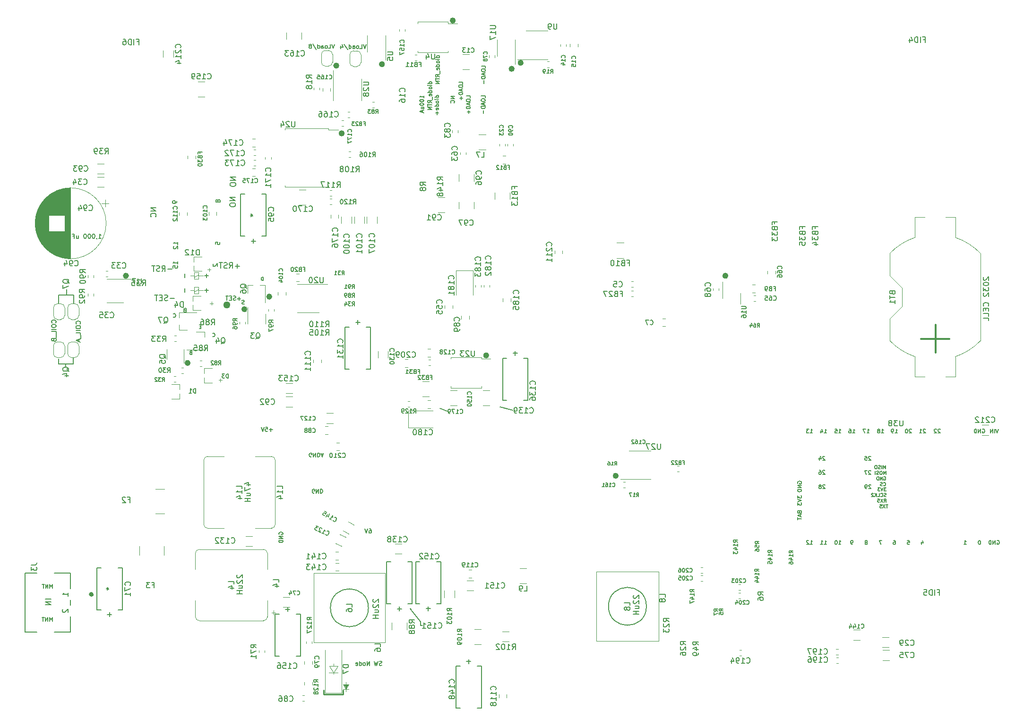
<source format=gbr>
G04 #@! TF.GenerationSoftware,KiCad,Pcbnew,5.1.5-52549c5~84~ubuntu18.04.1*
G04 #@! TF.CreationDate,2020-01-14T00:11:38-08:00*
G04 #@! TF.ProjectId,Pi_Blackbox,50695f42-6c61-4636-9b62-6f782e6b6963,R3*
G04 #@! TF.SameCoordinates,Original*
G04 #@! TF.FileFunction,Legend,Bot*
G04 #@! TF.FilePolarity,Positive*
%FSLAX46Y46*%
G04 Gerber Fmt 4.6, Leading zero omitted, Abs format (unit mm)*
G04 Created by KiCad (PCBNEW 5.1.5-52549c5~84~ubuntu18.04.1) date 2020-01-14 00:11:38*
%MOMM*%
%LPD*%
G04 APERTURE LIST*
%ADD10C,0.100000*%
%ADD11C,0.150000*%
%ADD12C,0.200000*%
%ADD13C,0.175000*%
%ADD14C,0.120000*%
%ADD15C,0.152400*%
%ADD16C,0.250000*%
%ADD17C,0.300000*%
G04 APERTURE END LIST*
D10*
X105040000Y-140590000D02*
X105040000Y-141310000D01*
X104680000Y-140940000D02*
X105400000Y-140940000D01*
D11*
X67940000Y-83000000D02*
X67940000Y-83980000D01*
X69230000Y-84000000D02*
X69230000Y-85540000D01*
X66570000Y-84000000D02*
X69230000Y-84000000D01*
X66570000Y-85510000D02*
X66570000Y-84000000D01*
X68427619Y-81894761D02*
X68380000Y-81799523D01*
X68284761Y-81704285D01*
X68141904Y-81561428D01*
X68094285Y-81466190D01*
X68094285Y-81370952D01*
X68332380Y-81418571D02*
X68284761Y-81323333D01*
X68189523Y-81228095D01*
X67999047Y-81180476D01*
X67665714Y-81180476D01*
X67475238Y-81228095D01*
X67380000Y-81323333D01*
X67332380Y-81418571D01*
X67332380Y-81609047D01*
X67380000Y-81704285D01*
X67475238Y-81799523D01*
X67665714Y-81847142D01*
X67999047Y-81847142D01*
X68189523Y-81799523D01*
X68284761Y-81704285D01*
X68332380Y-81609047D01*
X68332380Y-81418571D01*
X67332380Y-82180476D02*
X67332380Y-82847142D01*
X68332380Y-82418571D01*
X67830000Y-96830000D02*
X67830000Y-96370000D01*
X69190000Y-96390000D02*
X69190000Y-95250000D01*
X66500000Y-96390000D02*
X69190000Y-96390000D01*
X66500000Y-95390000D02*
X66500000Y-96390000D01*
X65995714Y-88979523D02*
X66033809Y-88941428D01*
X66071904Y-88827142D01*
X66071904Y-88750952D01*
X66033809Y-88636666D01*
X65957619Y-88560476D01*
X65881428Y-88522380D01*
X65729047Y-88484285D01*
X65614761Y-88484285D01*
X65462380Y-88522380D01*
X65386190Y-88560476D01*
X65310000Y-88636666D01*
X65271904Y-88750952D01*
X65271904Y-88827142D01*
X65310000Y-88941428D01*
X65348095Y-88979523D01*
X65271904Y-89474761D02*
X65271904Y-89627142D01*
X65310000Y-89703333D01*
X65386190Y-89779523D01*
X65538571Y-89817619D01*
X65805238Y-89817619D01*
X65957619Y-89779523D01*
X66033809Y-89703333D01*
X66071904Y-89627142D01*
X66071904Y-89474761D01*
X66033809Y-89398571D01*
X65957619Y-89322380D01*
X65805238Y-89284285D01*
X65538571Y-89284285D01*
X65386190Y-89322380D01*
X65310000Y-89398571D01*
X65271904Y-89474761D01*
X66071904Y-90160476D02*
X65271904Y-90160476D01*
X66071904Y-90922380D02*
X66071904Y-90541428D01*
X65271904Y-90541428D01*
X66148095Y-90998571D02*
X66148095Y-91608095D01*
X65652857Y-92065238D02*
X65690952Y-92179523D01*
X65729047Y-92217619D01*
X65805238Y-92255714D01*
X65919523Y-92255714D01*
X65995714Y-92217619D01*
X66033809Y-92179523D01*
X66071904Y-92103333D01*
X66071904Y-91798571D01*
X65271904Y-91798571D01*
X65271904Y-92065238D01*
X65310000Y-92141428D01*
X65348095Y-92179523D01*
X65424285Y-92217619D01*
X65500476Y-92217619D01*
X65576666Y-92179523D01*
X65614761Y-92141428D01*
X65652857Y-92065238D01*
X65652857Y-91798571D01*
X70365714Y-89186666D02*
X70403809Y-89148571D01*
X70441904Y-89034285D01*
X70441904Y-88958095D01*
X70403809Y-88843809D01*
X70327619Y-88767619D01*
X70251428Y-88729523D01*
X70099047Y-88691428D01*
X69984761Y-88691428D01*
X69832380Y-88729523D01*
X69756190Y-88767619D01*
X69680000Y-88843809D01*
X69641904Y-88958095D01*
X69641904Y-89034285D01*
X69680000Y-89148571D01*
X69718095Y-89186666D01*
X69641904Y-89681904D02*
X69641904Y-89834285D01*
X69680000Y-89910476D01*
X69756190Y-89986666D01*
X69908571Y-90024761D01*
X70175238Y-90024761D01*
X70327619Y-89986666D01*
X70403809Y-89910476D01*
X70441904Y-89834285D01*
X70441904Y-89681904D01*
X70403809Y-89605714D01*
X70327619Y-89529523D01*
X70175238Y-89491428D01*
X69908571Y-89491428D01*
X69756190Y-89529523D01*
X69680000Y-89605714D01*
X69641904Y-89681904D01*
X70441904Y-90367619D02*
X69641904Y-90367619D01*
X70441904Y-91129523D02*
X70441904Y-90748571D01*
X69641904Y-90748571D01*
X70518095Y-91205714D02*
X70518095Y-91815238D01*
X70213333Y-91967619D02*
X70213333Y-92348571D01*
X70441904Y-91891428D02*
X69641904Y-92158095D01*
X70441904Y-92424761D01*
X68367619Y-97684761D02*
X68320000Y-97589523D01*
X68224761Y-97494285D01*
X68081904Y-97351428D01*
X68034285Y-97256190D01*
X68034285Y-97160952D01*
X68272380Y-97208571D02*
X68224761Y-97113333D01*
X68129523Y-97018095D01*
X67939047Y-96970476D01*
X67605714Y-96970476D01*
X67415238Y-97018095D01*
X67320000Y-97113333D01*
X67272380Y-97208571D01*
X67272380Y-97399047D01*
X67320000Y-97494285D01*
X67415238Y-97589523D01*
X67605714Y-97637142D01*
X67939047Y-97637142D01*
X68129523Y-97589523D01*
X68224761Y-97494285D01*
X68272380Y-97399047D01*
X68272380Y-97208571D01*
X67605714Y-98494285D02*
X68272380Y-98494285D01*
X67224761Y-98256190D02*
X67939047Y-98018095D01*
X67939047Y-98637142D01*
X99765714Y-85573095D02*
X99672857Y-85604047D01*
X99518095Y-85604047D01*
X99456190Y-85573095D01*
X99425238Y-85542142D01*
X99394285Y-85480238D01*
X99394285Y-85418333D01*
X99425238Y-85356428D01*
X99456190Y-85325476D01*
X99518095Y-85294523D01*
X99641904Y-85263571D01*
X99703809Y-85232619D01*
X99734761Y-85201666D01*
X99765714Y-85139761D01*
X99765714Y-85077857D01*
X99734761Y-85015952D01*
X99703809Y-84985000D01*
X99641904Y-84954047D01*
X99487142Y-84954047D01*
X99394285Y-84985000D01*
X103230238Y-81414047D02*
X103230238Y-80764047D01*
X103075476Y-80764047D01*
X102982619Y-80795000D01*
X102920714Y-80856904D01*
X102889761Y-80918809D01*
X102858809Y-81042619D01*
X102858809Y-81135476D01*
X102889761Y-81259285D01*
X102920714Y-81321190D01*
X102982619Y-81383095D01*
X103075476Y-81414047D01*
X103230238Y-81414047D01*
X92049285Y-89683571D02*
X91832619Y-89683571D01*
X91739761Y-90024047D02*
X92049285Y-90024047D01*
X92049285Y-89374047D01*
X91739761Y-89374047D01*
X89133571Y-86703571D02*
X89040714Y-86734523D01*
X89009761Y-86765476D01*
X88978809Y-86827380D01*
X88978809Y-86920238D01*
X89009761Y-86982142D01*
X89040714Y-87013095D01*
X89102619Y-87044047D01*
X89350238Y-87044047D01*
X89350238Y-86394047D01*
X89133571Y-86394047D01*
X89071666Y-86425000D01*
X89040714Y-86455952D01*
X89009761Y-86517857D01*
X89009761Y-86579761D01*
X89040714Y-86641666D01*
X89071666Y-86672619D01*
X89133571Y-86703571D01*
X89350238Y-86703571D01*
X90223571Y-94303571D02*
X90130714Y-94334523D01*
X90099761Y-94365476D01*
X90068809Y-94427380D01*
X90068809Y-94520238D01*
X90099761Y-94582142D01*
X90130714Y-94613095D01*
X90192619Y-94644047D01*
X90440238Y-94644047D01*
X90440238Y-93994047D01*
X90223571Y-93994047D01*
X90161666Y-94025000D01*
X90130714Y-94055952D01*
X90099761Y-94117857D01*
X90099761Y-94179761D01*
X90130714Y-94241666D01*
X90161666Y-94272619D01*
X90223571Y-94303571D01*
X90440238Y-94303571D01*
X87098809Y-87922142D02*
X87129761Y-87953095D01*
X87222619Y-87984047D01*
X87284523Y-87984047D01*
X87377380Y-87953095D01*
X87439285Y-87891190D01*
X87470238Y-87829285D01*
X87501190Y-87705476D01*
X87501190Y-87612619D01*
X87470238Y-87488809D01*
X87439285Y-87426904D01*
X87377380Y-87365000D01*
X87284523Y-87334047D01*
X87222619Y-87334047D01*
X87129761Y-87365000D01*
X87098809Y-87395952D01*
X94118809Y-91422142D02*
X94149761Y-91453095D01*
X94242619Y-91484047D01*
X94304523Y-91484047D01*
X94397380Y-91453095D01*
X94459285Y-91391190D01*
X94490238Y-91329285D01*
X94521190Y-91205476D01*
X94521190Y-91112619D01*
X94490238Y-90988809D01*
X94459285Y-90926904D01*
X94397380Y-90865000D01*
X94304523Y-90834047D01*
X94242619Y-90834047D01*
X94149761Y-90865000D01*
X94118809Y-90895952D01*
D10*
X93220000Y-79430000D02*
X93830000Y-79430000D01*
X93520000Y-79130000D02*
X93520000Y-79740000D01*
X93650000Y-85500000D02*
X94260000Y-85500000D01*
X93950000Y-85200000D02*
X93950000Y-85810000D01*
X95220000Y-99280000D02*
X95830000Y-99280000D01*
X95520000Y-98980000D02*
X95520000Y-99590000D01*
D11*
G36*
X104565000Y-84040000D02*
G01*
X104675000Y-84310000D01*
X104575000Y-84590000D01*
X104035000Y-84660000D01*
X103865000Y-84280000D01*
X103915000Y-84080000D01*
X104105000Y-83920000D01*
X104325000Y-83900000D01*
X104565000Y-84040000D01*
G37*
X104565000Y-84040000D02*
X104675000Y-84310000D01*
X104575000Y-84590000D01*
X104035000Y-84660000D01*
X103865000Y-84280000D01*
X103915000Y-84080000D01*
X104105000Y-83920000D01*
X104325000Y-83900000D01*
X104565000Y-84040000D01*
D12*
X104721180Y-84290000D02*
G75*
G03X104721180Y-84290000I-456180J0D01*
G01*
D11*
G36*
X100115000Y-86290000D02*
G01*
X100225000Y-86560000D01*
X100125000Y-86840000D01*
X99585000Y-86910000D01*
X99415000Y-86530000D01*
X99465000Y-86330000D01*
X99655000Y-86170000D01*
X99875000Y-86150000D01*
X100115000Y-86290000D01*
G37*
X100115000Y-86290000D02*
X100225000Y-86560000D01*
X100125000Y-86840000D01*
X99585000Y-86910000D01*
X99415000Y-86530000D01*
X99465000Y-86330000D01*
X99655000Y-86170000D01*
X99875000Y-86150000D01*
X100115000Y-86290000D01*
D12*
X100271180Y-86540000D02*
G75*
G03X100271180Y-86540000I-456180J0D01*
G01*
D11*
X134870000Y-104290000D02*
X136130000Y-104860000D01*
X147930000Y-104650000D02*
X145650000Y-104050000D01*
G36*
X166645000Y-116170000D02*
G01*
X166755000Y-116440000D01*
X166655000Y-116720000D01*
X166115000Y-116790000D01*
X165945000Y-116410000D01*
X165995000Y-116210000D01*
X166185000Y-116050000D01*
X166405000Y-116030000D01*
X166645000Y-116170000D01*
G37*
X166645000Y-116170000D02*
X166755000Y-116440000D01*
X166655000Y-116720000D01*
X166115000Y-116790000D01*
X165945000Y-116410000D01*
X165995000Y-116210000D01*
X166185000Y-116050000D01*
X166405000Y-116030000D01*
X166645000Y-116170000D01*
D12*
X166801180Y-116420000D02*
G75*
G03X166801180Y-116420000I-456180J0D01*
G01*
D11*
G36*
X143435000Y-94570000D02*
G01*
X143545000Y-94840000D01*
X143445000Y-95120000D01*
X142905000Y-95190000D01*
X142735000Y-94810000D01*
X142785000Y-94610000D01*
X142975000Y-94450000D01*
X143195000Y-94430000D01*
X143435000Y-94570000D01*
G37*
X143435000Y-94570000D02*
X143545000Y-94840000D01*
X143445000Y-95120000D01*
X142905000Y-95190000D01*
X142735000Y-94810000D01*
X142785000Y-94610000D01*
X142975000Y-94450000D01*
X143195000Y-94430000D01*
X143435000Y-94570000D01*
D12*
X143591180Y-94820000D02*
G75*
G03X143591180Y-94820000I-456180J0D01*
G01*
D11*
G36*
X89945000Y-95930000D02*
G01*
X90055000Y-96200000D01*
X89955000Y-96480000D01*
X89415000Y-96550000D01*
X89245000Y-96170000D01*
X89295000Y-95970000D01*
X89485000Y-95810000D01*
X89705000Y-95790000D01*
X89945000Y-95930000D01*
G37*
X89945000Y-95930000D02*
X90055000Y-96200000D01*
X89955000Y-96480000D01*
X89415000Y-96550000D01*
X89245000Y-96170000D01*
X89295000Y-95970000D01*
X89485000Y-95810000D01*
X89705000Y-95790000D01*
X89945000Y-95930000D01*
D12*
X90101180Y-96180000D02*
G75*
G03X90101180Y-96180000I-456180J0D01*
G01*
D11*
G36*
X78895000Y-80290000D02*
G01*
X79005000Y-80560000D01*
X78905000Y-80840000D01*
X78365000Y-80910000D01*
X78195000Y-80530000D01*
X78245000Y-80330000D01*
X78435000Y-80170000D01*
X78655000Y-80150000D01*
X78895000Y-80290000D01*
G37*
X78895000Y-80290000D02*
X79005000Y-80560000D01*
X78905000Y-80840000D01*
X78365000Y-80910000D01*
X78195000Y-80530000D01*
X78245000Y-80330000D01*
X78435000Y-80170000D01*
X78655000Y-80150000D01*
X78895000Y-80290000D01*
D12*
X79051180Y-80540000D02*
G75*
G03X79051180Y-80540000I-456180J0D01*
G01*
D11*
G36*
X117545000Y-54750000D02*
G01*
X117655000Y-55020000D01*
X117555000Y-55300000D01*
X117015000Y-55370000D01*
X116845000Y-54990000D01*
X116895000Y-54790000D01*
X117085000Y-54630000D01*
X117305000Y-54610000D01*
X117545000Y-54750000D01*
G37*
X117545000Y-54750000D02*
X117655000Y-55020000D01*
X117555000Y-55300000D01*
X117015000Y-55370000D01*
X116845000Y-54990000D01*
X116895000Y-54790000D01*
X117085000Y-54630000D01*
X117305000Y-54610000D01*
X117545000Y-54750000D01*
D12*
X117701180Y-55000000D02*
G75*
G03X117701180Y-55000000I-456180J0D01*
G01*
D11*
G36*
X116585000Y-42600000D02*
G01*
X116695000Y-42870000D01*
X116595000Y-43150000D01*
X116055000Y-43220000D01*
X115885000Y-42840000D01*
X115935000Y-42640000D01*
X116125000Y-42480000D01*
X116345000Y-42460000D01*
X116585000Y-42600000D01*
G37*
X116585000Y-42600000D02*
X116695000Y-42870000D01*
X116595000Y-43150000D01*
X116055000Y-43220000D01*
X115885000Y-42840000D01*
X115935000Y-42640000D01*
X116125000Y-42480000D01*
X116345000Y-42460000D01*
X116585000Y-42600000D01*
D12*
X116741180Y-42850000D02*
G75*
G03X116741180Y-42850000I-456180J0D01*
G01*
D11*
G36*
X124765000Y-42350000D02*
G01*
X124875000Y-42620000D01*
X124775000Y-42900000D01*
X124235000Y-42970000D01*
X124065000Y-42590000D01*
X124115000Y-42390000D01*
X124305000Y-42230000D01*
X124525000Y-42210000D01*
X124765000Y-42350000D01*
G37*
X124765000Y-42350000D02*
X124875000Y-42620000D01*
X124775000Y-42900000D01*
X124235000Y-42970000D01*
X124065000Y-42590000D01*
X124115000Y-42390000D01*
X124305000Y-42230000D01*
X124525000Y-42210000D01*
X124765000Y-42350000D01*
D12*
X124921180Y-42600000D02*
G75*
G03X124921180Y-42600000I-456180J0D01*
G01*
D11*
G36*
X137455000Y-34510000D02*
G01*
X137565000Y-34780000D01*
X137465000Y-35060000D01*
X136925000Y-35130000D01*
X136755000Y-34750000D01*
X136805000Y-34550000D01*
X136995000Y-34390000D01*
X137215000Y-34370000D01*
X137455000Y-34510000D01*
G37*
X137455000Y-34510000D02*
X137565000Y-34780000D01*
X137465000Y-35060000D01*
X136925000Y-35130000D01*
X136755000Y-34750000D01*
X136805000Y-34550000D01*
X136995000Y-34390000D01*
X137215000Y-34370000D01*
X137455000Y-34510000D01*
D12*
X137611180Y-34760000D02*
G75*
G03X137611180Y-34760000I-456180J0D01*
G01*
D11*
G36*
X149615000Y-42100000D02*
G01*
X149725000Y-42370000D01*
X149625000Y-42650000D01*
X149085000Y-42720000D01*
X148915000Y-42340000D01*
X148965000Y-42140000D01*
X149155000Y-41980000D01*
X149375000Y-41960000D01*
X149615000Y-42100000D01*
G37*
X149615000Y-42100000D02*
X149725000Y-42370000D01*
X149625000Y-42650000D01*
X149085000Y-42720000D01*
X148915000Y-42340000D01*
X148965000Y-42140000D01*
X149155000Y-41980000D01*
X149375000Y-41960000D01*
X149615000Y-42100000D01*
D12*
X149771180Y-42350000D02*
G75*
G03X149771180Y-42350000I-456180J0D01*
G01*
D11*
G36*
X148005000Y-43170000D02*
G01*
X148115000Y-43440000D01*
X148015000Y-43720000D01*
X147475000Y-43790000D01*
X147305000Y-43410000D01*
X147355000Y-43210000D01*
X147545000Y-43050000D01*
X147765000Y-43030000D01*
X148005000Y-43170000D01*
G37*
X148005000Y-43170000D02*
X148115000Y-43440000D01*
X148015000Y-43720000D01*
X147475000Y-43790000D01*
X147305000Y-43410000D01*
X147355000Y-43210000D01*
X147545000Y-43050000D01*
X147765000Y-43030000D01*
X148005000Y-43170000D01*
D12*
X148161180Y-43420000D02*
G75*
G03X148161180Y-43420000I-456180J0D01*
G01*
D11*
X104864285Y-108163571D02*
X104292857Y-108163571D01*
X104578571Y-108449285D02*
X104578571Y-107877857D01*
X103578571Y-107699285D02*
X103935714Y-107699285D01*
X103971428Y-108056428D01*
X103935714Y-108020714D01*
X103864285Y-107985000D01*
X103685714Y-107985000D01*
X103614285Y-108020714D01*
X103578571Y-108056428D01*
X103542857Y-108127857D01*
X103542857Y-108306428D01*
X103578571Y-108377857D01*
X103614285Y-108413571D01*
X103685714Y-108449285D01*
X103864285Y-108449285D01*
X103935714Y-108413571D01*
X103971428Y-108377857D01*
X103328571Y-107699285D02*
X103078571Y-108449285D01*
X102828571Y-107699285D01*
X111846666Y-112990000D02*
X111780000Y-113023333D01*
X111680000Y-113023333D01*
X111580000Y-112990000D01*
X111513333Y-112923333D01*
X111480000Y-112856666D01*
X111446666Y-112723333D01*
X111446666Y-112623333D01*
X111480000Y-112490000D01*
X111513333Y-112423333D01*
X111580000Y-112356666D01*
X111680000Y-112323333D01*
X111746666Y-112323333D01*
X111846666Y-112356666D01*
X111880000Y-112390000D01*
X111880000Y-112623333D01*
X111746666Y-112623333D01*
X112180000Y-112323333D02*
X112180000Y-113023333D01*
X112580000Y-112323333D01*
X112580000Y-113023333D01*
X112913333Y-112323333D02*
X112913333Y-113023333D01*
X113080000Y-113023333D01*
X113180000Y-112990000D01*
X113246666Y-112923333D01*
X113280000Y-112856666D01*
X113313333Y-112723333D01*
X113313333Y-112623333D01*
X113280000Y-112490000D01*
X113246666Y-112423333D01*
X113180000Y-112356666D01*
X113080000Y-112323333D01*
X112913333Y-112323333D01*
X113580000Y-112523333D02*
X113913333Y-112523333D01*
X113513333Y-112323333D02*
X113746666Y-113023333D01*
X113980000Y-112323333D01*
X112356666Y-119490000D02*
X112290000Y-119523333D01*
X112190000Y-119523333D01*
X112090000Y-119490000D01*
X112023333Y-119423333D01*
X111990000Y-119356666D01*
X111956666Y-119223333D01*
X111956666Y-119123333D01*
X111990000Y-118990000D01*
X112023333Y-118923333D01*
X112090000Y-118856666D01*
X112190000Y-118823333D01*
X112256666Y-118823333D01*
X112356666Y-118856666D01*
X112390000Y-118890000D01*
X112390000Y-119123333D01*
X112256666Y-119123333D01*
X112690000Y-118823333D02*
X112690000Y-119523333D01*
X113090000Y-118823333D01*
X113090000Y-119523333D01*
X113423333Y-118823333D02*
X113423333Y-119523333D01*
X113590000Y-119523333D01*
X113690000Y-119490000D01*
X113756666Y-119423333D01*
X113790000Y-119356666D01*
X113823333Y-119223333D01*
X113823333Y-119123333D01*
X113790000Y-118990000D01*
X113756666Y-118923333D01*
X113690000Y-118856666D01*
X113590000Y-118823333D01*
X113423333Y-118823333D01*
X106040000Y-126926666D02*
X106006666Y-126860000D01*
X106006666Y-126760000D01*
X106040000Y-126660000D01*
X106106666Y-126593333D01*
X106173333Y-126560000D01*
X106306666Y-126526666D01*
X106406666Y-126526666D01*
X106540000Y-126560000D01*
X106606666Y-126593333D01*
X106673333Y-126660000D01*
X106706666Y-126760000D01*
X106706666Y-126826666D01*
X106673333Y-126926666D01*
X106640000Y-126960000D01*
X106406666Y-126960000D01*
X106406666Y-126826666D01*
X106706666Y-127260000D02*
X106006666Y-127260000D01*
X106706666Y-127660000D01*
X106006666Y-127660000D01*
X106706666Y-127993333D02*
X106006666Y-127993333D01*
X106006666Y-128160000D01*
X106040000Y-128260000D01*
X106106666Y-128326666D01*
X106173333Y-128360000D01*
X106306666Y-128393333D01*
X106406666Y-128393333D01*
X106540000Y-128360000D01*
X106606666Y-128326666D01*
X106673333Y-128260000D01*
X106706666Y-128160000D01*
X106706666Y-127993333D01*
X122208571Y-125949285D02*
X122351428Y-125949285D01*
X122422857Y-125985000D01*
X122458571Y-126020714D01*
X122530000Y-126127857D01*
X122565714Y-126270714D01*
X122565714Y-126556428D01*
X122530000Y-126627857D01*
X122494285Y-126663571D01*
X122422857Y-126699285D01*
X122280000Y-126699285D01*
X122208571Y-126663571D01*
X122172857Y-126627857D01*
X122137142Y-126556428D01*
X122137142Y-126377857D01*
X122172857Y-126306428D01*
X122208571Y-126270714D01*
X122280000Y-126235000D01*
X122422857Y-126235000D01*
X122494285Y-126270714D01*
X122530000Y-126306428D01*
X122565714Y-126377857D01*
X121922857Y-125949285D02*
X121672857Y-126699285D01*
X121422857Y-125949285D01*
X124411428Y-150383571D02*
X124304285Y-150419285D01*
X124125714Y-150419285D01*
X124054285Y-150383571D01*
X124018571Y-150347857D01*
X123982857Y-150276428D01*
X123982857Y-150205000D01*
X124018571Y-150133571D01*
X124054285Y-150097857D01*
X124125714Y-150062142D01*
X124268571Y-150026428D01*
X124340000Y-149990714D01*
X124375714Y-149955000D01*
X124411428Y-149883571D01*
X124411428Y-149812142D01*
X124375714Y-149740714D01*
X124340000Y-149705000D01*
X124268571Y-149669285D01*
X124090000Y-149669285D01*
X123982857Y-149705000D01*
X123732857Y-149669285D02*
X123554285Y-150419285D01*
X123411428Y-149883571D01*
X123268571Y-150419285D01*
X123090000Y-149669285D01*
X122232857Y-150419285D02*
X122232857Y-149669285D01*
X121804285Y-150419285D01*
X121804285Y-149669285D01*
X121340000Y-150419285D02*
X121411428Y-150383571D01*
X121447142Y-150347857D01*
X121482857Y-150276428D01*
X121482857Y-150062142D01*
X121447142Y-149990714D01*
X121411428Y-149955000D01*
X121340000Y-149919285D01*
X121232857Y-149919285D01*
X121161428Y-149955000D01*
X121125714Y-149990714D01*
X121090000Y-150062142D01*
X121090000Y-150276428D01*
X121125714Y-150347857D01*
X121161428Y-150383571D01*
X121232857Y-150419285D01*
X121340000Y-150419285D01*
X120447142Y-150419285D02*
X120447142Y-149669285D01*
X120447142Y-150383571D02*
X120518571Y-150419285D01*
X120661428Y-150419285D01*
X120732857Y-150383571D01*
X120768571Y-150347857D01*
X120804285Y-150276428D01*
X120804285Y-150062142D01*
X120768571Y-149990714D01*
X120732857Y-149955000D01*
X120661428Y-149919285D01*
X120518571Y-149919285D01*
X120447142Y-149955000D01*
X119804285Y-150383571D02*
X119875714Y-150419285D01*
X120018571Y-150419285D01*
X120090000Y-150383571D01*
X120125714Y-150312142D01*
X120125714Y-150026428D01*
X120090000Y-149955000D01*
X120018571Y-149919285D01*
X119875714Y-149919285D01*
X119804285Y-149955000D01*
X119768571Y-150026428D01*
X119768571Y-150097857D01*
X120125714Y-150169285D01*
D13*
X131946666Y-48646666D02*
X131946666Y-48246666D01*
X131946666Y-48446666D02*
X131246666Y-48446666D01*
X131346666Y-48380000D01*
X131413333Y-48313333D01*
X131446666Y-48246666D01*
X131246666Y-49080000D02*
X131246666Y-49146666D01*
X131280000Y-49213333D01*
X131313333Y-49246666D01*
X131380000Y-49280000D01*
X131513333Y-49313333D01*
X131680000Y-49313333D01*
X131813333Y-49280000D01*
X131880000Y-49246666D01*
X131913333Y-49213333D01*
X131946666Y-49146666D01*
X131946666Y-49080000D01*
X131913333Y-49013333D01*
X131880000Y-48980000D01*
X131813333Y-48946666D01*
X131680000Y-48913333D01*
X131513333Y-48913333D01*
X131380000Y-48946666D01*
X131313333Y-48980000D01*
X131280000Y-49013333D01*
X131246666Y-49080000D01*
X131246666Y-49746666D02*
X131246666Y-49813333D01*
X131280000Y-49880000D01*
X131313333Y-49913333D01*
X131380000Y-49946666D01*
X131513333Y-49980000D01*
X131680000Y-49980000D01*
X131813333Y-49946666D01*
X131880000Y-49913333D01*
X131913333Y-49880000D01*
X131946666Y-49813333D01*
X131946666Y-49746666D01*
X131913333Y-49680000D01*
X131880000Y-49646666D01*
X131813333Y-49613333D01*
X131680000Y-49580000D01*
X131513333Y-49580000D01*
X131380000Y-49613333D01*
X131313333Y-49646666D01*
X131280000Y-49680000D01*
X131246666Y-49746666D01*
X131480000Y-50580000D02*
X131946666Y-50580000D01*
X131480000Y-50280000D02*
X131846666Y-50280000D01*
X131913333Y-50313333D01*
X131946666Y-50380000D01*
X131946666Y-50480000D01*
X131913333Y-50546666D01*
X131880000Y-50580000D01*
X131746666Y-50880000D02*
X131746666Y-51213333D01*
X131946666Y-50813333D02*
X131246666Y-51046666D01*
X131946666Y-51280000D01*
X134636666Y-48546666D02*
X133936666Y-48546666D01*
X134603333Y-48546666D02*
X134636666Y-48480000D01*
X134636666Y-48346666D01*
X134603333Y-48280000D01*
X134570000Y-48246666D01*
X134503333Y-48213333D01*
X134303333Y-48213333D01*
X134236666Y-48246666D01*
X134203333Y-48280000D01*
X134170000Y-48346666D01*
X134170000Y-48480000D01*
X134203333Y-48546666D01*
X134636666Y-48880000D02*
X134170000Y-48880000D01*
X133936666Y-48880000D02*
X133970000Y-48846666D01*
X134003333Y-48880000D01*
X133970000Y-48913333D01*
X133936666Y-48880000D01*
X134003333Y-48880000D01*
X134636666Y-49313333D02*
X134603333Y-49246666D01*
X134570000Y-49213333D01*
X134503333Y-49180000D01*
X134303333Y-49180000D01*
X134236666Y-49213333D01*
X134203333Y-49246666D01*
X134170000Y-49313333D01*
X134170000Y-49413333D01*
X134203333Y-49480000D01*
X134236666Y-49513333D01*
X134303333Y-49546666D01*
X134503333Y-49546666D01*
X134570000Y-49513333D01*
X134603333Y-49480000D01*
X134636666Y-49413333D01*
X134636666Y-49313333D01*
X134636666Y-50146666D02*
X133936666Y-50146666D01*
X134603333Y-50146666D02*
X134636666Y-50080000D01*
X134636666Y-49946666D01*
X134603333Y-49880000D01*
X134570000Y-49846666D01*
X134503333Y-49813333D01*
X134303333Y-49813333D01*
X134236666Y-49846666D01*
X134203333Y-49880000D01*
X134170000Y-49946666D01*
X134170000Y-50080000D01*
X134203333Y-50146666D01*
X134603333Y-50746666D02*
X134636666Y-50680000D01*
X134636666Y-50546666D01*
X134603333Y-50480000D01*
X134536666Y-50446666D01*
X134270000Y-50446666D01*
X134203333Y-50480000D01*
X134170000Y-50546666D01*
X134170000Y-50680000D01*
X134203333Y-50746666D01*
X134270000Y-50780000D01*
X134336666Y-50780000D01*
X134403333Y-50446666D01*
X134370000Y-51080000D02*
X134370000Y-51613333D01*
X134636666Y-51346666D02*
X134103333Y-51346666D01*
X137466666Y-48390000D02*
X136766666Y-48390000D01*
X137466666Y-48790000D01*
X136766666Y-48790000D01*
X137400000Y-49523333D02*
X137433333Y-49490000D01*
X137466666Y-49390000D01*
X137466666Y-49323333D01*
X137433333Y-49223333D01*
X137366666Y-49156666D01*
X137300000Y-49123333D01*
X137166666Y-49090000D01*
X137066666Y-49090000D01*
X136933333Y-49123333D01*
X136866666Y-49156666D01*
X136800000Y-49223333D01*
X136766666Y-49323333D01*
X136766666Y-49390000D01*
X136800000Y-49490000D01*
X136833333Y-49523333D01*
X133396666Y-46040000D02*
X132696666Y-46040000D01*
X133363333Y-46040000D02*
X133396666Y-45973333D01*
X133396666Y-45840000D01*
X133363333Y-45773333D01*
X133330000Y-45740000D01*
X133263333Y-45706666D01*
X133063333Y-45706666D01*
X132996666Y-45740000D01*
X132963333Y-45773333D01*
X132930000Y-45840000D01*
X132930000Y-45973333D01*
X132963333Y-46040000D01*
X133396666Y-46373333D02*
X132930000Y-46373333D01*
X132696666Y-46373333D02*
X132730000Y-46340000D01*
X132763333Y-46373333D01*
X132730000Y-46406666D01*
X132696666Y-46373333D01*
X132763333Y-46373333D01*
X133396666Y-46806666D02*
X133363333Y-46740000D01*
X133330000Y-46706666D01*
X133263333Y-46673333D01*
X133063333Y-46673333D01*
X132996666Y-46706666D01*
X132963333Y-46740000D01*
X132930000Y-46806666D01*
X132930000Y-46906666D01*
X132963333Y-46973333D01*
X132996666Y-47006666D01*
X133063333Y-47040000D01*
X133263333Y-47040000D01*
X133330000Y-47006666D01*
X133363333Y-46973333D01*
X133396666Y-46906666D01*
X133396666Y-46806666D01*
X133396666Y-47640000D02*
X132696666Y-47640000D01*
X133363333Y-47640000D02*
X133396666Y-47573333D01*
X133396666Y-47440000D01*
X133363333Y-47373333D01*
X133330000Y-47340000D01*
X133263333Y-47306666D01*
X133063333Y-47306666D01*
X132996666Y-47340000D01*
X132963333Y-47373333D01*
X132930000Y-47440000D01*
X132930000Y-47573333D01*
X132963333Y-47640000D01*
X133363333Y-48240000D02*
X133396666Y-48173333D01*
X133396666Y-48040000D01*
X133363333Y-47973333D01*
X133296666Y-47940000D01*
X133030000Y-47940000D01*
X132963333Y-47973333D01*
X132930000Y-48040000D01*
X132930000Y-48173333D01*
X132963333Y-48240000D01*
X133030000Y-48273333D01*
X133096666Y-48273333D01*
X133163333Y-47940000D01*
X133463333Y-48406666D02*
X133463333Y-48940000D01*
X133396666Y-49506666D02*
X133063333Y-49273333D01*
X133396666Y-49106666D02*
X132696666Y-49106666D01*
X132696666Y-49373333D01*
X132730000Y-49440000D01*
X132763333Y-49473333D01*
X132830000Y-49506666D01*
X132930000Y-49506666D01*
X132996666Y-49473333D01*
X133030000Y-49440000D01*
X133063333Y-49373333D01*
X133063333Y-49106666D01*
X132696666Y-49706666D02*
X132696666Y-50106666D01*
X133396666Y-49906666D02*
X132696666Y-49906666D01*
X133396666Y-50340000D02*
X132696666Y-50340000D01*
X133396666Y-50740000D01*
X132696666Y-50740000D01*
X134766666Y-41380000D02*
X134066666Y-41380000D01*
X134733333Y-41380000D02*
X134766666Y-41313333D01*
X134766666Y-41180000D01*
X134733333Y-41113333D01*
X134700000Y-41080000D01*
X134633333Y-41046666D01*
X134433333Y-41046666D01*
X134366666Y-41080000D01*
X134333333Y-41113333D01*
X134300000Y-41180000D01*
X134300000Y-41313333D01*
X134333333Y-41380000D01*
X134766666Y-41713333D02*
X134300000Y-41713333D01*
X134066666Y-41713333D02*
X134100000Y-41680000D01*
X134133333Y-41713333D01*
X134100000Y-41746666D01*
X134066666Y-41713333D01*
X134133333Y-41713333D01*
X134766666Y-42146666D02*
X134733333Y-42080000D01*
X134700000Y-42046666D01*
X134633333Y-42013333D01*
X134433333Y-42013333D01*
X134366666Y-42046666D01*
X134333333Y-42080000D01*
X134300000Y-42146666D01*
X134300000Y-42246666D01*
X134333333Y-42313333D01*
X134366666Y-42346666D01*
X134433333Y-42380000D01*
X134633333Y-42380000D01*
X134700000Y-42346666D01*
X134733333Y-42313333D01*
X134766666Y-42246666D01*
X134766666Y-42146666D01*
X134766666Y-42980000D02*
X134066666Y-42980000D01*
X134733333Y-42980000D02*
X134766666Y-42913333D01*
X134766666Y-42780000D01*
X134733333Y-42713333D01*
X134700000Y-42680000D01*
X134633333Y-42646666D01*
X134433333Y-42646666D01*
X134366666Y-42680000D01*
X134333333Y-42713333D01*
X134300000Y-42780000D01*
X134300000Y-42913333D01*
X134333333Y-42980000D01*
X134733333Y-43580000D02*
X134766666Y-43513333D01*
X134766666Y-43380000D01*
X134733333Y-43313333D01*
X134666666Y-43280000D01*
X134400000Y-43280000D01*
X134333333Y-43313333D01*
X134300000Y-43380000D01*
X134300000Y-43513333D01*
X134333333Y-43580000D01*
X134400000Y-43613333D01*
X134466666Y-43613333D01*
X134533333Y-43280000D01*
X134833333Y-43746666D02*
X134833333Y-44280000D01*
X134766666Y-44846666D02*
X134433333Y-44613333D01*
X134766666Y-44446666D02*
X134066666Y-44446666D01*
X134066666Y-44713333D01*
X134100000Y-44780000D01*
X134133333Y-44813333D01*
X134200000Y-44846666D01*
X134300000Y-44846666D01*
X134366666Y-44813333D01*
X134400000Y-44780000D01*
X134433333Y-44713333D01*
X134433333Y-44446666D01*
X134066666Y-45046666D02*
X134066666Y-45446666D01*
X134766666Y-45246666D02*
X134066666Y-45246666D01*
X134766666Y-45680000D02*
X134066666Y-45680000D01*
X134766666Y-46080000D01*
X134066666Y-46080000D01*
D11*
X138916666Y-46116666D02*
X138916666Y-45783333D01*
X138216666Y-45783333D01*
X138216666Y-46483333D02*
X138216666Y-46616666D01*
X138250000Y-46683333D01*
X138316666Y-46750000D01*
X138450000Y-46783333D01*
X138683333Y-46783333D01*
X138816666Y-46750000D01*
X138883333Y-46683333D01*
X138916666Y-46616666D01*
X138916666Y-46483333D01*
X138883333Y-46416666D01*
X138816666Y-46350000D01*
X138683333Y-46316666D01*
X138450000Y-46316666D01*
X138316666Y-46350000D01*
X138250000Y-46416666D01*
X138216666Y-46483333D01*
X138716666Y-47050000D02*
X138716666Y-47383333D01*
X138916666Y-46983333D02*
X138216666Y-47216666D01*
X138916666Y-47450000D01*
X138916666Y-47683333D02*
X138216666Y-47683333D01*
X138216666Y-47850000D01*
X138250000Y-47950000D01*
X138316666Y-48016666D01*
X138383333Y-48050000D01*
X138516666Y-48083333D01*
X138616666Y-48083333D01*
X138750000Y-48050000D01*
X138816666Y-48016666D01*
X138883333Y-47950000D01*
X138916666Y-47850000D01*
X138916666Y-47683333D01*
X138650000Y-48383333D02*
X138650000Y-48916666D01*
X138916666Y-48650000D02*
X138383333Y-48650000D01*
X140306666Y-48626666D02*
X140306666Y-48293333D01*
X139606666Y-48293333D01*
X139606666Y-48993333D02*
X139606666Y-49126666D01*
X139640000Y-49193333D01*
X139706666Y-49260000D01*
X139840000Y-49293333D01*
X140073333Y-49293333D01*
X140206666Y-49260000D01*
X140273333Y-49193333D01*
X140306666Y-49126666D01*
X140306666Y-48993333D01*
X140273333Y-48926666D01*
X140206666Y-48860000D01*
X140073333Y-48826666D01*
X139840000Y-48826666D01*
X139706666Y-48860000D01*
X139640000Y-48926666D01*
X139606666Y-48993333D01*
X140106666Y-49560000D02*
X140106666Y-49893333D01*
X140306666Y-49493333D02*
X139606666Y-49726666D01*
X140306666Y-49960000D01*
X140306666Y-50193333D02*
X139606666Y-50193333D01*
X139606666Y-50360000D01*
X139640000Y-50460000D01*
X139706666Y-50526666D01*
X139773333Y-50560000D01*
X139906666Y-50593333D01*
X140006666Y-50593333D01*
X140140000Y-50560000D01*
X140206666Y-50526666D01*
X140273333Y-50460000D01*
X140306666Y-50360000D01*
X140306666Y-50193333D01*
X140040000Y-50893333D02*
X140040000Y-51426666D01*
X140306666Y-51160000D02*
X139773333Y-51160000D01*
X142966666Y-43246666D02*
X142966666Y-42913333D01*
X142266666Y-42913333D01*
X142266666Y-43613333D02*
X142266666Y-43746666D01*
X142300000Y-43813333D01*
X142366666Y-43880000D01*
X142500000Y-43913333D01*
X142733333Y-43913333D01*
X142866666Y-43880000D01*
X142933333Y-43813333D01*
X142966666Y-43746666D01*
X142966666Y-43613333D01*
X142933333Y-43546666D01*
X142866666Y-43480000D01*
X142733333Y-43446666D01*
X142500000Y-43446666D01*
X142366666Y-43480000D01*
X142300000Y-43546666D01*
X142266666Y-43613333D01*
X142766666Y-44180000D02*
X142766666Y-44513333D01*
X142966666Y-44113333D02*
X142266666Y-44346666D01*
X142966666Y-44580000D01*
X142966666Y-44813333D02*
X142266666Y-44813333D01*
X142266666Y-44980000D01*
X142300000Y-45080000D01*
X142366666Y-45146666D01*
X142433333Y-45180000D01*
X142566666Y-45213333D01*
X142666666Y-45213333D01*
X142800000Y-45180000D01*
X142866666Y-45146666D01*
X142933333Y-45080000D01*
X142966666Y-44980000D01*
X142966666Y-44813333D01*
X142700000Y-45513333D02*
X142700000Y-46046666D01*
X142946666Y-48606666D02*
X142946666Y-48273333D01*
X142246666Y-48273333D01*
X142246666Y-48973333D02*
X142246666Y-49106666D01*
X142280000Y-49173333D01*
X142346666Y-49240000D01*
X142480000Y-49273333D01*
X142713333Y-49273333D01*
X142846666Y-49240000D01*
X142913333Y-49173333D01*
X142946666Y-49106666D01*
X142946666Y-48973333D01*
X142913333Y-48906666D01*
X142846666Y-48840000D01*
X142713333Y-48806666D01*
X142480000Y-48806666D01*
X142346666Y-48840000D01*
X142280000Y-48906666D01*
X142246666Y-48973333D01*
X142746666Y-49540000D02*
X142746666Y-49873333D01*
X142946666Y-49473333D02*
X142246666Y-49706666D01*
X142946666Y-49940000D01*
X142946666Y-50173333D02*
X142246666Y-50173333D01*
X142246666Y-50340000D01*
X142280000Y-50440000D01*
X142346666Y-50506666D01*
X142413333Y-50540000D01*
X142546666Y-50573333D01*
X142646666Y-50573333D01*
X142780000Y-50540000D01*
X142846666Y-50506666D01*
X142913333Y-50440000D01*
X142946666Y-50340000D01*
X142946666Y-50173333D01*
X142680000Y-50873333D02*
X142680000Y-51406666D01*
X129660000Y-140410000D02*
X129510000Y-140210000D01*
X131420000Y-143280000D02*
X131740000Y-143290000D01*
X131420000Y-142560000D02*
X131420000Y-143280000D01*
X129650000Y-140400000D02*
X131420000Y-142560000D01*
D12*
X186444903Y-80547498D02*
G75*
G03X186444903Y-80547498I-456180J0D01*
G01*
D11*
G36*
X186148723Y-80177498D02*
G01*
X186338723Y-80337498D01*
X186388723Y-80537498D01*
X186218723Y-80917498D01*
X185678723Y-80847498D01*
X185578723Y-80567498D01*
X185688723Y-80297498D01*
X185928723Y-80157498D01*
X186148723Y-80177498D01*
G37*
X186148723Y-80177498D02*
X186338723Y-80337498D01*
X186388723Y-80537498D01*
X186218723Y-80917498D01*
X185678723Y-80847498D01*
X185578723Y-80567498D01*
X185688723Y-80297498D01*
X185928723Y-80157498D01*
X186148723Y-80177498D01*
G36*
X96735880Y-85262880D02*
G01*
X96293920Y-85415280D01*
X96166920Y-85704840D01*
X96166920Y-85908040D01*
X96253280Y-86106160D01*
X96354880Y-86202680D01*
X96527600Y-86278880D01*
X96685080Y-86299200D01*
X96857800Y-86278880D01*
X97010200Y-86151880D01*
X97127040Y-86035040D01*
X97172760Y-85842000D01*
X97167680Y-85623560D01*
X97076240Y-85445760D01*
X96934000Y-85328920D01*
X96735880Y-85262880D01*
G37*
X96735880Y-85262880D02*
X96293920Y-85415280D01*
X96166920Y-85704840D01*
X96166920Y-85908040D01*
X96253280Y-86106160D01*
X96354880Y-86202680D01*
X96527600Y-86278880D01*
X96685080Y-86299200D01*
X96857800Y-86278880D01*
X97010200Y-86151880D01*
X97127040Y-86035040D01*
X97172760Y-85842000D01*
X97167680Y-85623560D01*
X97076240Y-85445760D01*
X96934000Y-85328920D01*
X96735880Y-85262880D01*
X97223094Y-85781040D02*
G75*
G03X97223094Y-85781040I-553254J0D01*
G01*
D14*
X90869440Y-80550640D02*
X90148520Y-80550640D01*
D11*
X92698680Y-80555720D02*
X93404800Y-80555720D01*
D14*
X91569440Y-81150640D02*
X91569440Y-79950640D01*
X91569440Y-80350640D02*
X90869440Y-80750640D01*
X90869440Y-79950640D02*
X90869440Y-81150640D01*
X90869440Y-81150640D02*
X91569440Y-81150640D01*
D11*
X89168080Y-80885920D02*
X89168080Y-80179800D01*
D14*
X91569440Y-79950640D02*
X90869440Y-79950640D01*
X91569440Y-80550640D02*
X92424360Y-80550640D01*
D11*
X93033960Y-80901160D02*
X93033960Y-80195040D01*
D14*
X90869440Y-83175640D02*
X90148520Y-83175640D01*
D11*
X92698680Y-83180720D02*
X93404800Y-83180720D01*
D14*
X91569440Y-83775640D02*
X91569440Y-82575640D01*
X91569440Y-82975640D02*
X90869440Y-83375640D01*
X90869440Y-82575640D02*
X90869440Y-83775640D01*
X90869440Y-83775640D02*
X91569440Y-83775640D01*
D11*
X89168080Y-83510920D02*
X89168080Y-82804800D01*
D14*
X91569440Y-82575640D02*
X90869440Y-82575640D01*
X91569440Y-83175640D02*
X92424360Y-83175640D01*
D11*
X93033960Y-83526160D02*
X93033960Y-82820040D01*
D15*
X77177340Y-132898100D02*
X77923300Y-132898100D01*
X74122660Y-140441900D02*
X73376700Y-140441900D01*
X77923300Y-140441900D02*
X77177340Y-140441900D01*
X77923300Y-132898100D02*
X77923300Y-140441900D01*
X73376700Y-132898100D02*
X74122660Y-132898100D01*
X73376700Y-140441900D02*
X73376700Y-132898100D01*
X76031000Y-141307600D02*
X75269000Y-141307600D01*
X75650000Y-140926600D02*
X75650000Y-141688600D01*
X102957340Y-65908100D02*
X103703300Y-65908100D01*
X99902660Y-73451900D02*
X99156700Y-73451900D01*
X103703300Y-73451900D02*
X102957340Y-73451900D01*
X103703300Y-65908100D02*
X103703300Y-73451900D01*
X99156700Y-65908100D02*
X99902660Y-65908100D01*
X99156700Y-73451900D02*
X99156700Y-65908100D01*
X101811000Y-74317600D02*
X101049000Y-74317600D01*
X101430000Y-73936600D02*
X101430000Y-74698600D01*
D14*
X115451267Y-66190000D02*
X115108733Y-66190000D01*
X115451267Y-65170000D02*
X115108733Y-65170000D01*
X72810000Y-80482733D02*
X72810000Y-80825267D01*
X71790000Y-80482733D02*
X71790000Y-80825267D01*
X123051267Y-50390000D02*
X122708733Y-50390000D01*
X123051267Y-49370000D02*
X122708733Y-49370000D01*
X103440000Y-147738733D02*
X103440000Y-148081267D01*
X102420000Y-147738733D02*
X102420000Y-148081267D01*
X112250000Y-47151267D02*
X112250000Y-46808733D01*
X113270000Y-47151267D02*
X113270000Y-46808733D01*
X149157936Y-135750000D02*
X150362064Y-135750000D01*
X149157936Y-133030000D02*
X150362064Y-133030000D01*
X140112064Y-43540000D02*
X138907936Y-43540000D01*
X140112064Y-40820000D02*
X138907936Y-40820000D01*
D15*
X118622660Y-97281900D02*
X117876700Y-97281900D01*
X121677340Y-89738100D02*
X122423300Y-89738100D01*
X117876700Y-89738100D02*
X118622660Y-89738100D01*
X117876700Y-97281900D02*
X117876700Y-89738100D01*
X122423300Y-97281900D02*
X121677340Y-97281900D01*
X122423300Y-89738100D02*
X122423300Y-97281900D01*
X119769000Y-88872400D02*
X120531000Y-88872400D01*
X120150000Y-89253400D02*
X120150000Y-88491400D01*
D14*
X139480000Y-58418733D02*
X139480000Y-58761267D01*
X138460000Y-58418733D02*
X138460000Y-58761267D01*
D15*
X138482660Y-158121900D02*
X137736700Y-158121900D01*
X141537340Y-150578100D02*
X142283300Y-150578100D01*
X137736700Y-150578100D02*
X138482660Y-150578100D01*
X137736700Y-158121900D02*
X137736700Y-150578100D01*
X142283300Y-158121900D02*
X141537340Y-158121900D01*
X142283300Y-150578100D02*
X142283300Y-158121900D01*
X139629000Y-149712400D02*
X140391000Y-149712400D01*
X140010000Y-150093400D02*
X140010000Y-149331400D01*
X106062660Y-148781900D02*
X105316700Y-148781900D01*
X109117340Y-141238100D02*
X109863300Y-141238100D01*
X105316700Y-141238100D02*
X106062660Y-141238100D01*
X105316700Y-148781900D02*
X105316700Y-141238100D01*
X109863300Y-148781900D02*
X109117340Y-148781900D01*
X109863300Y-141238100D02*
X109863300Y-148781900D01*
X107209000Y-140372400D02*
X107971000Y-140372400D01*
X107590000Y-140753400D02*
X107590000Y-139991400D01*
X134307340Y-131828100D02*
X135053300Y-131828100D01*
X131252660Y-139371900D02*
X130506700Y-139371900D01*
X135053300Y-139371900D02*
X134307340Y-139371900D01*
X135053300Y-131828100D02*
X135053300Y-139371900D01*
X130506700Y-131828100D02*
X131252660Y-131828100D01*
X130506700Y-139371900D02*
X130506700Y-131828100D01*
X133161000Y-140237600D02*
X132399000Y-140237600D01*
X132780000Y-139856600D02*
X132780000Y-140618600D01*
X129107340Y-131858100D02*
X129853300Y-131858100D01*
X126052660Y-139401900D02*
X125306700Y-139401900D01*
X129853300Y-139401900D02*
X129107340Y-139401900D01*
X129853300Y-131858100D02*
X129853300Y-139401900D01*
X125306700Y-131858100D02*
X126052660Y-131858100D01*
X125306700Y-139401900D02*
X125306700Y-131858100D01*
X127961000Y-140267600D02*
X127199000Y-140267600D01*
X127580000Y-139886600D02*
X127580000Y-140648600D01*
X146822660Y-102861900D02*
X146076700Y-102861900D01*
X149877340Y-95318100D02*
X150623300Y-95318100D01*
X146076700Y-95318100D02*
X146822660Y-95318100D01*
X146076700Y-102861900D02*
X146076700Y-95318100D01*
X150623300Y-102861900D02*
X149877340Y-102861900D01*
X150623300Y-95318100D02*
X150623300Y-102861900D01*
X147969000Y-94452400D02*
X148731000Y-94452400D01*
X148350000Y-94833400D02*
X148350000Y-94071400D01*
D14*
X140780000Y-79595000D02*
X140780000Y-83980000D01*
X137760000Y-79595000D02*
X140780000Y-79595000D01*
X137760000Y-83980000D02*
X137760000Y-79595000D01*
X129165000Y-104760000D02*
X133550000Y-104760000D01*
X129165000Y-107780000D02*
X129165000Y-104760000D01*
X133550000Y-107780000D02*
X129165000Y-107780000D01*
X110822064Y-67810000D02*
X109617936Y-67810000D01*
X110822064Y-65090000D02*
X109617936Y-65090000D01*
X146990000Y-57241267D02*
X146990000Y-56898733D01*
X148010000Y-57241267D02*
X148010000Y-56898733D01*
X114781252Y-108990000D02*
X114258748Y-108990000D01*
X114781252Y-107570000D02*
X114258748Y-107570000D01*
X184828723Y-82848457D02*
X184828723Y-83190991D01*
X183808723Y-82848457D02*
X183808723Y-83190991D01*
X145490000Y-57261267D02*
X145490000Y-56918733D01*
X146510000Y-57261267D02*
X146510000Y-56918733D01*
X156420000Y-39391267D02*
X156420000Y-39048733D01*
X157440000Y-39391267D02*
X157440000Y-39048733D01*
D10*
G36*
X72105000Y-137895000D02*
G01*
X72405000Y-138020000D01*
X72630000Y-137920000D01*
X72730000Y-137720000D01*
X72655000Y-137445000D01*
X72480000Y-137320000D01*
X72355000Y-137320000D01*
X72180000Y-137370000D01*
X72055000Y-137545000D01*
X72030000Y-137720000D01*
X72105000Y-137895000D01*
G37*
X72105000Y-137895000D02*
X72405000Y-138020000D01*
X72630000Y-137920000D01*
X72730000Y-137720000D01*
X72655000Y-137445000D01*
X72480000Y-137320000D01*
X72355000Y-137320000D01*
X72180000Y-137370000D01*
X72055000Y-137545000D01*
X72030000Y-137720000D01*
X72105000Y-137895000D01*
D14*
X72751652Y-137670000D02*
G75*
G03X72751652Y-137670000I-371652J0D01*
G01*
D15*
X62655000Y-144491300D02*
X60479200Y-144491300D01*
X65764940Y-133848700D02*
X68683400Y-133848700D01*
X68683400Y-141675839D02*
X68683400Y-144491300D01*
X68683400Y-138675840D02*
X68683400Y-139664159D01*
X60479200Y-133848700D02*
X62605000Y-133848700D01*
X60479200Y-144491300D02*
X60479200Y-133848700D01*
X68683400Y-144491300D02*
X65764940Y-144491300D01*
X68683400Y-133848700D02*
X68683400Y-136664160D01*
D14*
X152220000Y-41740000D02*
X148770000Y-41740000D01*
X152220000Y-41740000D02*
X154170000Y-41740000D01*
X152220000Y-36620000D02*
X150270000Y-36620000D01*
X152220000Y-36620000D02*
X154170000Y-36620000D01*
D16*
X117540000Y-155640000D02*
X117540000Y-154850000D01*
X113990000Y-155640000D02*
X117540000Y-155640000D01*
X113990000Y-154860000D02*
X113990000Y-155640000D01*
D14*
X117900000Y-153950000D02*
X117900000Y-154210000D01*
X118150000Y-154020000D02*
X117900000Y-153950000D01*
X118080000Y-154070000D02*
X118150000Y-154020000D01*
X117950000Y-154310000D02*
X118080000Y-154070000D01*
X117800000Y-154050000D02*
X117950000Y-154310000D01*
X117690000Y-153990000D02*
X117800000Y-154050000D01*
X118270000Y-153980000D02*
X117690000Y-153990000D01*
X117950000Y-154470000D02*
X118270000Y-153980000D01*
X117600000Y-153930000D02*
X117950000Y-154470000D01*
X118390000Y-153930000D02*
X117600000Y-153930000D01*
X118020000Y-154490000D02*
X118390000Y-153930000D01*
X117270000Y-147640000D02*
X117270000Y-155337680D01*
X117270000Y-155340000D02*
X114270000Y-155340000D01*
X114270000Y-155327520D02*
X114270000Y-147640000D01*
D10*
X115768980Y-151689440D02*
X115768980Y-151984880D01*
X115768980Y-150538820D02*
X115768980Y-150100200D01*
X116569080Y-151689440D02*
X114968880Y-151689440D01*
X115019680Y-150538820D02*
X116569080Y-150538820D01*
X115768980Y-151689440D02*
X115019680Y-150538820D01*
X115768980Y-151689440D02*
X116569080Y-150538820D01*
X117973740Y-154670000D02*
X117973740Y-153430000D01*
X117973740Y-154670560D02*
X117973740Y-155150000D01*
X117973740Y-154670560D02*
X117470000Y-153880000D01*
X117973740Y-154670560D02*
X118530000Y-153880000D01*
X117470000Y-153880000D02*
X118530000Y-153880000D01*
X118550000Y-154670560D02*
X117470000Y-154670560D01*
D14*
X119015000Y-69902936D02*
X119015000Y-71107064D01*
X117195000Y-69902936D02*
X117195000Y-71107064D01*
X121315000Y-69902936D02*
X121315000Y-71107064D01*
X119495000Y-69902936D02*
X119495000Y-71107064D01*
X123590000Y-69902936D02*
X123590000Y-71107064D01*
X121770000Y-69902936D02*
X121770000Y-71107064D01*
X83882631Y-123210000D02*
X85477369Y-123210000D01*
X83882631Y-118790000D02*
X85477369Y-118790000D01*
X85390000Y-130677369D02*
X85390000Y-129082631D01*
X80970000Y-130677369D02*
X80970000Y-129082631D01*
X233157064Y-109140000D02*
X231952936Y-109140000D01*
X233157064Y-107320000D02*
X231952936Y-107320000D01*
X85280000Y-41362064D02*
X85280000Y-40157936D01*
X87100000Y-41362064D02*
X87100000Y-40157936D01*
X92712064Y-48440000D02*
X91507936Y-48440000D01*
X92712064Y-45720000D02*
X91507936Y-45720000D01*
X111220000Y-82020000D02*
X114670000Y-82020000D01*
X111220000Y-82020000D02*
X109270000Y-82020000D01*
X111220000Y-87140000D02*
X113170000Y-87140000D01*
X111220000Y-87140000D02*
X109270000Y-87140000D01*
X148340000Y-39670000D02*
X148340000Y-42595000D01*
X148340000Y-39670000D02*
X148340000Y-38170000D01*
X145120000Y-39670000D02*
X145120000Y-41170000D01*
X145120000Y-39670000D02*
X145120000Y-38170000D01*
X107310000Y-38122064D02*
X107310000Y-36917936D01*
X110030000Y-38122064D02*
X110030000Y-36917936D01*
X125080000Y-38900000D02*
X125080000Y-41825000D01*
X125080000Y-38900000D02*
X125080000Y-37400000D01*
X121860000Y-38900000D02*
X121860000Y-40400000D01*
X121860000Y-38900000D02*
X121860000Y-37400000D01*
X141827936Y-55230000D02*
X143032064Y-55230000D01*
X141827936Y-57950000D02*
X143032064Y-57950000D01*
X135707064Y-69165000D02*
X134502936Y-69165000D01*
X135707064Y-66445000D02*
X134502936Y-66445000D01*
X138220000Y-63557064D02*
X138220000Y-62352936D01*
X140940000Y-63557064D02*
X140940000Y-62352936D01*
X140940000Y-67302936D02*
X140940000Y-68507064D01*
X138220000Y-67302936D02*
X138220000Y-68507064D01*
X144660000Y-66802064D02*
X144660000Y-65597936D01*
X147380000Y-66802064D02*
X147380000Y-65597936D01*
X166557936Y-74640000D02*
X167762064Y-74640000D01*
X166557936Y-77360000D02*
X167762064Y-77360000D01*
X132912064Y-102230000D02*
X131707936Y-102230000D01*
X132912064Y-99510000D02*
X131707936Y-99510000D01*
X143762064Y-103820000D02*
X142557936Y-103820000D01*
X143762064Y-101100000D02*
X142557936Y-101100000D01*
X210162064Y-145880000D02*
X208957936Y-145880000D01*
X210162064Y-144060000D02*
X208957936Y-144060000D01*
X214127936Y-145360000D02*
X215332064Y-145360000D01*
X214127936Y-147180000D02*
X215332064Y-147180000D01*
X214157936Y-147670000D02*
X215362064Y-147670000D01*
X214157936Y-149490000D02*
X215362064Y-149490000D01*
X136295000Y-35275000D02*
X137970000Y-35275000D01*
X136295000Y-35015000D02*
X136295000Y-35275000D01*
X133570000Y-35015000D02*
X136295000Y-35015000D01*
X130845000Y-35015000D02*
X130845000Y-35275000D01*
X133570000Y-35015000D02*
X130845000Y-35015000D01*
X136295000Y-40465000D02*
X136295000Y-40205000D01*
X133570000Y-40465000D02*
X136295000Y-40465000D01*
X130845000Y-40465000D02*
X130845000Y-40205000D01*
X133570000Y-40465000D02*
X130845000Y-40465000D01*
X115690000Y-47150000D02*
X115690000Y-43700000D01*
X115690000Y-47150000D02*
X115690000Y-49100000D01*
X120810000Y-47150000D02*
X120810000Y-45200000D01*
X120810000Y-47150000D02*
X120810000Y-49100000D01*
X114840000Y-54375000D02*
X116655000Y-54375000D01*
X114840000Y-54120000D02*
X114840000Y-54375000D01*
X110980000Y-54120000D02*
X114840000Y-54120000D01*
X107120000Y-54120000D02*
X107120000Y-54375000D01*
X110980000Y-54120000D02*
X107120000Y-54120000D01*
X114840000Y-64640000D02*
X114840000Y-64385000D01*
X110980000Y-64640000D02*
X114840000Y-64640000D01*
X107120000Y-64640000D02*
X107120000Y-64385000D01*
X110980000Y-64640000D02*
X107120000Y-64640000D01*
X142267500Y-95425000D02*
X143920000Y-95425000D01*
X142267500Y-95142500D02*
X142267500Y-95425000D01*
X139520000Y-95142500D02*
X142267500Y-95142500D01*
X136772500Y-95142500D02*
X136772500Y-95425000D01*
X139520000Y-95142500D02*
X136772500Y-95142500D01*
X142267500Y-100637500D02*
X142267500Y-100355000D01*
X139520000Y-100637500D02*
X142267500Y-100637500D01*
X136772500Y-100637500D02*
X136772500Y-100355000D01*
X139520000Y-100637500D02*
X136772500Y-100637500D01*
X170660000Y-117060000D02*
X167210000Y-117060000D01*
X170660000Y-117060000D02*
X172610000Y-117060000D01*
X170660000Y-111940000D02*
X168710000Y-111940000D01*
X170660000Y-111940000D02*
X172610000Y-111940000D01*
X185448723Y-84619724D02*
X185448723Y-81619724D01*
X188688723Y-85619724D02*
X188688723Y-83619724D01*
D12*
X171855000Y-139830000D02*
G75*
G03X171855000Y-139830000I-3400000J0D01*
G01*
D14*
X162855000Y-146030000D02*
X168455000Y-146030000D01*
X162855000Y-133630000D02*
X162855000Y-146030000D01*
X168455000Y-133630000D02*
X162855000Y-133630000D01*
X174045000Y-133630000D02*
X168455000Y-133630000D01*
X174055000Y-146030000D02*
X174055000Y-133630000D01*
X168455000Y-146030000D02*
X174055000Y-146030000D01*
D17*
X223660000Y-94360000D02*
X223660000Y-89360000D01*
X226090000Y-91860000D02*
X221090000Y-91860000D01*
D14*
X227200000Y-98670000D02*
X227200000Y-95052000D01*
X225490000Y-98670000D02*
X227200000Y-98670000D01*
X231700000Y-92207300D02*
X231700000Y-76512700D01*
X225490000Y-70050000D02*
X227200000Y-70050000D01*
X227200000Y-73668000D02*
X227200000Y-70050000D01*
X219980000Y-70050000D02*
X219980000Y-73668000D01*
X221690000Y-70050000D02*
X219980000Y-70050000D01*
X215480000Y-76512700D02*
X215480000Y-80500000D01*
X217680000Y-82700000D02*
X215480000Y-80500000D01*
X217680000Y-82700000D02*
X217680000Y-86020000D01*
X217680000Y-86020000D02*
X215480000Y-88220000D01*
X215480000Y-88220000D02*
X215480000Y-92207300D01*
X219980000Y-95052000D02*
X219980000Y-98670000D01*
X221690000Y-98670000D02*
X219980000Y-98670000D01*
X231701789Y-92205370D02*
G75*
G02X227200000Y-95052000I-8111789J7845370D01*
G01*
X215478211Y-76514630D02*
G75*
G02X219980000Y-73668000I8111789J-7845370D01*
G01*
X231701789Y-76514630D02*
G75*
G03X227200000Y-73668000I-8111789J-7845370D01*
G01*
X215478211Y-92205370D02*
G75*
G03X219980000Y-95052000I8111789J7845370D01*
G01*
X156815000Y-76018748D02*
X156815000Y-76541252D01*
X155395000Y-76018748D02*
X155395000Y-76541252D01*
X116816252Y-111890000D02*
X116293748Y-111890000D01*
X116816252Y-110470000D02*
X116293748Y-110470000D01*
X129116252Y-96915000D02*
X128593748Y-96915000D01*
X129116252Y-95495000D02*
X128593748Y-95495000D01*
X113590000Y-95568748D02*
X113590000Y-96091252D01*
X112170000Y-95568748D02*
X112170000Y-96091252D01*
X100410000Y-82220000D02*
X100410000Y-83680000D01*
X103570000Y-82220000D02*
X103570000Y-85380000D01*
X103570000Y-82220000D02*
X102640000Y-82220000D01*
X100410000Y-82220000D02*
X101340000Y-82220000D01*
X181603733Y-132850000D02*
X181946267Y-132850000D01*
X181603733Y-133870000D02*
X181946267Y-133870000D01*
X181618733Y-134320000D02*
X181961267Y-134320000D01*
X181618733Y-135340000D02*
X181961267Y-135340000D01*
X188348733Y-137420000D02*
X188691267Y-137420000D01*
X188348733Y-138440000D02*
X188691267Y-138440000D01*
X188338733Y-135930000D02*
X188681267Y-135930000D01*
X188338733Y-136950000D02*
X188681267Y-136950000D01*
X67620000Y-87660000D02*
X67620000Y-86260000D01*
X66920000Y-85560000D02*
X66320000Y-85560000D01*
X65620000Y-86260000D02*
X65620000Y-87660000D01*
X66320000Y-88360000D02*
X66920000Y-88360000D01*
X66920000Y-88360000D02*
G75*
G03X67620000Y-87660000I0J700000D01*
G01*
X65620000Y-87660000D02*
G75*
G03X66320000Y-88360000I700000J0D01*
G01*
X66320000Y-85560000D02*
G75*
G03X65620000Y-86260000I0J-700000D01*
G01*
X67620000Y-86260000D02*
G75*
G03X66920000Y-85560000I-700000J0D01*
G01*
X70160000Y-87660000D02*
X70160000Y-86260000D01*
X69460000Y-85560000D02*
X68860000Y-85560000D01*
X68160000Y-86260000D02*
X68160000Y-87660000D01*
X68860000Y-88360000D02*
X69460000Y-88360000D01*
X69460000Y-88360000D02*
G75*
G03X70160000Y-87660000I0J700000D01*
G01*
X68160000Y-87660000D02*
G75*
G03X68860000Y-88360000I700000J0D01*
G01*
X68860000Y-85560000D02*
G75*
G03X68160000Y-86260000I0J-700000D01*
G01*
X70160000Y-86260000D02*
G75*
G03X69460000Y-85560000I-700000J0D01*
G01*
X67600000Y-94510000D02*
X67600000Y-93110000D01*
X66900000Y-92410000D02*
X66300000Y-92410000D01*
X65600000Y-93110000D02*
X65600000Y-94510000D01*
X66300000Y-95210000D02*
X66900000Y-95210000D01*
X66900000Y-95210000D02*
G75*
G03X67600000Y-94510000I0J700000D01*
G01*
X65600000Y-94510000D02*
G75*
G03X66300000Y-95210000I700000J0D01*
G01*
X66300000Y-92410000D02*
G75*
G03X65600000Y-93110000I0J-700000D01*
G01*
X67600000Y-93110000D02*
G75*
G03X66900000Y-92410000I-700000J0D01*
G01*
X70150000Y-94510000D02*
X70150000Y-93110000D01*
X69450000Y-92410000D02*
X68850000Y-92410000D01*
X68150000Y-93110000D02*
X68150000Y-94510000D01*
X68850000Y-95210000D02*
X69450000Y-95210000D01*
X69450000Y-95210000D02*
G75*
G03X70150000Y-94510000I0J700000D01*
G01*
X68150000Y-94510000D02*
G75*
G03X68850000Y-95210000I700000J0D01*
G01*
X68850000Y-92410000D02*
G75*
G03X68150000Y-93110000I0J-700000D01*
G01*
X70150000Y-93110000D02*
G75*
G03X69450000Y-92410000I-700000J0D01*
G01*
X147580000Y-84628748D02*
X147580000Y-85151252D01*
X146160000Y-84628748D02*
X146160000Y-85151252D01*
X140130000Y-87758748D02*
X140130000Y-88281252D01*
X138710000Y-87758748D02*
X138710000Y-88281252D01*
X137160000Y-85858748D02*
X137160000Y-86381252D01*
X135740000Y-85858748D02*
X135740000Y-86381252D01*
X177671267Y-115680000D02*
X177328733Y-115680000D01*
X177671267Y-114660000D02*
X177328733Y-114660000D01*
X168051267Y-118520000D02*
X167708733Y-118520000D01*
X168051267Y-117500000D02*
X167708733Y-117500000D01*
X143710000Y-82238733D02*
X143710000Y-82581267D01*
X142690000Y-82238733D02*
X142690000Y-82581267D01*
X206201267Y-150000000D02*
X205858733Y-150000000D01*
X206201267Y-148980000D02*
X205858733Y-148980000D01*
X206191267Y-148480000D02*
X205848733Y-148480000D01*
X206191267Y-147460000D02*
X205848733Y-147460000D01*
X188528733Y-147640000D02*
X188871267Y-147640000D01*
X188528733Y-148660000D02*
X188871267Y-148660000D01*
X142200000Y-82238733D02*
X142200000Y-82581267D01*
X141180000Y-82238733D02*
X141180000Y-82581267D01*
X169178733Y-83270000D02*
X169521267Y-83270000D01*
X169178733Y-84290000D02*
X169521267Y-84290000D01*
X129471267Y-104060000D02*
X129128733Y-104060000D01*
X129471267Y-103040000D02*
X129128733Y-103040000D01*
X132788733Y-95630000D02*
X133131267Y-95630000D01*
X132788733Y-96650000D02*
X133131267Y-96650000D01*
X132628748Y-102870000D02*
X133151252Y-102870000D01*
X132628748Y-104290000D02*
X133151252Y-104290000D01*
X136727936Y-101130000D02*
X137932064Y-101130000D01*
X136727936Y-103850000D02*
X137932064Y-103850000D01*
X133181252Y-95060000D02*
X132658748Y-95060000D01*
X133181252Y-93640000D02*
X132658748Y-93640000D01*
X117218733Y-52690000D02*
X117561267Y-52690000D01*
X117218733Y-53710000D02*
X117561267Y-53710000D01*
X118318733Y-51110000D02*
X118661267Y-51110000D01*
X118318733Y-52130000D02*
X118661267Y-52130000D01*
X113600000Y-40830000D02*
X113600000Y-42230000D01*
X114300000Y-42930000D02*
X114900000Y-42930000D01*
X115600000Y-42230000D02*
X115600000Y-40830000D01*
X114900000Y-40130000D02*
X114300000Y-40130000D01*
X114300000Y-40130000D02*
G75*
G03X113600000Y-40830000I0J-700000D01*
G01*
X115600000Y-40830000D02*
G75*
G03X114900000Y-40130000I-700000J0D01*
G01*
X114900000Y-42930000D02*
G75*
G03X115600000Y-42230000I0J700000D01*
G01*
X113600000Y-42230000D02*
G75*
G03X114300000Y-42930000I700000J0D01*
G01*
X118690000Y-40890000D02*
X118690000Y-42290000D01*
X119390000Y-42990000D02*
X119990000Y-42990000D01*
X120690000Y-42290000D02*
X120690000Y-40890000D01*
X119990000Y-40190000D02*
X119390000Y-40190000D01*
X119390000Y-40190000D02*
G75*
G03X118690000Y-40890000I0J-700000D01*
G01*
X120690000Y-40890000D02*
G75*
G03X119990000Y-40190000I-700000J0D01*
G01*
X119990000Y-42990000D02*
G75*
G03X120690000Y-42290000I0J700000D01*
G01*
X118690000Y-42290000D02*
G75*
G03X119390000Y-42990000I700000J0D01*
G01*
X130398733Y-40930000D02*
X130741267Y-40930000D01*
X130398733Y-41950000D02*
X130741267Y-41950000D01*
X127570000Y-36701267D02*
X127570000Y-36358733D01*
X128590000Y-36701267D02*
X128590000Y-36358733D01*
X126817936Y-128610000D02*
X128022064Y-128610000D01*
X126817936Y-130430000D02*
X128022064Y-130430000D01*
X117241073Y-129079183D02*
X116149762Y-128570297D01*
X118010238Y-127429703D02*
X116918927Y-126920817D01*
X154098733Y-42130000D02*
X154441267Y-42130000D01*
X154098733Y-43150000D02*
X154441267Y-43150000D01*
X107227936Y-99830000D02*
X108432064Y-99830000D01*
X107227936Y-101650000D02*
X108432064Y-101650000D01*
X115702064Y-107000000D02*
X114497936Y-107000000D01*
X115702064Y-105180000D02*
X114497936Y-105180000D01*
X146820000Y-155658748D02*
X146820000Y-156181252D01*
X145400000Y-155658748D02*
X145400000Y-156181252D01*
X107227936Y-102210000D02*
X108432064Y-102210000D01*
X107227936Y-104030000D02*
X108432064Y-104030000D01*
X137050000Y-54831267D02*
X137050000Y-54488733D01*
X138070000Y-54831267D02*
X138070000Y-54488733D01*
X143690000Y-41371267D02*
X143690000Y-41028733D01*
X144710000Y-41371267D02*
X144710000Y-41028733D01*
X158180000Y-39461252D02*
X158180000Y-38938748D01*
X159600000Y-39461252D02*
X159600000Y-38938748D01*
X174748748Y-88200000D02*
X175271252Y-88200000D01*
X174748748Y-89620000D02*
X175271252Y-89620000D01*
X116690000Y-69643748D02*
X116690000Y-70166252D01*
X115270000Y-69643748D02*
X115270000Y-70166252D01*
X115451267Y-67765000D02*
X115108733Y-67765000D01*
X115451267Y-66745000D02*
X115108733Y-66745000D01*
X118533733Y-58245000D02*
X118876267Y-58245000D01*
X118533733Y-59265000D02*
X118876267Y-59265000D01*
X101741252Y-62690000D02*
X101218748Y-62690000D01*
X101741252Y-61270000D02*
X101218748Y-61270000D01*
X101791252Y-57415000D02*
X101268748Y-57415000D01*
X101791252Y-55995000D02*
X101268748Y-55995000D01*
X101826267Y-60790000D02*
X101483733Y-60790000D01*
X101826267Y-59770000D02*
X101483733Y-59770000D01*
X101826267Y-58965000D02*
X101483733Y-58965000D01*
X101826267Y-57945000D02*
X101483733Y-57945000D01*
X104590000Y-59233733D02*
X104590000Y-59576267D01*
X103570000Y-59233733D02*
X103570000Y-59576267D01*
X74872082Y-66930000D02*
X74872082Y-68180000D01*
X75497082Y-67555000D02*
X74247082Y-67555000D01*
X62319000Y-70813000D02*
X62319000Y-71447000D01*
X62359000Y-70373000D02*
X62359000Y-71887000D01*
X62399000Y-70102000D02*
X62399000Y-72158000D01*
X62439000Y-69889000D02*
X62439000Y-72371000D01*
X62479000Y-69708000D02*
X62479000Y-72552000D01*
X62519000Y-69547000D02*
X62519000Y-72713000D01*
X62559000Y-69402000D02*
X62559000Y-72858000D01*
X62599000Y-69269000D02*
X62599000Y-72991000D01*
X62639000Y-69146000D02*
X62639000Y-73114000D01*
X62679000Y-69030000D02*
X62679000Y-73230000D01*
X62719000Y-68921000D02*
X62719000Y-73339000D01*
X62759000Y-68818000D02*
X62759000Y-73442000D01*
X62799000Y-68720000D02*
X62799000Y-73540000D01*
X62839000Y-68626000D02*
X62839000Y-73634000D01*
X62879000Y-68536000D02*
X62879000Y-73724000D01*
X62919000Y-68449000D02*
X62919000Y-73811000D01*
X62959000Y-68366000D02*
X62959000Y-73894000D01*
X62999000Y-68286000D02*
X62999000Y-73974000D01*
X63039000Y-68209000D02*
X63039000Y-74051000D01*
X63079000Y-68134000D02*
X63079000Y-74126000D01*
X63119000Y-68061000D02*
X63119000Y-74199000D01*
X63159000Y-67990000D02*
X63159000Y-74270000D01*
X63199000Y-67922000D02*
X63199000Y-74338000D01*
X63239000Y-67855000D02*
X63239000Y-74405000D01*
X63279000Y-67791000D02*
X63279000Y-74469000D01*
X63319000Y-67728000D02*
X63319000Y-74532000D01*
X63359000Y-67666000D02*
X63359000Y-74594000D01*
X63399000Y-67606000D02*
X63399000Y-74654000D01*
X63439000Y-67547000D02*
X63439000Y-74713000D01*
X63479000Y-67490000D02*
X63479000Y-74770000D01*
X63519000Y-67434000D02*
X63519000Y-74826000D01*
X63559000Y-67380000D02*
X63559000Y-74880000D01*
X63599000Y-67326000D02*
X63599000Y-74934000D01*
X63639000Y-67274000D02*
X63639000Y-74986000D01*
X63679000Y-67223000D02*
X63679000Y-75037000D01*
X63719000Y-67173000D02*
X63719000Y-75087000D01*
X63759000Y-67123000D02*
X63759000Y-75137000D01*
X63799000Y-67075000D02*
X63799000Y-75185000D01*
X63839000Y-67028000D02*
X63839000Y-75232000D01*
X63879000Y-66982000D02*
X63879000Y-75278000D01*
X63919000Y-66936000D02*
X63919000Y-75324000D01*
X63959000Y-66892000D02*
X63959000Y-75368000D01*
X63999000Y-66848000D02*
X63999000Y-75412000D01*
X64039000Y-66805000D02*
X64039000Y-75455000D01*
X64079000Y-66763000D02*
X64079000Y-75497000D01*
X64119000Y-66722000D02*
X64119000Y-75538000D01*
X64159000Y-66681000D02*
X64159000Y-75579000D01*
X64199000Y-66641000D02*
X64199000Y-75619000D01*
X64239000Y-66602000D02*
X64239000Y-75658000D01*
X64279000Y-66563000D02*
X64279000Y-75697000D01*
X64319000Y-66525000D02*
X64319000Y-75735000D01*
X64359000Y-66488000D02*
X64359000Y-75772000D01*
X64399000Y-66452000D02*
X64399000Y-75808000D01*
X64439000Y-66416000D02*
X64439000Y-75844000D01*
X64479000Y-66380000D02*
X64479000Y-75880000D01*
X64519000Y-66345000D02*
X64519000Y-75915000D01*
X64559000Y-66311000D02*
X64559000Y-75949000D01*
X64599000Y-66278000D02*
X64599000Y-75982000D01*
X64639000Y-66245000D02*
X64639000Y-76015000D01*
X64679000Y-66212000D02*
X64679000Y-76048000D01*
X64719000Y-66180000D02*
X64719000Y-76080000D01*
X64759000Y-72570000D02*
X64759000Y-76112000D01*
X64759000Y-66148000D02*
X64759000Y-69690000D01*
X64799000Y-72570000D02*
X64799000Y-76142000D01*
X64799000Y-66118000D02*
X64799000Y-69690000D01*
X64839000Y-72570000D02*
X64839000Y-76173000D01*
X64839000Y-66087000D02*
X64839000Y-69690000D01*
X64879000Y-72570000D02*
X64879000Y-76203000D01*
X64879000Y-66057000D02*
X64879000Y-69690000D01*
X64919000Y-72570000D02*
X64919000Y-76232000D01*
X64919000Y-66028000D02*
X64919000Y-69690000D01*
X64959000Y-72570000D02*
X64959000Y-76261000D01*
X64959000Y-65999000D02*
X64959000Y-69690000D01*
X64999000Y-72570000D02*
X64999000Y-76290000D01*
X64999000Y-65970000D02*
X64999000Y-69690000D01*
X65039000Y-72570000D02*
X65039000Y-76318000D01*
X65039000Y-65942000D02*
X65039000Y-69690000D01*
X65079000Y-72570000D02*
X65079000Y-76346000D01*
X65079000Y-65914000D02*
X65079000Y-69690000D01*
X65119000Y-72570000D02*
X65119000Y-76373000D01*
X65119000Y-65887000D02*
X65119000Y-69690000D01*
X65159000Y-72570000D02*
X65159000Y-76400000D01*
X65159000Y-65860000D02*
X65159000Y-69690000D01*
X65199000Y-72570000D02*
X65199000Y-76426000D01*
X65199000Y-65834000D02*
X65199000Y-69690000D01*
X65239000Y-72570000D02*
X65239000Y-76452000D01*
X65239000Y-65808000D02*
X65239000Y-69690000D01*
X65279000Y-72570000D02*
X65279000Y-76477000D01*
X65279000Y-65783000D02*
X65279000Y-69690000D01*
X65319000Y-72570000D02*
X65319000Y-76502000D01*
X65319000Y-65758000D02*
X65319000Y-69690000D01*
X65359000Y-72570000D02*
X65359000Y-76527000D01*
X65359000Y-65733000D02*
X65359000Y-69690000D01*
X65399000Y-72570000D02*
X65399000Y-76551000D01*
X65399000Y-65709000D02*
X65399000Y-69690000D01*
X65439000Y-72570000D02*
X65439000Y-76575000D01*
X65439000Y-65685000D02*
X65439000Y-69690000D01*
X65479000Y-72570000D02*
X65479000Y-76598000D01*
X65479000Y-65662000D02*
X65479000Y-69690000D01*
X65519000Y-72570000D02*
X65519000Y-76621000D01*
X65519000Y-65639000D02*
X65519000Y-69690000D01*
X65559000Y-72570000D02*
X65559000Y-76644000D01*
X65559000Y-65616000D02*
X65559000Y-69690000D01*
X65599000Y-72570000D02*
X65599000Y-76666000D01*
X65599000Y-65594000D02*
X65599000Y-69690000D01*
X65639000Y-72570000D02*
X65639000Y-76688000D01*
X65639000Y-65572000D02*
X65639000Y-69690000D01*
X65679000Y-72570000D02*
X65679000Y-76710000D01*
X65679000Y-65550000D02*
X65679000Y-69690000D01*
X65719000Y-72570000D02*
X65719000Y-76731000D01*
X65719000Y-65529000D02*
X65719000Y-69690000D01*
X65759000Y-72570000D02*
X65759000Y-76752000D01*
X65759000Y-65508000D02*
X65759000Y-69690000D01*
X65799000Y-72570000D02*
X65799000Y-76772000D01*
X65799000Y-65488000D02*
X65799000Y-69690000D01*
X65839000Y-72570000D02*
X65839000Y-76792000D01*
X65839000Y-65468000D02*
X65839000Y-69690000D01*
X65879000Y-72570000D02*
X65879000Y-76812000D01*
X65879000Y-65448000D02*
X65879000Y-69690000D01*
X65919000Y-72570000D02*
X65919000Y-76832000D01*
X65919000Y-65428000D02*
X65919000Y-69690000D01*
X65959000Y-72570000D02*
X65959000Y-76851000D01*
X65959000Y-65409000D02*
X65959000Y-69690000D01*
X65999000Y-72570000D02*
X65999000Y-76869000D01*
X65999000Y-65391000D02*
X65999000Y-69690000D01*
X66039000Y-72570000D02*
X66039000Y-76888000D01*
X66039000Y-65372000D02*
X66039000Y-69690000D01*
X66079000Y-72570000D02*
X66079000Y-76906000D01*
X66079000Y-65354000D02*
X66079000Y-69690000D01*
X66119000Y-72570000D02*
X66119000Y-76923000D01*
X66119000Y-65337000D02*
X66119000Y-69690000D01*
X66159000Y-72570000D02*
X66159000Y-76941000D01*
X66159000Y-65319000D02*
X66159000Y-69690000D01*
X66199000Y-72570000D02*
X66199000Y-76958000D01*
X66199000Y-65302000D02*
X66199000Y-69690000D01*
X66239000Y-72570000D02*
X66239000Y-76975000D01*
X66239000Y-65285000D02*
X66239000Y-69690000D01*
X66279000Y-72570000D02*
X66279000Y-76991000D01*
X66279000Y-65269000D02*
X66279000Y-69690000D01*
X66319000Y-72570000D02*
X66319000Y-77007000D01*
X66319000Y-65253000D02*
X66319000Y-69690000D01*
X66359000Y-72570000D02*
X66359000Y-77023000D01*
X66359000Y-65237000D02*
X66359000Y-69690000D01*
X66399000Y-72570000D02*
X66399000Y-77038000D01*
X66399000Y-65222000D02*
X66399000Y-69690000D01*
X66439000Y-72570000D02*
X66439000Y-77054000D01*
X66439000Y-65206000D02*
X66439000Y-69690000D01*
X66479000Y-72570000D02*
X66479000Y-77069000D01*
X66479000Y-65191000D02*
X66479000Y-69690000D01*
X66519000Y-72570000D02*
X66519000Y-77083000D01*
X66519000Y-65177000D02*
X66519000Y-69690000D01*
X66559000Y-72570000D02*
X66559000Y-77097000D01*
X66559000Y-65163000D02*
X66559000Y-69690000D01*
X66599000Y-72570000D02*
X66599000Y-77111000D01*
X66599000Y-65149000D02*
X66599000Y-69690000D01*
X66639000Y-72570000D02*
X66639000Y-77125000D01*
X66639000Y-65135000D02*
X66639000Y-69690000D01*
X66679000Y-72570000D02*
X66679000Y-77138000D01*
X66679000Y-65122000D02*
X66679000Y-69690000D01*
X66719000Y-72570000D02*
X66719000Y-77151000D01*
X66719000Y-65109000D02*
X66719000Y-69690000D01*
X66759000Y-72570000D02*
X66759000Y-77164000D01*
X66759000Y-65096000D02*
X66759000Y-69690000D01*
X66799000Y-72570000D02*
X66799000Y-77177000D01*
X66799000Y-65083000D02*
X66799000Y-69690000D01*
X66839000Y-72570000D02*
X66839000Y-77189000D01*
X66839000Y-65071000D02*
X66839000Y-69690000D01*
X66879000Y-72570000D02*
X66879000Y-77201000D01*
X66879000Y-65059000D02*
X66879000Y-69690000D01*
X66919000Y-72570000D02*
X66919000Y-77213000D01*
X66919000Y-65047000D02*
X66919000Y-69690000D01*
X66959000Y-72570000D02*
X66959000Y-77224000D01*
X66959000Y-65036000D02*
X66959000Y-69690000D01*
X66999000Y-72570000D02*
X66999000Y-77235000D01*
X66999000Y-65025000D02*
X66999000Y-69690000D01*
X67039000Y-72570000D02*
X67039000Y-77246000D01*
X67039000Y-65014000D02*
X67039000Y-69690000D01*
X67079000Y-72570000D02*
X67079000Y-77256000D01*
X67079000Y-65004000D02*
X67079000Y-69690000D01*
X67119000Y-72570000D02*
X67119000Y-77267000D01*
X67119000Y-64993000D02*
X67119000Y-69690000D01*
X67159000Y-72570000D02*
X67159000Y-77276000D01*
X67159000Y-64984000D02*
X67159000Y-69690000D01*
X67199000Y-72570000D02*
X67199000Y-77286000D01*
X67199000Y-64974000D02*
X67199000Y-69690000D01*
X67239000Y-72570000D02*
X67239000Y-77296000D01*
X67239000Y-64964000D02*
X67239000Y-69690000D01*
X67279000Y-72570000D02*
X67279000Y-77305000D01*
X67279000Y-64955000D02*
X67279000Y-69690000D01*
X67319000Y-72570000D02*
X67319000Y-77314000D01*
X67319000Y-64946000D02*
X67319000Y-69690000D01*
X67359000Y-72570000D02*
X67359000Y-77322000D01*
X67359000Y-64938000D02*
X67359000Y-69690000D01*
X67399000Y-72570000D02*
X67399000Y-77331000D01*
X67399000Y-64929000D02*
X67399000Y-69690000D01*
X67439000Y-72570000D02*
X67439000Y-77339000D01*
X67439000Y-64921000D02*
X67439000Y-69690000D01*
X67479000Y-72570000D02*
X67479000Y-77346000D01*
X67479000Y-64914000D02*
X67479000Y-69690000D01*
X67519000Y-72570000D02*
X67519000Y-77354000D01*
X67519000Y-64906000D02*
X67519000Y-69690000D01*
X67559000Y-72570000D02*
X67559000Y-77361000D01*
X67559000Y-64899000D02*
X67559000Y-69690000D01*
X67599000Y-72570000D02*
X67599000Y-77368000D01*
X67599000Y-64892000D02*
X67599000Y-69690000D01*
X67639000Y-64885000D02*
X67639000Y-77375000D01*
X67679000Y-64878000D02*
X67679000Y-77382000D01*
X67719000Y-64872000D02*
X67719000Y-77388000D01*
X67759000Y-64866000D02*
X67759000Y-77394000D01*
X67799000Y-64861000D02*
X67799000Y-77399000D01*
X67839000Y-64855000D02*
X67839000Y-77405000D01*
X67879000Y-64850000D02*
X67879000Y-77410000D01*
X67919000Y-64845000D02*
X67919000Y-77415000D01*
X67959000Y-64840000D02*
X67959000Y-77420000D01*
X68000000Y-64836000D02*
X68000000Y-77424000D01*
X68040000Y-64832000D02*
X68040000Y-77428000D01*
X68080000Y-64828000D02*
X68080000Y-77432000D01*
X68120000Y-64824000D02*
X68120000Y-77436000D01*
X68160000Y-64821000D02*
X68160000Y-77439000D01*
X68200000Y-64818000D02*
X68200000Y-77442000D01*
X68240000Y-64815000D02*
X68240000Y-77445000D01*
X68280000Y-64812000D02*
X68280000Y-77448000D01*
X68320000Y-64810000D02*
X68320000Y-77450000D01*
X68360000Y-64808000D02*
X68360000Y-77452000D01*
X68400000Y-64806000D02*
X68400000Y-77454000D01*
X68440000Y-64804000D02*
X68440000Y-77456000D01*
X68480000Y-64803000D02*
X68480000Y-77457000D01*
X68520000Y-64802000D02*
X68520000Y-77458000D01*
X68560000Y-64801000D02*
X68560000Y-77459000D01*
X68600000Y-64800000D02*
X68600000Y-77460000D01*
X68640000Y-64800000D02*
X68640000Y-77460000D01*
X68680000Y-64800000D02*
X68680000Y-77460000D01*
X75050000Y-71130000D02*
G75*
G03X75050000Y-71130000I-6370000J0D01*
G01*
X72810000Y-83784733D02*
X72810000Y-84127267D01*
X71790000Y-83784733D02*
X71790000Y-84127267D01*
X75018733Y-79640000D02*
X75361267Y-79640000D01*
X75018733Y-80660000D02*
X75361267Y-80660000D01*
X76650000Y-81160000D02*
X79525000Y-81160000D01*
X76650000Y-81160000D02*
X75150000Y-81160000D01*
X76650000Y-85380000D02*
X78150000Y-85380000D01*
X76650000Y-85380000D02*
X75150000Y-85380000D01*
X111960000Y-153428748D02*
X111960000Y-153951252D01*
X110540000Y-153428748D02*
X110540000Y-153951252D01*
X110188733Y-155800000D02*
X110531267Y-155800000D01*
X110188733Y-156820000D02*
X110531267Y-156820000D01*
X111940000Y-146168733D02*
X111940000Y-146511267D01*
X110920000Y-146168733D02*
X110920000Y-146511267D01*
X91080000Y-59008748D02*
X91080000Y-59531252D01*
X89660000Y-59008748D02*
X89660000Y-59531252D01*
X113820000Y-47446252D02*
X113820000Y-46923748D01*
X115240000Y-47446252D02*
X115240000Y-46923748D01*
X100067936Y-127230000D02*
X101272064Y-127230000D01*
X100067936Y-129050000D02*
X101272064Y-129050000D01*
X126250000Y-144002064D02*
X126250000Y-142797936D01*
X128970000Y-144002064D02*
X128970000Y-142797936D01*
X142222064Y-146630000D02*
X141017936Y-146630000D01*
X142222064Y-143910000D02*
X141017936Y-143910000D01*
X140028748Y-133270000D02*
X140551252Y-133270000D01*
X140028748Y-134690000D02*
X140551252Y-134690000D01*
X116701252Y-133480000D02*
X116178748Y-133480000D01*
X116701252Y-132060000D02*
X116178748Y-132060000D01*
X116661252Y-131500000D02*
X116138748Y-131500000D01*
X116661252Y-130080000D02*
X116138748Y-130080000D01*
X118531799Y-126844888D02*
X117488993Y-126242824D01*
X119441799Y-125268722D02*
X118398993Y-124666658D01*
X125570000Y-94087936D02*
X125570000Y-95292064D01*
X123750000Y-94087936D02*
X123750000Y-95292064D01*
X88190000Y-100040000D02*
X88190000Y-100970000D01*
X88190000Y-102630000D02*
X88190000Y-101700000D01*
X88190000Y-102630000D02*
X86730000Y-102630000D01*
X88190000Y-100030000D02*
X86730000Y-100030000D01*
X92620000Y-99745000D02*
X92620000Y-98815000D01*
X92620000Y-97155000D02*
X92620000Y-98085000D01*
X92620000Y-97155000D02*
X94080000Y-97155000D01*
X92620000Y-99755000D02*
X94080000Y-99755000D01*
X109098748Y-80160000D02*
X109621252Y-80160000D01*
X109098748Y-81580000D02*
X109621252Y-81580000D01*
X87283733Y-91295000D02*
X87626267Y-91295000D01*
X87283733Y-92315000D02*
X87626267Y-92315000D01*
X147202064Y-146180000D02*
X145997936Y-146180000D01*
X147202064Y-144360000D02*
X145997936Y-144360000D01*
X137450000Y-137037936D02*
X137450000Y-138242064D01*
X135630000Y-137037936D02*
X135630000Y-138242064D01*
X100395000Y-89155000D02*
X100395000Y-86205000D01*
X103615000Y-87355000D02*
X103615000Y-89155000D01*
X98945000Y-89176267D02*
X98945000Y-88833733D01*
X99965000Y-89176267D02*
X99965000Y-88833733D01*
X104100000Y-86851267D02*
X104100000Y-86508733D01*
X105120000Y-86851267D02*
X105120000Y-86508733D01*
X107220000Y-83448748D02*
X107220000Y-83971252D01*
X105800000Y-83448748D02*
X105800000Y-83971252D01*
X88130000Y-69711252D02*
X88130000Y-69188748D01*
X89550000Y-69711252D02*
X89550000Y-69188748D01*
X139687936Y-135210000D02*
X140892064Y-135210000D01*
X139687936Y-137030000D02*
X140892064Y-137030000D01*
X92665000Y-90625000D02*
X91205000Y-90625000D01*
X92665000Y-93785000D02*
X89505000Y-93785000D01*
X92665000Y-93785000D02*
X92665000Y-92855000D01*
X92665000Y-90625000D02*
X92665000Y-91555000D01*
X146651252Y-60440000D02*
X146128748Y-60440000D01*
X146651252Y-59020000D02*
X146128748Y-59020000D01*
X93430000Y-69651252D02*
X93430000Y-69128748D01*
X94850000Y-69651252D02*
X94850000Y-69128748D01*
X88120000Y-90260000D02*
X89580000Y-90260000D01*
X88120000Y-87100000D02*
X91280000Y-87100000D01*
X88120000Y-87100000D02*
X88120000Y-88030000D01*
X88120000Y-90260000D02*
X88120000Y-89330000D01*
X91883733Y-95745000D02*
X92226267Y-95745000D01*
X91883733Y-96765000D02*
X92226267Y-96765000D01*
X169138733Y-81530000D02*
X169481267Y-81530000D01*
X169138733Y-82550000D02*
X169481267Y-82550000D01*
X191439990Y-85129724D02*
X191097456Y-85129724D01*
X191439990Y-84109724D02*
X191097456Y-84109724D01*
X194965000Y-79668748D02*
X194965000Y-80191252D01*
X193545000Y-79668748D02*
X193545000Y-80191252D01*
X110540000Y-150201252D02*
X110540000Y-149678748D01*
X111960000Y-150201252D02*
X111960000Y-149678748D01*
X74682064Y-64640000D02*
X73477936Y-64640000D01*
X74682064Y-62820000D02*
X73477936Y-62820000D01*
X74682064Y-62240000D02*
X73477936Y-62240000D01*
X74682064Y-60420000D02*
X73477936Y-60420000D01*
X107922064Y-139970000D02*
X106717936Y-139970000D01*
X107922064Y-138150000D02*
X106717936Y-138150000D01*
X87571267Y-99560000D02*
X87228733Y-99560000D01*
X87571267Y-98540000D02*
X87228733Y-98540000D01*
X88876267Y-98015000D02*
X88533733Y-98015000D01*
X88876267Y-96995000D02*
X88533733Y-96995000D01*
X190807471Y-82159724D02*
X191329975Y-82159724D01*
X190807471Y-83579724D02*
X191329975Y-83579724D01*
X105340000Y-125130000D02*
X105340000Y-113630000D01*
X104690000Y-125830000D02*
X101740000Y-125830000D01*
X92540000Y-113630000D02*
X92540000Y-125130000D01*
X104640000Y-112930000D02*
X101740000Y-112930000D01*
X96140000Y-125830000D02*
X93240000Y-125830000D01*
X96140000Y-112930000D02*
X93240000Y-112930000D01*
X104640000Y-125830000D02*
G75*
G03X105340000Y-125130000I0J700000D01*
G01*
X92540000Y-125130000D02*
G75*
G03X93240000Y-125830000I700000J0D01*
G01*
X93240000Y-112930000D02*
G75*
G03X92540000Y-113630000I0J-700000D01*
G01*
X105340000Y-113630000D02*
G75*
G03X104640000Y-112930000I-700000J0D01*
G01*
D12*
X122040000Y-140100000D02*
G75*
G03X122040000Y-140100000I-3400000J0D01*
G01*
D14*
X112240000Y-146300000D02*
X118640000Y-146300000D01*
X112240000Y-133900000D02*
X112240000Y-146300000D01*
X118640000Y-133900000D02*
X112240000Y-133900000D01*
X125040000Y-133900000D02*
X118640000Y-133900000D01*
X125040000Y-146300000D02*
X125040000Y-133900000D01*
X118640000Y-146300000D02*
X125040000Y-146300000D01*
X90570000Y-86730000D02*
X92030000Y-86730000D01*
X90570000Y-84130000D02*
X92030000Y-84130000D01*
X90570000Y-84130000D02*
X90570000Y-85060000D01*
X90570000Y-86720000D02*
X90570000Y-85790000D01*
X90745000Y-79705000D02*
X92205000Y-79705000D01*
X90745000Y-77105000D02*
X92205000Y-77105000D01*
X90745000Y-77105000D02*
X90745000Y-78035000D01*
X90745000Y-79695000D02*
X90745000Y-78765000D01*
X88990000Y-93765000D02*
X88990000Y-96195000D01*
X85920000Y-95525000D02*
X85920000Y-93765000D01*
X91740000Y-142410000D02*
X103240000Y-142410000D01*
X91040000Y-141760000D02*
X91040000Y-138810000D01*
X103240000Y-129610000D02*
X91740000Y-129610000D01*
X103940000Y-141710000D02*
X103940000Y-138810000D01*
X91040000Y-133210000D02*
X91040000Y-130310000D01*
X103940000Y-133210000D02*
X103940000Y-130310000D01*
X91040000Y-141710000D02*
G75*
G03X91740000Y-142410000I700000J0D01*
G01*
X91740000Y-129610000D02*
G75*
G03X91040000Y-130310000I0J-700000D01*
G01*
X103940000Y-130310000D02*
G75*
G03X103240000Y-129610000I-700000J0D01*
G01*
X103240000Y-142410000D02*
G75*
G03X103940000Y-141710000I0J700000D01*
G01*
D11*
X217793095Y-106482380D02*
X217793095Y-107291904D01*
X217745476Y-107387142D01*
X217697857Y-107434761D01*
X217602619Y-107482380D01*
X217412142Y-107482380D01*
X217316904Y-107434761D01*
X217269285Y-107387142D01*
X217221666Y-107291904D01*
X217221666Y-106482380D01*
X216840714Y-106482380D02*
X216221666Y-106482380D01*
X216555000Y-106863333D01*
X216412142Y-106863333D01*
X216316904Y-106910952D01*
X216269285Y-106958571D01*
X216221666Y-107053809D01*
X216221666Y-107291904D01*
X216269285Y-107387142D01*
X216316904Y-107434761D01*
X216412142Y-107482380D01*
X216697857Y-107482380D01*
X216793095Y-107434761D01*
X216840714Y-107387142D01*
X215650238Y-106910952D02*
X215745476Y-106863333D01*
X215793095Y-106815714D01*
X215840714Y-106720476D01*
X215840714Y-106672857D01*
X215793095Y-106577619D01*
X215745476Y-106530000D01*
X215650238Y-106482380D01*
X215459761Y-106482380D01*
X215364523Y-106530000D01*
X215316904Y-106577619D01*
X215269285Y-106672857D01*
X215269285Y-106720476D01*
X215316904Y-106815714D01*
X215364523Y-106863333D01*
X215459761Y-106910952D01*
X215650238Y-106910952D01*
X215745476Y-106958571D01*
X215793095Y-107006190D01*
X215840714Y-107101428D01*
X215840714Y-107291904D01*
X215793095Y-107387142D01*
X215745476Y-107434761D01*
X215650238Y-107482380D01*
X215459761Y-107482380D01*
X215364523Y-107434761D01*
X215316904Y-107387142D01*
X215269285Y-107291904D01*
X215269285Y-107101428D01*
X215316904Y-107006190D01*
X215364523Y-106958571D01*
X215459761Y-106910952D01*
X203838333Y-118088333D02*
X203805000Y-118055000D01*
X203738333Y-118021666D01*
X203571666Y-118021666D01*
X203505000Y-118055000D01*
X203471666Y-118088333D01*
X203438333Y-118155000D01*
X203438333Y-118221666D01*
X203471666Y-118321666D01*
X203871666Y-118721666D01*
X203438333Y-118721666D01*
X203038333Y-118321666D02*
X203105000Y-118288333D01*
X203138333Y-118255000D01*
X203171666Y-118188333D01*
X203171666Y-118155000D01*
X203138333Y-118088333D01*
X203105000Y-118055000D01*
X203038333Y-118021666D01*
X202905000Y-118021666D01*
X202838333Y-118055000D01*
X202805000Y-118088333D01*
X202771666Y-118155000D01*
X202771666Y-118188333D01*
X202805000Y-118255000D01*
X202838333Y-118288333D01*
X202905000Y-118321666D01*
X203038333Y-118321666D01*
X203105000Y-118355000D01*
X203138333Y-118388333D01*
X203171666Y-118455000D01*
X203171666Y-118588333D01*
X203138333Y-118655000D01*
X203105000Y-118688333D01*
X203038333Y-118721666D01*
X202905000Y-118721666D01*
X202838333Y-118688333D01*
X202805000Y-118655000D01*
X202771666Y-118588333D01*
X202771666Y-118455000D01*
X202805000Y-118388333D01*
X202838333Y-118355000D01*
X202905000Y-118321666D01*
X203813333Y-115513333D02*
X203780000Y-115480000D01*
X203713333Y-115446666D01*
X203546666Y-115446666D01*
X203480000Y-115480000D01*
X203446666Y-115513333D01*
X203413333Y-115580000D01*
X203413333Y-115646666D01*
X203446666Y-115746666D01*
X203846666Y-116146666D01*
X203413333Y-116146666D01*
X202813333Y-115446666D02*
X202946666Y-115446666D01*
X203013333Y-115480000D01*
X203046666Y-115513333D01*
X203113333Y-115613333D01*
X203146666Y-115746666D01*
X203146666Y-116013333D01*
X203113333Y-116080000D01*
X203080000Y-116113333D01*
X203013333Y-116146666D01*
X202880000Y-116146666D01*
X202813333Y-116113333D01*
X202780000Y-116080000D01*
X202746666Y-116013333D01*
X202746666Y-115846666D01*
X202780000Y-115780000D01*
X202813333Y-115746666D01*
X202880000Y-115713333D01*
X203013333Y-115713333D01*
X203080000Y-115746666D01*
X203113333Y-115780000D01*
X203146666Y-115846666D01*
X203813333Y-112988333D02*
X203780000Y-112955000D01*
X203713333Y-112921666D01*
X203546666Y-112921666D01*
X203480000Y-112955000D01*
X203446666Y-112988333D01*
X203413333Y-113055000D01*
X203413333Y-113121666D01*
X203446666Y-113221666D01*
X203846666Y-113621666D01*
X203413333Y-113621666D01*
X202813333Y-113155000D02*
X202813333Y-113621666D01*
X202980000Y-112888333D02*
X203146666Y-113388333D01*
X202713333Y-113388333D01*
X212063333Y-118088333D02*
X212030000Y-118055000D01*
X211963333Y-118021666D01*
X211796666Y-118021666D01*
X211730000Y-118055000D01*
X211696666Y-118088333D01*
X211663333Y-118155000D01*
X211663333Y-118221666D01*
X211696666Y-118321666D01*
X212096666Y-118721666D01*
X211663333Y-118721666D01*
X211330000Y-118721666D02*
X211196666Y-118721666D01*
X211130000Y-118688333D01*
X211096666Y-118655000D01*
X211030000Y-118555000D01*
X210996666Y-118421666D01*
X210996666Y-118155000D01*
X211030000Y-118088333D01*
X211063333Y-118055000D01*
X211130000Y-118021666D01*
X211263333Y-118021666D01*
X211330000Y-118055000D01*
X211363333Y-118088333D01*
X211396666Y-118155000D01*
X211396666Y-118321666D01*
X211363333Y-118388333D01*
X211330000Y-118421666D01*
X211263333Y-118455000D01*
X211130000Y-118455000D01*
X211063333Y-118421666D01*
X211030000Y-118388333D01*
X210996666Y-118321666D01*
X212038333Y-115563333D02*
X212005000Y-115530000D01*
X211938333Y-115496666D01*
X211771666Y-115496666D01*
X211705000Y-115530000D01*
X211671666Y-115563333D01*
X211638333Y-115630000D01*
X211638333Y-115696666D01*
X211671666Y-115796666D01*
X212071666Y-116196666D01*
X211638333Y-116196666D01*
X211405000Y-115496666D02*
X210938333Y-115496666D01*
X211238333Y-116196666D01*
X212038333Y-112988333D02*
X212005000Y-112955000D01*
X211938333Y-112921666D01*
X211771666Y-112921666D01*
X211705000Y-112955000D01*
X211671666Y-112988333D01*
X211638333Y-113055000D01*
X211638333Y-113121666D01*
X211671666Y-113221666D01*
X212071666Y-113621666D01*
X211638333Y-113621666D01*
X211005000Y-112921666D02*
X211338333Y-112921666D01*
X211371666Y-113255000D01*
X211338333Y-113221666D01*
X211271666Y-113188333D01*
X211105000Y-113188333D01*
X211038333Y-113221666D01*
X211005000Y-113255000D01*
X210971666Y-113321666D01*
X210971666Y-113488333D01*
X211005000Y-113555000D01*
X211038333Y-113588333D01*
X211105000Y-113621666D01*
X211271666Y-113621666D01*
X211338333Y-113588333D01*
X211371666Y-113555000D01*
X234921666Y-108046666D02*
X234688333Y-108746666D01*
X234455000Y-108046666D01*
X234221666Y-108746666D02*
X234221666Y-108046666D01*
X233888333Y-108746666D02*
X233888333Y-108046666D01*
X233488333Y-108746666D01*
X233488333Y-108046666D01*
X211363333Y-108746666D02*
X211763333Y-108746666D01*
X211563333Y-108746666D02*
X211563333Y-108046666D01*
X211630000Y-108146666D01*
X211696666Y-108213333D01*
X211763333Y-108246666D01*
X211130000Y-108046666D02*
X210663333Y-108046666D01*
X210963333Y-108746666D01*
X201188333Y-108721666D02*
X201588333Y-108721666D01*
X201388333Y-108721666D02*
X201388333Y-108021666D01*
X201455000Y-108121666D01*
X201521666Y-108188333D01*
X201588333Y-108221666D01*
X200955000Y-108021666D02*
X200521666Y-108021666D01*
X200755000Y-108288333D01*
X200655000Y-108288333D01*
X200588333Y-108321666D01*
X200555000Y-108355000D01*
X200521666Y-108421666D01*
X200521666Y-108588333D01*
X200555000Y-108655000D01*
X200588333Y-108688333D01*
X200655000Y-108721666D01*
X200855000Y-108721666D01*
X200921666Y-108688333D01*
X200955000Y-108655000D01*
X203713333Y-108746666D02*
X204113333Y-108746666D01*
X203913333Y-108746666D02*
X203913333Y-108046666D01*
X203980000Y-108146666D01*
X204046666Y-108213333D01*
X204113333Y-108246666D01*
X203113333Y-108280000D02*
X203113333Y-108746666D01*
X203280000Y-108013333D02*
X203446666Y-108513333D01*
X203013333Y-108513333D01*
X224488333Y-108113333D02*
X224455000Y-108080000D01*
X224388333Y-108046666D01*
X224221666Y-108046666D01*
X224155000Y-108080000D01*
X224121666Y-108113333D01*
X224088333Y-108180000D01*
X224088333Y-108246666D01*
X224121666Y-108346666D01*
X224521666Y-108746666D01*
X224088333Y-108746666D01*
X223821666Y-108113333D02*
X223788333Y-108080000D01*
X223721666Y-108046666D01*
X223555000Y-108046666D01*
X223488333Y-108080000D01*
X223455000Y-108113333D01*
X223421666Y-108180000D01*
X223421666Y-108246666D01*
X223455000Y-108346666D01*
X223855000Y-108746666D01*
X223421666Y-108746666D01*
X221838333Y-108113333D02*
X221805000Y-108080000D01*
X221738333Y-108046666D01*
X221571666Y-108046666D01*
X221505000Y-108080000D01*
X221471666Y-108113333D01*
X221438333Y-108180000D01*
X221438333Y-108246666D01*
X221471666Y-108346666D01*
X221871666Y-108746666D01*
X221438333Y-108746666D01*
X220771666Y-108746666D02*
X221171666Y-108746666D01*
X220971666Y-108746666D02*
X220971666Y-108046666D01*
X221038333Y-108146666D01*
X221105000Y-108213333D01*
X221171666Y-108246666D01*
X206288333Y-108746666D02*
X206688333Y-108746666D01*
X206488333Y-108746666D02*
X206488333Y-108046666D01*
X206555000Y-108146666D01*
X206621666Y-108213333D01*
X206688333Y-108246666D01*
X205655000Y-108046666D02*
X205988333Y-108046666D01*
X206021666Y-108380000D01*
X205988333Y-108346666D01*
X205921666Y-108313333D01*
X205755000Y-108313333D01*
X205688333Y-108346666D01*
X205655000Y-108380000D01*
X205621666Y-108446666D01*
X205621666Y-108613333D01*
X205655000Y-108680000D01*
X205688333Y-108713333D01*
X205755000Y-108746666D01*
X205921666Y-108746666D01*
X205988333Y-108713333D01*
X206021666Y-108680000D01*
X213938333Y-108746666D02*
X214338333Y-108746666D01*
X214138333Y-108746666D02*
X214138333Y-108046666D01*
X214205000Y-108146666D01*
X214271666Y-108213333D01*
X214338333Y-108246666D01*
X213538333Y-108346666D02*
X213605000Y-108313333D01*
X213638333Y-108280000D01*
X213671666Y-108213333D01*
X213671666Y-108180000D01*
X213638333Y-108113333D01*
X213605000Y-108080000D01*
X213538333Y-108046666D01*
X213405000Y-108046666D01*
X213338333Y-108080000D01*
X213305000Y-108113333D01*
X213271666Y-108180000D01*
X213271666Y-108213333D01*
X213305000Y-108280000D01*
X213338333Y-108313333D01*
X213405000Y-108346666D01*
X213538333Y-108346666D01*
X213605000Y-108380000D01*
X213638333Y-108413333D01*
X213671666Y-108480000D01*
X213671666Y-108613333D01*
X213638333Y-108680000D01*
X213605000Y-108713333D01*
X213538333Y-108746666D01*
X213405000Y-108746666D01*
X213338333Y-108713333D01*
X213305000Y-108680000D01*
X213271666Y-108613333D01*
X213271666Y-108480000D01*
X213305000Y-108413333D01*
X213338333Y-108380000D01*
X213405000Y-108346666D01*
X219313333Y-108113333D02*
X219280000Y-108080000D01*
X219213333Y-108046666D01*
X219046666Y-108046666D01*
X218980000Y-108080000D01*
X218946666Y-108113333D01*
X218913333Y-108180000D01*
X218913333Y-108246666D01*
X218946666Y-108346666D01*
X219346666Y-108746666D01*
X218913333Y-108746666D01*
X218480000Y-108046666D02*
X218413333Y-108046666D01*
X218346666Y-108080000D01*
X218313333Y-108113333D01*
X218280000Y-108180000D01*
X218246666Y-108313333D01*
X218246666Y-108480000D01*
X218280000Y-108613333D01*
X218313333Y-108680000D01*
X218346666Y-108713333D01*
X218413333Y-108746666D01*
X218480000Y-108746666D01*
X218546666Y-108713333D01*
X218580000Y-108680000D01*
X218613333Y-108613333D01*
X218646666Y-108480000D01*
X218646666Y-108313333D01*
X218613333Y-108180000D01*
X218580000Y-108113333D01*
X218546666Y-108080000D01*
X218480000Y-108046666D01*
X232063333Y-108080000D02*
X232130000Y-108046666D01*
X232230000Y-108046666D01*
X232330000Y-108080000D01*
X232396666Y-108146666D01*
X232430000Y-108213333D01*
X232463333Y-108346666D01*
X232463333Y-108446666D01*
X232430000Y-108580000D01*
X232396666Y-108646666D01*
X232330000Y-108713333D01*
X232230000Y-108746666D01*
X232163333Y-108746666D01*
X232063333Y-108713333D01*
X232030000Y-108680000D01*
X232030000Y-108446666D01*
X232163333Y-108446666D01*
X231730000Y-108746666D02*
X231730000Y-108046666D01*
X231330000Y-108746666D01*
X231330000Y-108046666D01*
X230996666Y-108746666D02*
X230996666Y-108046666D01*
X230830000Y-108046666D01*
X230730000Y-108080000D01*
X230663333Y-108146666D01*
X230630000Y-108213333D01*
X230596666Y-108346666D01*
X230596666Y-108446666D01*
X230630000Y-108580000D01*
X230663333Y-108646666D01*
X230730000Y-108713333D01*
X230830000Y-108746666D01*
X230996666Y-108746666D01*
X208788333Y-108746666D02*
X209188333Y-108746666D01*
X208988333Y-108746666D02*
X208988333Y-108046666D01*
X209055000Y-108146666D01*
X209121666Y-108213333D01*
X209188333Y-108246666D01*
X208188333Y-108046666D02*
X208321666Y-108046666D01*
X208388333Y-108080000D01*
X208421666Y-108113333D01*
X208488333Y-108213333D01*
X208521666Y-108346666D01*
X208521666Y-108613333D01*
X208488333Y-108680000D01*
X208455000Y-108713333D01*
X208388333Y-108746666D01*
X208255000Y-108746666D01*
X208188333Y-108713333D01*
X208155000Y-108680000D01*
X208121666Y-108613333D01*
X208121666Y-108446666D01*
X208155000Y-108380000D01*
X208188333Y-108346666D01*
X208255000Y-108313333D01*
X208388333Y-108313333D01*
X208455000Y-108346666D01*
X208488333Y-108380000D01*
X208521666Y-108446666D01*
X216413333Y-108746666D02*
X216813333Y-108746666D01*
X216613333Y-108746666D02*
X216613333Y-108046666D01*
X216680000Y-108146666D01*
X216746666Y-108213333D01*
X216813333Y-108246666D01*
X216080000Y-108746666D02*
X215946666Y-108746666D01*
X215880000Y-108713333D01*
X215846666Y-108680000D01*
X215780000Y-108580000D01*
X215746666Y-108446666D01*
X215746666Y-108180000D01*
X215780000Y-108113333D01*
X215813333Y-108080000D01*
X215880000Y-108046666D01*
X216013333Y-108046666D01*
X216080000Y-108080000D01*
X216113333Y-108113333D01*
X216146666Y-108180000D01*
X216146666Y-108346666D01*
X216113333Y-108413333D01*
X216080000Y-108446666D01*
X216013333Y-108480000D01*
X215880000Y-108480000D01*
X215813333Y-108446666D01*
X215780000Y-108413333D01*
X215746666Y-108346666D01*
X198955000Y-117796666D02*
X198921666Y-117730000D01*
X198921666Y-117630000D01*
X198955000Y-117530000D01*
X199021666Y-117463333D01*
X199088333Y-117430000D01*
X199221666Y-117396666D01*
X199321666Y-117396666D01*
X199455000Y-117430000D01*
X199521666Y-117463333D01*
X199588333Y-117530000D01*
X199621666Y-117630000D01*
X199621666Y-117696666D01*
X199588333Y-117796666D01*
X199555000Y-117830000D01*
X199321666Y-117830000D01*
X199321666Y-117696666D01*
X199621666Y-118130000D02*
X198921666Y-118130000D01*
X199621666Y-118530000D01*
X198921666Y-118530000D01*
X199621666Y-118863333D02*
X198921666Y-118863333D01*
X198921666Y-119030000D01*
X198955000Y-119130000D01*
X199021666Y-119196666D01*
X199088333Y-119230000D01*
X199221666Y-119263333D01*
X199321666Y-119263333D01*
X199455000Y-119230000D01*
X199521666Y-119196666D01*
X199588333Y-119130000D01*
X199621666Y-119030000D01*
X199621666Y-118863333D01*
X198921666Y-119988333D02*
X198921666Y-120421666D01*
X199188333Y-120188333D01*
X199188333Y-120288333D01*
X199221666Y-120355000D01*
X199255000Y-120388333D01*
X199321666Y-120421666D01*
X199488333Y-120421666D01*
X199555000Y-120388333D01*
X199588333Y-120355000D01*
X199621666Y-120288333D01*
X199621666Y-120088333D01*
X199588333Y-120021666D01*
X199555000Y-119988333D01*
X198921666Y-120621666D02*
X199621666Y-120855000D01*
X198921666Y-121088333D01*
X198921666Y-121255000D02*
X198921666Y-121688333D01*
X199188333Y-121455000D01*
X199188333Y-121555000D01*
X199221666Y-121621666D01*
X199255000Y-121655000D01*
X199321666Y-121688333D01*
X199488333Y-121688333D01*
X199555000Y-121655000D01*
X199588333Y-121621666D01*
X199621666Y-121555000D01*
X199621666Y-121355000D01*
X199588333Y-121288333D01*
X199555000Y-121255000D01*
X199255000Y-122938333D02*
X199288333Y-123038333D01*
X199321666Y-123071666D01*
X199388333Y-123105000D01*
X199488333Y-123105000D01*
X199555000Y-123071666D01*
X199588333Y-123038333D01*
X199621666Y-122971666D01*
X199621666Y-122705000D01*
X198921666Y-122705000D01*
X198921666Y-122938333D01*
X198955000Y-123005000D01*
X198988333Y-123038333D01*
X199055000Y-123071666D01*
X199121666Y-123071666D01*
X199188333Y-123038333D01*
X199221666Y-123005000D01*
X199255000Y-122938333D01*
X199255000Y-122705000D01*
X199421666Y-123371666D02*
X199421666Y-123705000D01*
X199621666Y-123305000D02*
X198921666Y-123538333D01*
X199621666Y-123771666D01*
X198921666Y-123905000D02*
X198921666Y-124305000D01*
X199621666Y-124105000D02*
X198921666Y-124105000D01*
X201188333Y-128696666D02*
X201588333Y-128696666D01*
X201388333Y-128696666D02*
X201388333Y-127996666D01*
X201455000Y-128096666D01*
X201521666Y-128163333D01*
X201588333Y-128196666D01*
X200921666Y-128063333D02*
X200888333Y-128030000D01*
X200821666Y-127996666D01*
X200655000Y-127996666D01*
X200588333Y-128030000D01*
X200555000Y-128063333D01*
X200521666Y-128130000D01*
X200521666Y-128196666D01*
X200555000Y-128296666D01*
X200955000Y-128696666D01*
X200521666Y-128696666D01*
X203713333Y-128721666D02*
X204113333Y-128721666D01*
X203913333Y-128721666D02*
X203913333Y-128021666D01*
X203980000Y-128121666D01*
X204046666Y-128188333D01*
X204113333Y-128221666D01*
X203046666Y-128721666D02*
X203446666Y-128721666D01*
X203246666Y-128721666D02*
X203246666Y-128021666D01*
X203313333Y-128121666D01*
X203380000Y-128188333D01*
X203446666Y-128221666D01*
X206288333Y-128721666D02*
X206688333Y-128721666D01*
X206488333Y-128721666D02*
X206488333Y-128021666D01*
X206555000Y-128121666D01*
X206621666Y-128188333D01*
X206688333Y-128221666D01*
X205855000Y-128021666D02*
X205788333Y-128021666D01*
X205721666Y-128055000D01*
X205688333Y-128088333D01*
X205655000Y-128155000D01*
X205621666Y-128288333D01*
X205621666Y-128455000D01*
X205655000Y-128588333D01*
X205688333Y-128655000D01*
X205721666Y-128688333D01*
X205788333Y-128721666D01*
X205855000Y-128721666D01*
X205921666Y-128688333D01*
X205955000Y-128655000D01*
X205988333Y-128588333D01*
X206021666Y-128455000D01*
X206021666Y-128288333D01*
X205988333Y-128155000D01*
X205955000Y-128088333D01*
X205921666Y-128055000D01*
X205855000Y-128021666D01*
X208788333Y-128721666D02*
X208655000Y-128721666D01*
X208588333Y-128688333D01*
X208555000Y-128655000D01*
X208488333Y-128555000D01*
X208455000Y-128421666D01*
X208455000Y-128155000D01*
X208488333Y-128088333D01*
X208521666Y-128055000D01*
X208588333Y-128021666D01*
X208721666Y-128021666D01*
X208788333Y-128055000D01*
X208821666Y-128088333D01*
X208855000Y-128155000D01*
X208855000Y-128321666D01*
X208821666Y-128388333D01*
X208788333Y-128421666D01*
X208721666Y-128455000D01*
X208588333Y-128455000D01*
X208521666Y-128421666D01*
X208488333Y-128388333D01*
X208455000Y-128321666D01*
X211296666Y-128321666D02*
X211363333Y-128288333D01*
X211396666Y-128255000D01*
X211430000Y-128188333D01*
X211430000Y-128155000D01*
X211396666Y-128088333D01*
X211363333Y-128055000D01*
X211296666Y-128021666D01*
X211163333Y-128021666D01*
X211096666Y-128055000D01*
X211063333Y-128088333D01*
X211030000Y-128155000D01*
X211030000Y-128188333D01*
X211063333Y-128255000D01*
X211096666Y-128288333D01*
X211163333Y-128321666D01*
X211296666Y-128321666D01*
X211363333Y-128355000D01*
X211396666Y-128388333D01*
X211430000Y-128455000D01*
X211430000Y-128588333D01*
X211396666Y-128655000D01*
X211363333Y-128688333D01*
X211296666Y-128721666D01*
X211163333Y-128721666D01*
X211096666Y-128688333D01*
X211063333Y-128655000D01*
X211030000Y-128588333D01*
X211030000Y-128455000D01*
X211063333Y-128388333D01*
X211096666Y-128355000D01*
X211163333Y-128321666D01*
X214038333Y-128021666D02*
X213571666Y-128021666D01*
X213871666Y-128721666D01*
X216146666Y-128021666D02*
X216280000Y-128021666D01*
X216346666Y-128055000D01*
X216380000Y-128088333D01*
X216446666Y-128188333D01*
X216480000Y-128321666D01*
X216480000Y-128588333D01*
X216446666Y-128655000D01*
X216413333Y-128688333D01*
X216346666Y-128721666D01*
X216213333Y-128721666D01*
X216146666Y-128688333D01*
X216113333Y-128655000D01*
X216080000Y-128588333D01*
X216080000Y-128421666D01*
X216113333Y-128355000D01*
X216146666Y-128321666D01*
X216213333Y-128288333D01*
X216346666Y-128288333D01*
X216413333Y-128321666D01*
X216446666Y-128355000D01*
X216480000Y-128421666D01*
X218613333Y-128021666D02*
X218946666Y-128021666D01*
X218980000Y-128355000D01*
X218946666Y-128321666D01*
X218880000Y-128288333D01*
X218713333Y-128288333D01*
X218646666Y-128321666D01*
X218613333Y-128355000D01*
X218580000Y-128421666D01*
X218580000Y-128588333D01*
X218613333Y-128655000D01*
X218646666Y-128688333D01*
X218713333Y-128721666D01*
X218880000Y-128721666D01*
X218946666Y-128688333D01*
X218980000Y-128655000D01*
X221171666Y-128255000D02*
X221171666Y-128721666D01*
X221338333Y-127988333D02*
X221505000Y-128488333D01*
X221071666Y-128488333D01*
X228755000Y-128721666D02*
X229155000Y-128721666D01*
X228955000Y-128721666D02*
X228955000Y-128021666D01*
X229021666Y-128121666D01*
X229088333Y-128188333D01*
X229155000Y-128221666D01*
X231563333Y-128021666D02*
X231496666Y-128021666D01*
X231430000Y-128055000D01*
X231396666Y-128088333D01*
X231363333Y-128155000D01*
X231330000Y-128288333D01*
X231330000Y-128455000D01*
X231363333Y-128588333D01*
X231396666Y-128655000D01*
X231430000Y-128688333D01*
X231496666Y-128721666D01*
X231563333Y-128721666D01*
X231630000Y-128688333D01*
X231663333Y-128655000D01*
X231696666Y-128588333D01*
X231730000Y-128455000D01*
X231730000Y-128288333D01*
X231696666Y-128155000D01*
X231663333Y-128088333D01*
X231630000Y-128055000D01*
X231563333Y-128021666D01*
X234688333Y-128055000D02*
X234755000Y-128021666D01*
X234855000Y-128021666D01*
X234955000Y-128055000D01*
X235021666Y-128121666D01*
X235055000Y-128188333D01*
X235088333Y-128321666D01*
X235088333Y-128421666D01*
X235055000Y-128555000D01*
X235021666Y-128621666D01*
X234955000Y-128688333D01*
X234855000Y-128721666D01*
X234788333Y-128721666D01*
X234688333Y-128688333D01*
X234655000Y-128655000D01*
X234655000Y-128421666D01*
X234788333Y-128421666D01*
X234355000Y-128721666D02*
X234355000Y-128021666D01*
X233955000Y-128721666D01*
X233955000Y-128021666D01*
X233621666Y-128721666D02*
X233621666Y-128021666D01*
X233455000Y-128021666D01*
X233355000Y-128055000D01*
X233288333Y-128121666D01*
X233255000Y-128188333D01*
X233221666Y-128321666D01*
X233221666Y-128421666D01*
X233255000Y-128555000D01*
X233288333Y-128621666D01*
X233355000Y-128688333D01*
X233455000Y-128721666D01*
X233621666Y-128721666D01*
X214797857Y-118526428D02*
X214426428Y-118526428D01*
X214626428Y-118755000D01*
X214540714Y-118755000D01*
X214483571Y-118783571D01*
X214455000Y-118812142D01*
X214426428Y-118869285D01*
X214426428Y-119012142D01*
X214455000Y-119069285D01*
X214483571Y-119097857D01*
X214540714Y-119126428D01*
X214712142Y-119126428D01*
X214769285Y-119097857D01*
X214797857Y-119069285D01*
X214255000Y-118526428D02*
X214055000Y-119126428D01*
X213855000Y-118526428D01*
X213712142Y-118526428D02*
X213340714Y-118526428D01*
X213540714Y-118755000D01*
X213455000Y-118755000D01*
X213397857Y-118783571D01*
X213369285Y-118812142D01*
X213340714Y-118869285D01*
X213340714Y-119012142D01*
X213369285Y-119069285D01*
X213397857Y-119097857D01*
X213455000Y-119126428D01*
X213626428Y-119126428D01*
X213683571Y-119097857D01*
X213712142Y-119069285D01*
X214415714Y-121151428D02*
X214615714Y-120865714D01*
X214758571Y-121151428D02*
X214758571Y-120551428D01*
X214530000Y-120551428D01*
X214472857Y-120580000D01*
X214444285Y-120608571D01*
X214415714Y-120665714D01*
X214415714Y-120751428D01*
X214444285Y-120808571D01*
X214472857Y-120837142D01*
X214530000Y-120865714D01*
X214758571Y-120865714D01*
X214215714Y-120551428D02*
X213815714Y-121151428D01*
X213815714Y-120551428D02*
X214215714Y-121151428D01*
X213301428Y-120551428D02*
X213587142Y-120551428D01*
X213615714Y-120837142D01*
X213587142Y-120808571D01*
X213530000Y-120780000D01*
X213387142Y-120780000D01*
X213330000Y-120808571D01*
X213301428Y-120837142D01*
X213272857Y-120894285D01*
X213272857Y-121037142D01*
X213301428Y-121094285D01*
X213330000Y-121122857D01*
X213387142Y-121151428D01*
X213530000Y-121151428D01*
X213587142Y-121122857D01*
X213615714Y-121094285D01*
X214780000Y-120122857D02*
X214694285Y-120151428D01*
X214551428Y-120151428D01*
X214494285Y-120122857D01*
X214465714Y-120094285D01*
X214437142Y-120037142D01*
X214437142Y-119980000D01*
X214465714Y-119922857D01*
X214494285Y-119894285D01*
X214551428Y-119865714D01*
X214665714Y-119837142D01*
X214722857Y-119808571D01*
X214751428Y-119780000D01*
X214780000Y-119722857D01*
X214780000Y-119665714D01*
X214751428Y-119608571D01*
X214722857Y-119580000D01*
X214665714Y-119551428D01*
X214522857Y-119551428D01*
X214437142Y-119580000D01*
X213837142Y-120094285D02*
X213865714Y-120122857D01*
X213951428Y-120151428D01*
X214008571Y-120151428D01*
X214094285Y-120122857D01*
X214151428Y-120065714D01*
X214180000Y-120008571D01*
X214208571Y-119894285D01*
X214208571Y-119808571D01*
X214180000Y-119694285D01*
X214151428Y-119637142D01*
X214094285Y-119580000D01*
X214008571Y-119551428D01*
X213951428Y-119551428D01*
X213865714Y-119580000D01*
X213837142Y-119608571D01*
X213294285Y-120151428D02*
X213580000Y-120151428D01*
X213580000Y-119551428D01*
X213094285Y-120151428D02*
X213094285Y-119551428D01*
X212751428Y-120151428D02*
X213008571Y-119808571D01*
X212751428Y-119551428D02*
X213094285Y-119894285D01*
X212522857Y-119608571D02*
X212494285Y-119580000D01*
X212437142Y-119551428D01*
X212294285Y-119551428D01*
X212237142Y-119580000D01*
X212208571Y-119608571D01*
X212180000Y-119665714D01*
X212180000Y-119722857D01*
X212208571Y-119808571D01*
X212551428Y-120151428D01*
X212180000Y-120151428D01*
X214330000Y-118144285D02*
X214358571Y-118172857D01*
X214444285Y-118201428D01*
X214501428Y-118201428D01*
X214587142Y-118172857D01*
X214644285Y-118115714D01*
X214672857Y-118058571D01*
X214701428Y-117944285D01*
X214701428Y-117858571D01*
X214672857Y-117744285D01*
X214644285Y-117687142D01*
X214587142Y-117630000D01*
X214501428Y-117601428D01*
X214444285Y-117601428D01*
X214358571Y-117630000D01*
X214330000Y-117658571D01*
X214101428Y-118172857D02*
X214015714Y-118201428D01*
X213872857Y-118201428D01*
X213815714Y-118172857D01*
X213787142Y-118144285D01*
X213758571Y-118087142D01*
X213758571Y-118030000D01*
X213787142Y-117972857D01*
X213815714Y-117944285D01*
X213872857Y-117915714D01*
X213987142Y-117887142D01*
X214044285Y-117858571D01*
X214072857Y-117830000D01*
X214101428Y-117772857D01*
X214101428Y-117715714D01*
X214072857Y-117658571D01*
X214044285Y-117630000D01*
X213987142Y-117601428D01*
X213844285Y-117601428D01*
X213758571Y-117630000D01*
X214387142Y-116605000D02*
X214444285Y-116576428D01*
X214530000Y-116576428D01*
X214615714Y-116605000D01*
X214672857Y-116662142D01*
X214701428Y-116719285D01*
X214730000Y-116833571D01*
X214730000Y-116919285D01*
X214701428Y-117033571D01*
X214672857Y-117090714D01*
X214615714Y-117147857D01*
X214530000Y-117176428D01*
X214472857Y-117176428D01*
X214387142Y-117147857D01*
X214358571Y-117119285D01*
X214358571Y-116919285D01*
X214472857Y-116919285D01*
X214101428Y-117176428D02*
X214101428Y-116576428D01*
X213758571Y-117176428D01*
X213758571Y-116576428D01*
X213472857Y-117176428D02*
X213472857Y-116576428D01*
X213330000Y-116576428D01*
X213244285Y-116605000D01*
X213187142Y-116662142D01*
X213158571Y-116719285D01*
X213130000Y-116833571D01*
X213130000Y-116919285D01*
X213158571Y-117033571D01*
X213187142Y-117090714D01*
X213244285Y-117147857D01*
X213330000Y-117176428D01*
X213472857Y-117176428D01*
X214697857Y-115151428D02*
X214697857Y-114551428D01*
X214497857Y-114980000D01*
X214297857Y-114551428D01*
X214297857Y-115151428D01*
X214012142Y-115151428D02*
X214012142Y-114551428D01*
X213755000Y-115122857D02*
X213669285Y-115151428D01*
X213526428Y-115151428D01*
X213469285Y-115122857D01*
X213440714Y-115094285D01*
X213412142Y-115037142D01*
X213412142Y-114980000D01*
X213440714Y-114922857D01*
X213469285Y-114894285D01*
X213526428Y-114865714D01*
X213640714Y-114837142D01*
X213697857Y-114808571D01*
X213726428Y-114780000D01*
X213755000Y-114722857D01*
X213755000Y-114665714D01*
X213726428Y-114608571D01*
X213697857Y-114580000D01*
X213640714Y-114551428D01*
X213497857Y-114551428D01*
X213412142Y-114580000D01*
X213040714Y-114551428D02*
X212926428Y-114551428D01*
X212869285Y-114580000D01*
X212812142Y-114637142D01*
X212783571Y-114751428D01*
X212783571Y-114951428D01*
X212812142Y-115065714D01*
X212869285Y-115122857D01*
X212926428Y-115151428D01*
X213040714Y-115151428D01*
X213097857Y-115122857D01*
X213155000Y-115065714D01*
X213183571Y-114951428D01*
X213183571Y-114751428D01*
X213155000Y-114637142D01*
X213097857Y-114580000D01*
X213040714Y-114551428D01*
X215097857Y-121551428D02*
X214755000Y-121551428D01*
X214926428Y-122151428D02*
X214926428Y-121551428D01*
X214612142Y-121551428D02*
X214212142Y-122151428D01*
X214212142Y-121551428D02*
X214612142Y-122151428D01*
X213697857Y-121551428D02*
X213983571Y-121551428D01*
X214012142Y-121837142D01*
X213983571Y-121808571D01*
X213926428Y-121780000D01*
X213783571Y-121780000D01*
X213726428Y-121808571D01*
X213697857Y-121837142D01*
X213669285Y-121894285D01*
X213669285Y-122037142D01*
X213697857Y-122094285D01*
X213726428Y-122122857D01*
X213783571Y-122151428D01*
X213926428Y-122151428D01*
X213983571Y-122122857D01*
X214012142Y-122094285D01*
X214747857Y-116201428D02*
X214747857Y-115601428D01*
X214547857Y-116030000D01*
X214347857Y-115601428D01*
X214347857Y-116201428D01*
X213947857Y-115601428D02*
X213833571Y-115601428D01*
X213776428Y-115630000D01*
X213719285Y-115687142D01*
X213690714Y-115801428D01*
X213690714Y-116001428D01*
X213719285Y-116115714D01*
X213776428Y-116172857D01*
X213833571Y-116201428D01*
X213947857Y-116201428D01*
X214005000Y-116172857D01*
X214062142Y-116115714D01*
X214090714Y-116001428D01*
X214090714Y-115801428D01*
X214062142Y-115687142D01*
X214005000Y-115630000D01*
X213947857Y-115601428D01*
X213462142Y-116172857D02*
X213376428Y-116201428D01*
X213233571Y-116201428D01*
X213176428Y-116172857D01*
X213147857Y-116144285D01*
X213119285Y-116087142D01*
X213119285Y-116030000D01*
X213147857Y-115972857D01*
X213176428Y-115944285D01*
X213233571Y-115915714D01*
X213347857Y-115887142D01*
X213405000Y-115858571D01*
X213433571Y-115830000D01*
X213462142Y-115772857D01*
X213462142Y-115715714D01*
X213433571Y-115658571D01*
X213405000Y-115630000D01*
X213347857Y-115601428D01*
X213205000Y-115601428D01*
X213119285Y-115630000D01*
X212862142Y-116201428D02*
X212862142Y-115601428D01*
X99137857Y-84633571D02*
X98566428Y-84633571D01*
X98852142Y-84919285D02*
X98852142Y-84347857D01*
X98245000Y-84883571D02*
X98137857Y-84919285D01*
X97959285Y-84919285D01*
X97887857Y-84883571D01*
X97852142Y-84847857D01*
X97816428Y-84776428D01*
X97816428Y-84705000D01*
X97852142Y-84633571D01*
X97887857Y-84597857D01*
X97959285Y-84562142D01*
X98102142Y-84526428D01*
X98173571Y-84490714D01*
X98209285Y-84455000D01*
X98245000Y-84383571D01*
X98245000Y-84312142D01*
X98209285Y-84240714D01*
X98173571Y-84205000D01*
X98102142Y-84169285D01*
X97923571Y-84169285D01*
X97816428Y-84205000D01*
X97495000Y-84526428D02*
X97245000Y-84526428D01*
X97137857Y-84919285D02*
X97495000Y-84919285D01*
X97495000Y-84169285D01*
X97137857Y-84169285D01*
X96923571Y-84169285D02*
X96495000Y-84169285D01*
X96709285Y-84919285D02*
X96709285Y-84169285D01*
X84012380Y-68324285D02*
X83012380Y-68324285D01*
X84012380Y-68895714D01*
X83012380Y-68895714D01*
X83917142Y-69943333D02*
X83964761Y-69895714D01*
X84012380Y-69752857D01*
X84012380Y-69657619D01*
X83964761Y-69514761D01*
X83869523Y-69419523D01*
X83774285Y-69371904D01*
X83583809Y-69324285D01*
X83440952Y-69324285D01*
X83250476Y-69371904D01*
X83155238Y-69419523D01*
X83060000Y-69514761D01*
X83012380Y-69657619D01*
X83012380Y-69752857D01*
X83060000Y-69895714D01*
X83107619Y-69943333D01*
X94258095Y-78381428D02*
X94220000Y-78419523D01*
X94181904Y-78495714D01*
X94181904Y-78686190D01*
X94220000Y-78762380D01*
X94258095Y-78800476D01*
X94334285Y-78838571D01*
X94410476Y-78838571D01*
X94524761Y-78800476D01*
X94981904Y-78343333D01*
X94981904Y-78838571D01*
X87841904Y-78427619D02*
X87841904Y-77970476D01*
X87841904Y-78199047D02*
X87041904Y-78199047D01*
X87156190Y-78122857D01*
X87232380Y-78046666D01*
X87270476Y-77970476D01*
X87041904Y-79151428D02*
X87041904Y-78770476D01*
X87422857Y-78732380D01*
X87384761Y-78770476D01*
X87346666Y-78846666D01*
X87346666Y-79037142D01*
X87384761Y-79113333D01*
X87422857Y-79151428D01*
X87499047Y-79189523D01*
X87689523Y-79189523D01*
X87765714Y-79151428D01*
X87803809Y-79113333D01*
X87841904Y-79037142D01*
X87841904Y-78846666D01*
X87803809Y-78770476D01*
X87765714Y-78732380D01*
X94641904Y-74895476D02*
X94641904Y-74514523D01*
X95022857Y-74476428D01*
X94984761Y-74514523D01*
X94946666Y-74590714D01*
X94946666Y-74781190D01*
X94984761Y-74857380D01*
X95022857Y-74895476D01*
X95099047Y-74933571D01*
X95289523Y-74933571D01*
X95365714Y-74895476D01*
X95403809Y-74857380D01*
X95441904Y-74781190D01*
X95441904Y-74590714D01*
X95403809Y-74514523D01*
X95365714Y-74476428D01*
X87891904Y-74952619D02*
X87891904Y-74495476D01*
X87891904Y-74724047D02*
X87091904Y-74724047D01*
X87206190Y-74647857D01*
X87282380Y-74571666D01*
X87320476Y-74495476D01*
X87168095Y-75257380D02*
X87130000Y-75295476D01*
X87091904Y-75371666D01*
X87091904Y-75562142D01*
X87130000Y-75638333D01*
X87168095Y-75676428D01*
X87244285Y-75714523D01*
X87320476Y-75714523D01*
X87434761Y-75676428D01*
X87891904Y-75219285D01*
X87891904Y-75714523D01*
X87721904Y-67157619D02*
X87721904Y-67310000D01*
X87683809Y-67386190D01*
X87645714Y-67424285D01*
X87531428Y-67500476D01*
X87379047Y-67538571D01*
X87074285Y-67538571D01*
X86998095Y-67500476D01*
X86960000Y-67462380D01*
X86921904Y-67386190D01*
X86921904Y-67233809D01*
X86960000Y-67157619D01*
X86998095Y-67119523D01*
X87074285Y-67081428D01*
X87264761Y-67081428D01*
X87340952Y-67119523D01*
X87379047Y-67157619D01*
X87417142Y-67233809D01*
X87417142Y-67386190D01*
X87379047Y-67462380D01*
X87340952Y-67500476D01*
X87264761Y-67538571D01*
X95034761Y-67053809D02*
X94996666Y-66977619D01*
X94958571Y-66939523D01*
X94882380Y-66901428D01*
X94844285Y-66901428D01*
X94768095Y-66939523D01*
X94730000Y-66977619D01*
X94691904Y-67053809D01*
X94691904Y-67206190D01*
X94730000Y-67282380D01*
X94768095Y-67320476D01*
X94844285Y-67358571D01*
X94882380Y-67358571D01*
X94958571Y-67320476D01*
X94996666Y-67282380D01*
X95034761Y-67206190D01*
X95034761Y-67053809D01*
X95072857Y-66977619D01*
X95110952Y-66939523D01*
X95187142Y-66901428D01*
X95339523Y-66901428D01*
X95415714Y-66939523D01*
X95453809Y-66977619D01*
X95491904Y-67053809D01*
X95491904Y-67206190D01*
X95453809Y-67282380D01*
X95415714Y-67320476D01*
X95339523Y-67358571D01*
X95187142Y-67358571D01*
X95110952Y-67320476D01*
X95072857Y-67282380D01*
X95034761Y-67206190D01*
X98222380Y-66480476D02*
X97222380Y-66480476D01*
X98222380Y-67051904D01*
X97222380Y-67051904D01*
X97222380Y-67718571D02*
X97222380Y-67909047D01*
X97270000Y-68004285D01*
X97365238Y-68099523D01*
X97555714Y-68147142D01*
X97889047Y-68147142D01*
X98079523Y-68099523D01*
X98174761Y-68004285D01*
X98222380Y-67909047D01*
X98222380Y-67718571D01*
X98174761Y-67623333D01*
X98079523Y-67528095D01*
X97889047Y-67480476D01*
X97555714Y-67480476D01*
X97365238Y-67528095D01*
X97270000Y-67623333D01*
X97222380Y-67718571D01*
X98257380Y-62820476D02*
X97257380Y-62820476D01*
X98257380Y-63391904D01*
X97257380Y-63391904D01*
X97257380Y-64058571D02*
X97257380Y-64249047D01*
X97305000Y-64344285D01*
X97400238Y-64439523D01*
X97590714Y-64487142D01*
X97924047Y-64487142D01*
X98114523Y-64439523D01*
X98209761Y-64344285D01*
X98257380Y-64249047D01*
X98257380Y-64058571D01*
X98209761Y-63963333D01*
X98114523Y-63868095D01*
X97924047Y-63820476D01*
X97590714Y-63820476D01*
X97400238Y-63868095D01*
X97305000Y-63963333D01*
X97257380Y-64058571D01*
X84012380Y-68334285D02*
X83012380Y-68334285D01*
X84012380Y-68905714D01*
X83012380Y-68905714D01*
X83917142Y-69953333D02*
X83964761Y-69905714D01*
X84012380Y-69762857D01*
X84012380Y-69667619D01*
X83964761Y-69524761D01*
X83869523Y-69429523D01*
X83774285Y-69381904D01*
X83583809Y-69334285D01*
X83440952Y-69334285D01*
X83250476Y-69381904D01*
X83155238Y-69429523D01*
X83060000Y-69524761D01*
X83012380Y-69667619D01*
X83012380Y-69762857D01*
X83060000Y-69905714D01*
X83107619Y-69953333D01*
X86843095Y-79351428D02*
X86081190Y-79351428D01*
X85033571Y-79732380D02*
X85366904Y-79256190D01*
X85605000Y-79732380D02*
X85605000Y-78732380D01*
X85224047Y-78732380D01*
X85128809Y-78780000D01*
X85081190Y-78827619D01*
X85033571Y-78922857D01*
X85033571Y-79065714D01*
X85081190Y-79160952D01*
X85128809Y-79208571D01*
X85224047Y-79256190D01*
X85605000Y-79256190D01*
X84652619Y-79684761D02*
X84509761Y-79732380D01*
X84271666Y-79732380D01*
X84176428Y-79684761D01*
X84128809Y-79637142D01*
X84081190Y-79541904D01*
X84081190Y-79446666D01*
X84128809Y-79351428D01*
X84176428Y-79303809D01*
X84271666Y-79256190D01*
X84462142Y-79208571D01*
X84557380Y-79160952D01*
X84605000Y-79113333D01*
X84652619Y-79018095D01*
X84652619Y-78922857D01*
X84605000Y-78827619D01*
X84557380Y-78780000D01*
X84462142Y-78732380D01*
X84224047Y-78732380D01*
X84081190Y-78780000D01*
X83795476Y-78732380D02*
X83224047Y-78732380D01*
X83509761Y-79732380D02*
X83509761Y-78732380D01*
X98918095Y-78801428D02*
X98156190Y-78801428D01*
X98537142Y-79182380D02*
X98537142Y-78420476D01*
X97108571Y-79182380D02*
X97441904Y-78706190D01*
X97680000Y-79182380D02*
X97680000Y-78182380D01*
X97299047Y-78182380D01*
X97203809Y-78230000D01*
X97156190Y-78277619D01*
X97108571Y-78372857D01*
X97108571Y-78515714D01*
X97156190Y-78610952D01*
X97203809Y-78658571D01*
X97299047Y-78706190D01*
X97680000Y-78706190D01*
X96727619Y-79134761D02*
X96584761Y-79182380D01*
X96346666Y-79182380D01*
X96251428Y-79134761D01*
X96203809Y-79087142D01*
X96156190Y-78991904D01*
X96156190Y-78896666D01*
X96203809Y-78801428D01*
X96251428Y-78753809D01*
X96346666Y-78706190D01*
X96537142Y-78658571D01*
X96632380Y-78610952D01*
X96680000Y-78563333D01*
X96727619Y-78468095D01*
X96727619Y-78372857D01*
X96680000Y-78277619D01*
X96632380Y-78230000D01*
X96537142Y-78182380D01*
X96299047Y-78182380D01*
X96156190Y-78230000D01*
X95870476Y-78182380D02*
X95299047Y-78182380D01*
X95584761Y-79182380D02*
X95584761Y-78182380D01*
X87270476Y-84601428D02*
X86508571Y-84601428D01*
X86080000Y-84934761D02*
X85937142Y-84982380D01*
X85699047Y-84982380D01*
X85603809Y-84934761D01*
X85556190Y-84887142D01*
X85508571Y-84791904D01*
X85508571Y-84696666D01*
X85556190Y-84601428D01*
X85603809Y-84553809D01*
X85699047Y-84506190D01*
X85889523Y-84458571D01*
X85984761Y-84410952D01*
X86032380Y-84363333D01*
X86080000Y-84268095D01*
X86080000Y-84172857D01*
X86032380Y-84077619D01*
X85984761Y-84030000D01*
X85889523Y-83982380D01*
X85651428Y-83982380D01*
X85508571Y-84030000D01*
X85080000Y-84458571D02*
X84746666Y-84458571D01*
X84603809Y-84982380D02*
X85080000Y-84982380D01*
X85080000Y-83982380D01*
X84603809Y-83982380D01*
X84318095Y-83982380D02*
X83746666Y-83982380D01*
X84032380Y-84982380D02*
X84032380Y-83982380D01*
X79327142Y-136067142D02*
X79374761Y-136019523D01*
X79422380Y-135876666D01*
X79422380Y-135781428D01*
X79374761Y-135638571D01*
X79279523Y-135543333D01*
X79184285Y-135495714D01*
X78993809Y-135448095D01*
X78850952Y-135448095D01*
X78660476Y-135495714D01*
X78565238Y-135543333D01*
X78470000Y-135638571D01*
X78422380Y-135781428D01*
X78422380Y-135876666D01*
X78470000Y-136019523D01*
X78517619Y-136067142D01*
X78422380Y-136400476D02*
X78422380Y-137067142D01*
X79422380Y-136638571D01*
X79422380Y-137971904D02*
X79422380Y-137400476D01*
X79422380Y-137686190D02*
X78422380Y-137686190D01*
X78565238Y-137590952D01*
X78660476Y-137495714D01*
X78708095Y-137400476D01*
X75102380Y-136670000D02*
X75340476Y-136670000D01*
X75245238Y-136431904D02*
X75340476Y-136670000D01*
X75245238Y-136908095D01*
X75530952Y-136527142D02*
X75340476Y-136670000D01*
X75530952Y-136812857D01*
X104997142Y-68887142D02*
X105044761Y-68839523D01*
X105092380Y-68696666D01*
X105092380Y-68601428D01*
X105044761Y-68458571D01*
X104949523Y-68363333D01*
X104854285Y-68315714D01*
X104663809Y-68268095D01*
X104520952Y-68268095D01*
X104330476Y-68315714D01*
X104235238Y-68363333D01*
X104140000Y-68458571D01*
X104092380Y-68601428D01*
X104092380Y-68696666D01*
X104140000Y-68839523D01*
X104187619Y-68887142D01*
X105092380Y-69363333D02*
X105092380Y-69553809D01*
X105044761Y-69649047D01*
X104997142Y-69696666D01*
X104854285Y-69791904D01*
X104663809Y-69839523D01*
X104282857Y-69839523D01*
X104187619Y-69791904D01*
X104140000Y-69744285D01*
X104092380Y-69649047D01*
X104092380Y-69458571D01*
X104140000Y-69363333D01*
X104187619Y-69315714D01*
X104282857Y-69268095D01*
X104520952Y-69268095D01*
X104616190Y-69315714D01*
X104663809Y-69363333D01*
X104711428Y-69458571D01*
X104711428Y-69649047D01*
X104663809Y-69744285D01*
X104616190Y-69791904D01*
X104520952Y-69839523D01*
X104092380Y-70744285D02*
X104092380Y-70268095D01*
X104568571Y-70220476D01*
X104520952Y-70268095D01*
X104473333Y-70363333D01*
X104473333Y-70601428D01*
X104520952Y-70696666D01*
X104568571Y-70744285D01*
X104663809Y-70791904D01*
X104901904Y-70791904D01*
X104997142Y-70744285D01*
X105044761Y-70696666D01*
X105092380Y-70601428D01*
X105092380Y-70363333D01*
X105044761Y-70268095D01*
X104997142Y-70220476D01*
X100882380Y-69680000D02*
X101120476Y-69680000D01*
X101025238Y-69441904D02*
X101120476Y-69680000D01*
X101025238Y-69918095D01*
X101310952Y-69537142D02*
X101120476Y-69680000D01*
X101310952Y-69822857D01*
X135382380Y-63390952D02*
X134906190Y-63057619D01*
X135382380Y-62819523D02*
X134382380Y-62819523D01*
X134382380Y-63200476D01*
X134430000Y-63295714D01*
X134477619Y-63343333D01*
X134572857Y-63390952D01*
X134715714Y-63390952D01*
X134810952Y-63343333D01*
X134858571Y-63295714D01*
X134906190Y-63200476D01*
X134906190Y-62819523D01*
X135382380Y-64343333D02*
X135382380Y-63771904D01*
X135382380Y-64057619D02*
X134382380Y-64057619D01*
X134525238Y-63962380D01*
X134620476Y-63867142D01*
X134668095Y-63771904D01*
X134715714Y-65200476D02*
X135382380Y-65200476D01*
X134334761Y-64962380D02*
X135049047Y-64724285D01*
X135049047Y-65343333D01*
X134810952Y-65867142D02*
X134763333Y-65771904D01*
X134715714Y-65724285D01*
X134620476Y-65676666D01*
X134572857Y-65676666D01*
X134477619Y-65724285D01*
X134430000Y-65771904D01*
X134382380Y-65867142D01*
X134382380Y-66057619D01*
X134430000Y-66152857D01*
X134477619Y-66200476D01*
X134572857Y-66248095D01*
X134620476Y-66248095D01*
X134715714Y-66200476D01*
X134763333Y-66152857D01*
X134810952Y-66057619D01*
X134810952Y-65867142D01*
X134858571Y-65771904D01*
X134906190Y-65724285D01*
X135001428Y-65676666D01*
X135191904Y-65676666D01*
X135287142Y-65724285D01*
X135334761Y-65771904D01*
X135382380Y-65867142D01*
X135382380Y-66057619D01*
X135334761Y-66152857D01*
X135287142Y-66200476D01*
X135191904Y-66248095D01*
X135001428Y-66248095D01*
X134906190Y-66200476D01*
X134858571Y-66152857D01*
X134810952Y-66057619D01*
X116399047Y-64702380D02*
X116732380Y-64226190D01*
X116970476Y-64702380D02*
X116970476Y-63702380D01*
X116589523Y-63702380D01*
X116494285Y-63750000D01*
X116446666Y-63797619D01*
X116399047Y-63892857D01*
X116399047Y-64035714D01*
X116446666Y-64130952D01*
X116494285Y-64178571D01*
X116589523Y-64226190D01*
X116970476Y-64226190D01*
X115446666Y-64702380D02*
X116018095Y-64702380D01*
X115732380Y-64702380D02*
X115732380Y-63702380D01*
X115827619Y-63845238D01*
X115922857Y-63940476D01*
X116018095Y-63988095D01*
X114494285Y-64702380D02*
X115065714Y-64702380D01*
X114780000Y-64702380D02*
X114780000Y-63702380D01*
X114875238Y-63845238D01*
X114970476Y-63940476D01*
X115065714Y-63988095D01*
X114160952Y-63702380D02*
X113494285Y-63702380D01*
X113922857Y-64702380D01*
X114389047Y-89692380D02*
X114722380Y-89216190D01*
X114960476Y-89692380D02*
X114960476Y-88692380D01*
X114579523Y-88692380D01*
X114484285Y-88740000D01*
X114436666Y-88787619D01*
X114389047Y-88882857D01*
X114389047Y-89025714D01*
X114436666Y-89120952D01*
X114484285Y-89168571D01*
X114579523Y-89216190D01*
X114960476Y-89216190D01*
X113436666Y-89692380D02*
X114008095Y-89692380D01*
X113722380Y-89692380D02*
X113722380Y-88692380D01*
X113817619Y-88835238D01*
X113912857Y-88930476D01*
X114008095Y-88978095D01*
X112484285Y-89692380D02*
X113055714Y-89692380D01*
X112770000Y-89692380D02*
X112770000Y-88692380D01*
X112865238Y-88835238D01*
X112960476Y-88930476D01*
X113055714Y-88978095D01*
X111865238Y-88692380D02*
X111770000Y-88692380D01*
X111674761Y-88740000D01*
X111627142Y-88787619D01*
X111579523Y-88882857D01*
X111531904Y-89073333D01*
X111531904Y-89311428D01*
X111579523Y-89501904D01*
X111627142Y-89597142D01*
X111674761Y-89644761D01*
X111770000Y-89692380D01*
X111865238Y-89692380D01*
X111960476Y-89644761D01*
X112008095Y-89597142D01*
X112055714Y-89501904D01*
X112103333Y-89311428D01*
X112103333Y-89073333D01*
X112055714Y-88882857D01*
X112008095Y-88787619D01*
X111960476Y-88740000D01*
X111865238Y-88692380D01*
X119824047Y-61902380D02*
X120157380Y-61426190D01*
X120395476Y-61902380D02*
X120395476Y-60902380D01*
X120014523Y-60902380D01*
X119919285Y-60950000D01*
X119871666Y-60997619D01*
X119824047Y-61092857D01*
X119824047Y-61235714D01*
X119871666Y-61330952D01*
X119919285Y-61378571D01*
X120014523Y-61426190D01*
X120395476Y-61426190D01*
X118871666Y-61902380D02*
X119443095Y-61902380D01*
X119157380Y-61902380D02*
X119157380Y-60902380D01*
X119252619Y-61045238D01*
X119347857Y-61140476D01*
X119443095Y-61188095D01*
X118252619Y-60902380D02*
X118157380Y-60902380D01*
X118062142Y-60950000D01*
X118014523Y-60997619D01*
X117966904Y-61092857D01*
X117919285Y-61283333D01*
X117919285Y-61521428D01*
X117966904Y-61711904D01*
X118014523Y-61807142D01*
X118062142Y-61854761D01*
X118157380Y-61902380D01*
X118252619Y-61902380D01*
X118347857Y-61854761D01*
X118395476Y-61807142D01*
X118443095Y-61711904D01*
X118490714Y-61521428D01*
X118490714Y-61283333D01*
X118443095Y-61092857D01*
X118395476Y-60997619D01*
X118347857Y-60950000D01*
X118252619Y-60902380D01*
X117347857Y-61330952D02*
X117443095Y-61283333D01*
X117490714Y-61235714D01*
X117538333Y-61140476D01*
X117538333Y-61092857D01*
X117490714Y-60997619D01*
X117443095Y-60950000D01*
X117347857Y-60902380D01*
X117157380Y-60902380D01*
X117062142Y-60950000D01*
X117014523Y-60997619D01*
X116966904Y-61092857D01*
X116966904Y-61140476D01*
X117014523Y-61235714D01*
X117062142Y-61283333D01*
X117157380Y-61330952D01*
X117347857Y-61330952D01*
X117443095Y-61378571D01*
X117490714Y-61426190D01*
X117538333Y-61521428D01*
X117538333Y-61711904D01*
X117490714Y-61807142D01*
X117443095Y-61854761D01*
X117347857Y-61902380D01*
X117157380Y-61902380D01*
X117062142Y-61854761D01*
X117014523Y-61807142D01*
X116966904Y-61711904D01*
X116966904Y-61521428D01*
X117014523Y-61426190D01*
X117062142Y-61378571D01*
X117157380Y-61330952D01*
X114389047Y-91202380D02*
X114722380Y-90726190D01*
X114960476Y-91202380D02*
X114960476Y-90202380D01*
X114579523Y-90202380D01*
X114484285Y-90250000D01*
X114436666Y-90297619D01*
X114389047Y-90392857D01*
X114389047Y-90535714D01*
X114436666Y-90630952D01*
X114484285Y-90678571D01*
X114579523Y-90726190D01*
X114960476Y-90726190D01*
X113436666Y-91202380D02*
X114008095Y-91202380D01*
X113722380Y-91202380D02*
X113722380Y-90202380D01*
X113817619Y-90345238D01*
X113912857Y-90440476D01*
X114008095Y-90488095D01*
X112817619Y-90202380D02*
X112722380Y-90202380D01*
X112627142Y-90250000D01*
X112579523Y-90297619D01*
X112531904Y-90392857D01*
X112484285Y-90583333D01*
X112484285Y-90821428D01*
X112531904Y-91011904D01*
X112579523Y-91107142D01*
X112627142Y-91154761D01*
X112722380Y-91202380D01*
X112817619Y-91202380D01*
X112912857Y-91154761D01*
X112960476Y-91107142D01*
X113008095Y-91011904D01*
X113055714Y-90821428D01*
X113055714Y-90583333D01*
X113008095Y-90392857D01*
X112960476Y-90297619D01*
X112912857Y-90250000D01*
X112817619Y-90202380D01*
X111579523Y-90202380D02*
X112055714Y-90202380D01*
X112103333Y-90678571D01*
X112055714Y-90630952D01*
X111960476Y-90583333D01*
X111722380Y-90583333D01*
X111627142Y-90630952D01*
X111579523Y-90678571D01*
X111531904Y-90773809D01*
X111531904Y-91011904D01*
X111579523Y-91107142D01*
X111627142Y-91154761D01*
X111722380Y-91202380D01*
X111960476Y-91202380D01*
X112055714Y-91154761D01*
X112103333Y-91107142D01*
X119120000Y-82836666D02*
X119353333Y-82503333D01*
X119520000Y-82836666D02*
X119520000Y-82136666D01*
X119253333Y-82136666D01*
X119186666Y-82170000D01*
X119153333Y-82203333D01*
X119120000Y-82270000D01*
X119120000Y-82370000D01*
X119153333Y-82436666D01*
X119186666Y-82470000D01*
X119253333Y-82503333D01*
X119520000Y-82503333D01*
X118786666Y-82836666D02*
X118653333Y-82836666D01*
X118586666Y-82803333D01*
X118553333Y-82770000D01*
X118486666Y-82670000D01*
X118453333Y-82536666D01*
X118453333Y-82270000D01*
X118486666Y-82203333D01*
X118520000Y-82170000D01*
X118586666Y-82136666D01*
X118720000Y-82136666D01*
X118786666Y-82170000D01*
X118820000Y-82203333D01*
X118853333Y-82270000D01*
X118853333Y-82436666D01*
X118820000Y-82503333D01*
X118786666Y-82536666D01*
X118720000Y-82570000D01*
X118586666Y-82570000D01*
X118520000Y-82536666D01*
X118486666Y-82503333D01*
X118453333Y-82436666D01*
X117786666Y-82836666D02*
X118186666Y-82836666D01*
X117986666Y-82836666D02*
X117986666Y-82136666D01*
X118053333Y-82236666D01*
X118120000Y-82303333D01*
X118186666Y-82336666D01*
X71322380Y-80011142D02*
X70846190Y-79677809D01*
X71322380Y-79439714D02*
X70322380Y-79439714D01*
X70322380Y-79820666D01*
X70370000Y-79915904D01*
X70417619Y-79963523D01*
X70512857Y-80011142D01*
X70655714Y-80011142D01*
X70750952Y-79963523D01*
X70798571Y-79915904D01*
X70846190Y-79820666D01*
X70846190Y-79439714D01*
X71322380Y-80487333D02*
X71322380Y-80677809D01*
X71274761Y-80773047D01*
X71227142Y-80820666D01*
X71084285Y-80915904D01*
X70893809Y-80963523D01*
X70512857Y-80963523D01*
X70417619Y-80915904D01*
X70370000Y-80868285D01*
X70322380Y-80773047D01*
X70322380Y-80582571D01*
X70370000Y-80487333D01*
X70417619Y-80439714D01*
X70512857Y-80392095D01*
X70750952Y-80392095D01*
X70846190Y-80439714D01*
X70893809Y-80487333D01*
X70941428Y-80582571D01*
X70941428Y-80773047D01*
X70893809Y-80868285D01*
X70846190Y-80915904D01*
X70750952Y-80963523D01*
X70322380Y-81582571D02*
X70322380Y-81677809D01*
X70370000Y-81773047D01*
X70417619Y-81820666D01*
X70512857Y-81868285D01*
X70703333Y-81915904D01*
X70941428Y-81915904D01*
X71131904Y-81868285D01*
X71227142Y-81820666D01*
X71274761Y-81773047D01*
X71322380Y-81677809D01*
X71322380Y-81582571D01*
X71274761Y-81487333D01*
X71227142Y-81439714D01*
X71131904Y-81392095D01*
X70941428Y-81344476D01*
X70703333Y-81344476D01*
X70512857Y-81392095D01*
X70417619Y-81439714D01*
X70370000Y-81487333D01*
X70322380Y-81582571D01*
X119130000Y-84386666D02*
X119363333Y-84053333D01*
X119530000Y-84386666D02*
X119530000Y-83686666D01*
X119263333Y-83686666D01*
X119196666Y-83720000D01*
X119163333Y-83753333D01*
X119130000Y-83820000D01*
X119130000Y-83920000D01*
X119163333Y-83986666D01*
X119196666Y-84020000D01*
X119263333Y-84053333D01*
X119530000Y-84053333D01*
X118730000Y-83986666D02*
X118796666Y-83953333D01*
X118830000Y-83920000D01*
X118863333Y-83853333D01*
X118863333Y-83820000D01*
X118830000Y-83753333D01*
X118796666Y-83720000D01*
X118730000Y-83686666D01*
X118596666Y-83686666D01*
X118530000Y-83720000D01*
X118496666Y-83753333D01*
X118463333Y-83820000D01*
X118463333Y-83853333D01*
X118496666Y-83920000D01*
X118530000Y-83953333D01*
X118596666Y-83986666D01*
X118730000Y-83986666D01*
X118796666Y-84020000D01*
X118830000Y-84053333D01*
X118863333Y-84120000D01*
X118863333Y-84253333D01*
X118830000Y-84320000D01*
X118796666Y-84353333D01*
X118730000Y-84386666D01*
X118596666Y-84386666D01*
X118530000Y-84353333D01*
X118496666Y-84320000D01*
X118463333Y-84253333D01*
X118463333Y-84120000D01*
X118496666Y-84053333D01*
X118530000Y-84020000D01*
X118596666Y-83986666D01*
X118130000Y-84386666D02*
X117996666Y-84386666D01*
X117930000Y-84353333D01*
X117896666Y-84320000D01*
X117830000Y-84220000D01*
X117796666Y-84086666D01*
X117796666Y-83820000D01*
X117830000Y-83753333D01*
X117863333Y-83720000D01*
X117930000Y-83686666D01*
X118063333Y-83686666D01*
X118130000Y-83720000D01*
X118163333Y-83753333D01*
X118196666Y-83820000D01*
X118196666Y-83986666D01*
X118163333Y-84053333D01*
X118130000Y-84086666D01*
X118063333Y-84120000D01*
X117930000Y-84120000D01*
X117863333Y-84086666D01*
X117830000Y-84053333D01*
X117796666Y-83986666D01*
X93882857Y-89352380D02*
X94216190Y-88876190D01*
X94454285Y-89352380D02*
X94454285Y-88352380D01*
X94073333Y-88352380D01*
X93978095Y-88400000D01*
X93930476Y-88447619D01*
X93882857Y-88542857D01*
X93882857Y-88685714D01*
X93930476Y-88780952D01*
X93978095Y-88828571D01*
X94073333Y-88876190D01*
X94454285Y-88876190D01*
X93311428Y-88780952D02*
X93406666Y-88733333D01*
X93454285Y-88685714D01*
X93501904Y-88590476D01*
X93501904Y-88542857D01*
X93454285Y-88447619D01*
X93406666Y-88400000D01*
X93311428Y-88352380D01*
X93120952Y-88352380D01*
X93025714Y-88400000D01*
X92978095Y-88447619D01*
X92930476Y-88542857D01*
X92930476Y-88590476D01*
X92978095Y-88685714D01*
X93025714Y-88733333D01*
X93120952Y-88780952D01*
X93311428Y-88780952D01*
X93406666Y-88828571D01*
X93454285Y-88876190D01*
X93501904Y-88971428D01*
X93501904Y-89161904D01*
X93454285Y-89257142D01*
X93406666Y-89304761D01*
X93311428Y-89352380D01*
X93120952Y-89352380D01*
X93025714Y-89304761D01*
X92978095Y-89257142D01*
X92930476Y-89161904D01*
X92930476Y-88971428D01*
X92978095Y-88876190D01*
X93025714Y-88828571D01*
X93120952Y-88780952D01*
X92073333Y-88352380D02*
X92263809Y-88352380D01*
X92359047Y-88400000D01*
X92406666Y-88447619D01*
X92501904Y-88590476D01*
X92549523Y-88780952D01*
X92549523Y-89161904D01*
X92501904Y-89257142D01*
X92454285Y-89304761D01*
X92359047Y-89352380D01*
X92168571Y-89352380D01*
X92073333Y-89304761D01*
X92025714Y-89257142D01*
X91978095Y-89161904D01*
X91978095Y-88923809D01*
X92025714Y-88828571D01*
X92073333Y-88780952D01*
X92168571Y-88733333D01*
X92359047Y-88733333D01*
X92454285Y-88780952D01*
X92501904Y-88828571D01*
X92549523Y-88923809D01*
X92672857Y-93987380D02*
X93006190Y-93511190D01*
X93244285Y-93987380D02*
X93244285Y-92987380D01*
X92863333Y-92987380D01*
X92768095Y-93035000D01*
X92720476Y-93082619D01*
X92672857Y-93177857D01*
X92672857Y-93320714D01*
X92720476Y-93415952D01*
X92768095Y-93463571D01*
X92863333Y-93511190D01*
X93244285Y-93511190D01*
X92101428Y-93415952D02*
X92196666Y-93368333D01*
X92244285Y-93320714D01*
X92291904Y-93225476D01*
X92291904Y-93177857D01*
X92244285Y-93082619D01*
X92196666Y-93035000D01*
X92101428Y-92987380D01*
X91910952Y-92987380D01*
X91815714Y-93035000D01*
X91768095Y-93082619D01*
X91720476Y-93177857D01*
X91720476Y-93225476D01*
X91768095Y-93320714D01*
X91815714Y-93368333D01*
X91910952Y-93415952D01*
X92101428Y-93415952D01*
X92196666Y-93463571D01*
X92244285Y-93511190D01*
X92291904Y-93606428D01*
X92291904Y-93796904D01*
X92244285Y-93892142D01*
X92196666Y-93939761D01*
X92101428Y-93987380D01*
X91910952Y-93987380D01*
X91815714Y-93939761D01*
X91768095Y-93892142D01*
X91720476Y-93796904D01*
X91720476Y-93606428D01*
X91768095Y-93511190D01*
X91815714Y-93463571D01*
X91910952Y-93415952D01*
X90815714Y-92987380D02*
X91291904Y-92987380D01*
X91339523Y-93463571D01*
X91291904Y-93415952D01*
X91196666Y-93368333D01*
X90958571Y-93368333D01*
X90863333Y-93415952D01*
X90815714Y-93463571D01*
X90768095Y-93558809D01*
X90768095Y-93796904D01*
X90815714Y-93892142D01*
X90863333Y-93939761D01*
X90958571Y-93987380D01*
X91196666Y-93987380D01*
X91291904Y-93939761D01*
X91339523Y-93892142D01*
X123330000Y-51416666D02*
X123563333Y-51083333D01*
X123730000Y-51416666D02*
X123730000Y-50716666D01*
X123463333Y-50716666D01*
X123396666Y-50750000D01*
X123363333Y-50783333D01*
X123330000Y-50850000D01*
X123330000Y-50950000D01*
X123363333Y-51016666D01*
X123396666Y-51050000D01*
X123463333Y-51083333D01*
X123730000Y-51083333D01*
X122930000Y-51016666D02*
X122996666Y-50983333D01*
X123030000Y-50950000D01*
X123063333Y-50883333D01*
X123063333Y-50850000D01*
X123030000Y-50783333D01*
X122996666Y-50750000D01*
X122930000Y-50716666D01*
X122796666Y-50716666D01*
X122730000Y-50750000D01*
X122696666Y-50783333D01*
X122663333Y-50850000D01*
X122663333Y-50883333D01*
X122696666Y-50950000D01*
X122730000Y-50983333D01*
X122796666Y-51016666D01*
X122930000Y-51016666D01*
X122996666Y-51050000D01*
X123030000Y-51083333D01*
X123063333Y-51150000D01*
X123063333Y-51283333D01*
X123030000Y-51350000D01*
X122996666Y-51383333D01*
X122930000Y-51416666D01*
X122796666Y-51416666D01*
X122730000Y-51383333D01*
X122696666Y-51350000D01*
X122663333Y-51283333D01*
X122663333Y-51150000D01*
X122696666Y-51083333D01*
X122730000Y-51050000D01*
X122796666Y-51016666D01*
X122430000Y-50716666D02*
X121996666Y-50716666D01*
X122230000Y-50983333D01*
X122130000Y-50983333D01*
X122063333Y-51016666D01*
X122030000Y-51050000D01*
X121996666Y-51116666D01*
X121996666Y-51283333D01*
X122030000Y-51350000D01*
X122063333Y-51383333D01*
X122130000Y-51416666D01*
X122330000Y-51416666D01*
X122396666Y-51383333D01*
X122430000Y-51350000D01*
X101952380Y-147267142D02*
X101476190Y-146933809D01*
X101952380Y-146695714D02*
X100952380Y-146695714D01*
X100952380Y-147076666D01*
X101000000Y-147171904D01*
X101047619Y-147219523D01*
X101142857Y-147267142D01*
X101285714Y-147267142D01*
X101380952Y-147219523D01*
X101428571Y-147171904D01*
X101476190Y-147076666D01*
X101476190Y-146695714D01*
X100952380Y-147600476D02*
X100952380Y-148267142D01*
X101952380Y-147838571D01*
X101952380Y-149171904D02*
X101952380Y-148600476D01*
X101952380Y-148886190D02*
X100952380Y-148886190D01*
X101095238Y-148790952D01*
X101190476Y-148695714D01*
X101238095Y-148600476D01*
X74817857Y-58682380D02*
X75151190Y-58206190D01*
X75389285Y-58682380D02*
X75389285Y-57682380D01*
X75008333Y-57682380D01*
X74913095Y-57730000D01*
X74865476Y-57777619D01*
X74817857Y-57872857D01*
X74817857Y-58015714D01*
X74865476Y-58110952D01*
X74913095Y-58158571D01*
X75008333Y-58206190D01*
X75389285Y-58206190D01*
X74484523Y-57682380D02*
X73865476Y-57682380D01*
X74198809Y-58063333D01*
X74055952Y-58063333D01*
X73960714Y-58110952D01*
X73913095Y-58158571D01*
X73865476Y-58253809D01*
X73865476Y-58491904D01*
X73913095Y-58587142D01*
X73960714Y-58634761D01*
X74055952Y-58682380D01*
X74341666Y-58682380D01*
X74436904Y-58634761D01*
X74484523Y-58587142D01*
X73389285Y-58682380D02*
X73198809Y-58682380D01*
X73103571Y-58634761D01*
X73055952Y-58587142D01*
X72960714Y-58444285D01*
X72913095Y-58253809D01*
X72913095Y-57872857D01*
X72960714Y-57777619D01*
X73008333Y-57730000D01*
X73103571Y-57682380D01*
X73294047Y-57682380D01*
X73389285Y-57730000D01*
X73436904Y-57777619D01*
X73484523Y-57872857D01*
X73484523Y-58110952D01*
X73436904Y-58206190D01*
X73389285Y-58253809D01*
X73294047Y-58301428D01*
X73103571Y-58301428D01*
X73008333Y-58253809D01*
X72960714Y-58206190D01*
X72913095Y-58110952D01*
X81522857Y-82312380D02*
X81856190Y-81836190D01*
X82094285Y-82312380D02*
X82094285Y-81312380D01*
X81713333Y-81312380D01*
X81618095Y-81360000D01*
X81570476Y-81407619D01*
X81522857Y-81502857D01*
X81522857Y-81645714D01*
X81570476Y-81740952D01*
X81618095Y-81788571D01*
X81713333Y-81836190D01*
X82094285Y-81836190D01*
X81189523Y-81312380D02*
X80570476Y-81312380D01*
X80903809Y-81693333D01*
X80760952Y-81693333D01*
X80665714Y-81740952D01*
X80618095Y-81788571D01*
X80570476Y-81883809D01*
X80570476Y-82121904D01*
X80618095Y-82217142D01*
X80665714Y-82264761D01*
X80760952Y-82312380D01*
X81046666Y-82312380D01*
X81141904Y-82264761D01*
X81189523Y-82217142D01*
X79665714Y-81312380D02*
X80141904Y-81312380D01*
X80189523Y-81788571D01*
X80141904Y-81740952D01*
X80046666Y-81693333D01*
X79808571Y-81693333D01*
X79713333Y-81740952D01*
X79665714Y-81788571D01*
X79618095Y-81883809D01*
X79618095Y-82121904D01*
X79665714Y-82217142D01*
X79713333Y-82264761D01*
X79808571Y-82312380D01*
X80046666Y-82312380D01*
X80141904Y-82264761D01*
X80189523Y-82217142D01*
X119120000Y-85916666D02*
X119353333Y-85583333D01*
X119520000Y-85916666D02*
X119520000Y-85216666D01*
X119253333Y-85216666D01*
X119186666Y-85250000D01*
X119153333Y-85283333D01*
X119120000Y-85350000D01*
X119120000Y-85450000D01*
X119153333Y-85516666D01*
X119186666Y-85550000D01*
X119253333Y-85583333D01*
X119520000Y-85583333D01*
X118886666Y-85216666D02*
X118453333Y-85216666D01*
X118686666Y-85483333D01*
X118586666Y-85483333D01*
X118520000Y-85516666D01*
X118486666Y-85550000D01*
X118453333Y-85616666D01*
X118453333Y-85783333D01*
X118486666Y-85850000D01*
X118520000Y-85883333D01*
X118586666Y-85916666D01*
X118786666Y-85916666D01*
X118853333Y-85883333D01*
X118886666Y-85850000D01*
X117853333Y-85450000D02*
X117853333Y-85916666D01*
X118020000Y-85183333D02*
X118186666Y-85683333D01*
X117753333Y-85683333D01*
X117290000Y-80356666D02*
X117523333Y-80023333D01*
X117690000Y-80356666D02*
X117690000Y-79656666D01*
X117423333Y-79656666D01*
X117356666Y-79690000D01*
X117323333Y-79723333D01*
X117290000Y-79790000D01*
X117290000Y-79890000D01*
X117323333Y-79956666D01*
X117356666Y-79990000D01*
X117423333Y-80023333D01*
X117690000Y-80023333D01*
X117056666Y-79656666D02*
X116623333Y-79656666D01*
X116856666Y-79923333D01*
X116756666Y-79923333D01*
X116690000Y-79956666D01*
X116656666Y-79990000D01*
X116623333Y-80056666D01*
X116623333Y-80223333D01*
X116656666Y-80290000D01*
X116690000Y-80323333D01*
X116756666Y-80356666D01*
X116956666Y-80356666D01*
X117023333Y-80323333D01*
X117056666Y-80290000D01*
X115956666Y-80356666D02*
X116356666Y-80356666D01*
X116156666Y-80356666D02*
X116156666Y-79656666D01*
X116223333Y-79756666D01*
X116290000Y-79823333D01*
X116356666Y-79856666D01*
X111912380Y-45097142D02*
X111436190Y-44763809D01*
X111912380Y-44525714D02*
X110912380Y-44525714D01*
X110912380Y-44906666D01*
X110960000Y-45001904D01*
X111007619Y-45049523D01*
X111102857Y-45097142D01*
X111245714Y-45097142D01*
X111340952Y-45049523D01*
X111388571Y-45001904D01*
X111436190Y-44906666D01*
X111436190Y-44525714D01*
X111912380Y-46049523D02*
X111912380Y-45478095D01*
X111912380Y-45763809D02*
X110912380Y-45763809D01*
X111055238Y-45668571D01*
X111150476Y-45573333D01*
X111198095Y-45478095D01*
X111340952Y-46620952D02*
X111293333Y-46525714D01*
X111245714Y-46478095D01*
X111150476Y-46430476D01*
X111102857Y-46430476D01*
X111007619Y-46478095D01*
X110960000Y-46525714D01*
X110912380Y-46620952D01*
X110912380Y-46811428D01*
X110960000Y-46906666D01*
X111007619Y-46954285D01*
X111102857Y-47001904D01*
X111150476Y-47001904D01*
X111245714Y-46954285D01*
X111293333Y-46906666D01*
X111340952Y-46811428D01*
X111340952Y-46620952D01*
X111388571Y-46525714D01*
X111436190Y-46478095D01*
X111531428Y-46430476D01*
X111721904Y-46430476D01*
X111817142Y-46478095D01*
X111864761Y-46525714D01*
X111912380Y-46620952D01*
X111912380Y-46811428D01*
X111864761Y-46906666D01*
X111817142Y-46954285D01*
X111721904Y-47001904D01*
X111531428Y-47001904D01*
X111436190Y-46954285D01*
X111388571Y-46906666D01*
X111340952Y-46811428D01*
X132292380Y-64333333D02*
X131816190Y-64000000D01*
X132292380Y-63761904D02*
X131292380Y-63761904D01*
X131292380Y-64142857D01*
X131340000Y-64238095D01*
X131387619Y-64285714D01*
X131482857Y-64333333D01*
X131625714Y-64333333D01*
X131720952Y-64285714D01*
X131768571Y-64238095D01*
X131816190Y-64142857D01*
X131816190Y-63761904D01*
X131720952Y-64904761D02*
X131673333Y-64809523D01*
X131625714Y-64761904D01*
X131530476Y-64714285D01*
X131482857Y-64714285D01*
X131387619Y-64761904D01*
X131340000Y-64809523D01*
X131292380Y-64904761D01*
X131292380Y-65095238D01*
X131340000Y-65190476D01*
X131387619Y-65238095D01*
X131482857Y-65285714D01*
X131530476Y-65285714D01*
X131625714Y-65238095D01*
X131673333Y-65190476D01*
X131720952Y-65095238D01*
X131720952Y-64904761D01*
X131768571Y-64809523D01*
X131816190Y-64761904D01*
X131911428Y-64714285D01*
X132101904Y-64714285D01*
X132197142Y-64761904D01*
X132244761Y-64809523D01*
X132292380Y-64904761D01*
X132292380Y-65095238D01*
X132244761Y-65190476D01*
X132197142Y-65238095D01*
X132101904Y-65285714D01*
X131911428Y-65285714D01*
X131816190Y-65238095D01*
X131768571Y-65190476D01*
X131720952Y-65095238D01*
X149926666Y-137122380D02*
X150402857Y-137122380D01*
X150402857Y-136122380D01*
X149545714Y-137122380D02*
X149355238Y-137122380D01*
X149260000Y-137074761D01*
X149212380Y-137027142D01*
X149117142Y-136884285D01*
X149069523Y-136693809D01*
X149069523Y-136312857D01*
X149117142Y-136217619D01*
X149164761Y-136170000D01*
X149260000Y-136122380D01*
X149450476Y-136122380D01*
X149545714Y-136170000D01*
X149593333Y-136217619D01*
X149640952Y-136312857D01*
X149640952Y-136550952D01*
X149593333Y-136646190D01*
X149545714Y-136693809D01*
X149450476Y-136741428D01*
X149260000Y-136741428D01*
X149164761Y-136693809D01*
X149117142Y-136646190D01*
X149069523Y-136550952D01*
X140474285Y-40395714D02*
X140512380Y-40433809D01*
X140626666Y-40471904D01*
X140702857Y-40471904D01*
X140817142Y-40433809D01*
X140893333Y-40357619D01*
X140931428Y-40281428D01*
X140969523Y-40129047D01*
X140969523Y-40014761D01*
X140931428Y-39862380D01*
X140893333Y-39786190D01*
X140817142Y-39710000D01*
X140702857Y-39671904D01*
X140626666Y-39671904D01*
X140512380Y-39710000D01*
X140474285Y-39748095D01*
X139712380Y-40471904D02*
X140169523Y-40471904D01*
X139940952Y-40471904D02*
X139940952Y-39671904D01*
X140017142Y-39786190D01*
X140093333Y-39862380D01*
X140169523Y-39900476D01*
X139445714Y-39671904D02*
X138950476Y-39671904D01*
X139217142Y-39976666D01*
X139102857Y-39976666D01*
X139026666Y-40014761D01*
X138988571Y-40052857D01*
X138950476Y-40129047D01*
X138950476Y-40319523D01*
X138988571Y-40395714D01*
X139026666Y-40433809D01*
X139102857Y-40471904D01*
X139331428Y-40471904D01*
X139407619Y-40433809D01*
X139445714Y-40395714D01*
X117407142Y-92515952D02*
X117454761Y-92468333D01*
X117502380Y-92325476D01*
X117502380Y-92230238D01*
X117454761Y-92087380D01*
X117359523Y-91992142D01*
X117264285Y-91944523D01*
X117073809Y-91896904D01*
X116930952Y-91896904D01*
X116740476Y-91944523D01*
X116645238Y-91992142D01*
X116550000Y-92087380D01*
X116502380Y-92230238D01*
X116502380Y-92325476D01*
X116550000Y-92468333D01*
X116597619Y-92515952D01*
X117502380Y-93468333D02*
X117502380Y-92896904D01*
X117502380Y-93182619D02*
X116502380Y-93182619D01*
X116645238Y-93087380D01*
X116740476Y-92992142D01*
X116788095Y-92896904D01*
X116502380Y-93801666D02*
X116502380Y-94420714D01*
X116883333Y-94087380D01*
X116883333Y-94230238D01*
X116930952Y-94325476D01*
X116978571Y-94373095D01*
X117073809Y-94420714D01*
X117311904Y-94420714D01*
X117407142Y-94373095D01*
X117454761Y-94325476D01*
X117502380Y-94230238D01*
X117502380Y-93944523D01*
X117454761Y-93849285D01*
X117407142Y-93801666D01*
X117502380Y-95373095D02*
X117502380Y-94801666D01*
X117502380Y-95087380D02*
X116502380Y-95087380D01*
X116645238Y-94992142D01*
X116740476Y-94896904D01*
X116788095Y-94801666D01*
X137897142Y-57947142D02*
X137944761Y-57899523D01*
X137992380Y-57756666D01*
X137992380Y-57661428D01*
X137944761Y-57518571D01*
X137849523Y-57423333D01*
X137754285Y-57375714D01*
X137563809Y-57328095D01*
X137420952Y-57328095D01*
X137230476Y-57375714D01*
X137135238Y-57423333D01*
X137040000Y-57518571D01*
X136992380Y-57661428D01*
X136992380Y-57756666D01*
X137040000Y-57899523D01*
X137087619Y-57947142D01*
X136992380Y-58804285D02*
X136992380Y-58613809D01*
X137040000Y-58518571D01*
X137087619Y-58470952D01*
X137230476Y-58375714D01*
X137420952Y-58328095D01*
X137801904Y-58328095D01*
X137897142Y-58375714D01*
X137944761Y-58423333D01*
X137992380Y-58518571D01*
X137992380Y-58709047D01*
X137944761Y-58804285D01*
X137897142Y-58851904D01*
X137801904Y-58899523D01*
X137563809Y-58899523D01*
X137468571Y-58851904D01*
X137420952Y-58804285D01*
X137373333Y-58709047D01*
X137373333Y-58518571D01*
X137420952Y-58423333D01*
X137468571Y-58375714D01*
X137563809Y-58328095D01*
X136992380Y-59232857D02*
X136992380Y-59851904D01*
X137373333Y-59518571D01*
X137373333Y-59661428D01*
X137420952Y-59756666D01*
X137468571Y-59804285D01*
X137563809Y-59851904D01*
X137801904Y-59851904D01*
X137897142Y-59804285D01*
X137944761Y-59756666D01*
X137992380Y-59661428D01*
X137992380Y-59375714D01*
X137944761Y-59280476D01*
X137897142Y-59232857D01*
X137377142Y-153570952D02*
X137424761Y-153523333D01*
X137472380Y-153380476D01*
X137472380Y-153285238D01*
X137424761Y-153142380D01*
X137329523Y-153047142D01*
X137234285Y-152999523D01*
X137043809Y-152951904D01*
X136900952Y-152951904D01*
X136710476Y-152999523D01*
X136615238Y-153047142D01*
X136520000Y-153142380D01*
X136472380Y-153285238D01*
X136472380Y-153380476D01*
X136520000Y-153523333D01*
X136567619Y-153570952D01*
X137472380Y-154523333D02*
X137472380Y-153951904D01*
X137472380Y-154237619D02*
X136472380Y-154237619D01*
X136615238Y-154142380D01*
X136710476Y-154047142D01*
X136758095Y-153951904D01*
X136805714Y-155380476D02*
X137472380Y-155380476D01*
X136424761Y-155142380D02*
X137139047Y-154904285D01*
X137139047Y-155523333D01*
X136900952Y-156047142D02*
X136853333Y-155951904D01*
X136805714Y-155904285D01*
X136710476Y-155856666D01*
X136662857Y-155856666D01*
X136567619Y-155904285D01*
X136520000Y-155951904D01*
X136472380Y-156047142D01*
X136472380Y-156237619D01*
X136520000Y-156332857D01*
X136567619Y-156380476D01*
X136662857Y-156428095D01*
X136710476Y-156428095D01*
X136805714Y-156380476D01*
X136853333Y-156332857D01*
X136900952Y-156237619D01*
X136900952Y-156047142D01*
X136948571Y-155951904D01*
X136996190Y-155904285D01*
X137091428Y-155856666D01*
X137281904Y-155856666D01*
X137377142Y-155904285D01*
X137424761Y-155951904D01*
X137472380Y-156047142D01*
X137472380Y-156237619D01*
X137424761Y-156332857D01*
X137377142Y-156380476D01*
X137281904Y-156428095D01*
X137091428Y-156428095D01*
X136996190Y-156380476D01*
X136948571Y-156332857D01*
X136900952Y-156237619D01*
X108609047Y-150887142D02*
X108656666Y-150934761D01*
X108799523Y-150982380D01*
X108894761Y-150982380D01*
X109037619Y-150934761D01*
X109132857Y-150839523D01*
X109180476Y-150744285D01*
X109228095Y-150553809D01*
X109228095Y-150410952D01*
X109180476Y-150220476D01*
X109132857Y-150125238D01*
X109037619Y-150030000D01*
X108894761Y-149982380D01*
X108799523Y-149982380D01*
X108656666Y-150030000D01*
X108609047Y-150077619D01*
X107656666Y-150982380D02*
X108228095Y-150982380D01*
X107942380Y-150982380D02*
X107942380Y-149982380D01*
X108037619Y-150125238D01*
X108132857Y-150220476D01*
X108228095Y-150268095D01*
X106751904Y-149982380D02*
X107228095Y-149982380D01*
X107275714Y-150458571D01*
X107228095Y-150410952D01*
X107132857Y-150363333D01*
X106894761Y-150363333D01*
X106799523Y-150410952D01*
X106751904Y-150458571D01*
X106704285Y-150553809D01*
X106704285Y-150791904D01*
X106751904Y-150887142D01*
X106799523Y-150934761D01*
X106894761Y-150982380D01*
X107132857Y-150982380D01*
X107228095Y-150934761D01*
X107275714Y-150887142D01*
X105847142Y-149982380D02*
X106037619Y-149982380D01*
X106132857Y-150030000D01*
X106180476Y-150077619D01*
X106275714Y-150220476D01*
X106323333Y-150410952D01*
X106323333Y-150791904D01*
X106275714Y-150887142D01*
X106228095Y-150934761D01*
X106132857Y-150982380D01*
X105942380Y-150982380D01*
X105847142Y-150934761D01*
X105799523Y-150887142D01*
X105751904Y-150791904D01*
X105751904Y-150553809D01*
X105799523Y-150458571D01*
X105847142Y-150410952D01*
X105942380Y-150363333D01*
X106132857Y-150363333D01*
X106228095Y-150410952D01*
X106275714Y-150458571D01*
X106323333Y-150553809D01*
X134039047Y-131247142D02*
X134086666Y-131294761D01*
X134229523Y-131342380D01*
X134324761Y-131342380D01*
X134467619Y-131294761D01*
X134562857Y-131199523D01*
X134610476Y-131104285D01*
X134658095Y-130913809D01*
X134658095Y-130770952D01*
X134610476Y-130580476D01*
X134562857Y-130485238D01*
X134467619Y-130390000D01*
X134324761Y-130342380D01*
X134229523Y-130342380D01*
X134086666Y-130390000D01*
X134039047Y-130437619D01*
X133086666Y-131342380D02*
X133658095Y-131342380D01*
X133372380Y-131342380D02*
X133372380Y-130342380D01*
X133467619Y-130485238D01*
X133562857Y-130580476D01*
X133658095Y-130628095D01*
X132181904Y-130342380D02*
X132658095Y-130342380D01*
X132705714Y-130818571D01*
X132658095Y-130770952D01*
X132562857Y-130723333D01*
X132324761Y-130723333D01*
X132229523Y-130770952D01*
X132181904Y-130818571D01*
X132134285Y-130913809D01*
X132134285Y-131151904D01*
X132181904Y-131247142D01*
X132229523Y-131294761D01*
X132324761Y-131342380D01*
X132562857Y-131342380D01*
X132658095Y-131294761D01*
X132705714Y-131247142D01*
X131753333Y-130437619D02*
X131705714Y-130390000D01*
X131610476Y-130342380D01*
X131372380Y-130342380D01*
X131277142Y-130390000D01*
X131229523Y-130437619D01*
X131181904Y-130532857D01*
X131181904Y-130628095D01*
X131229523Y-130770952D01*
X131800952Y-131342380D01*
X131181904Y-131342380D01*
X134569047Y-143667142D02*
X134616666Y-143714761D01*
X134759523Y-143762380D01*
X134854761Y-143762380D01*
X134997619Y-143714761D01*
X135092857Y-143619523D01*
X135140476Y-143524285D01*
X135188095Y-143333809D01*
X135188095Y-143190952D01*
X135140476Y-143000476D01*
X135092857Y-142905238D01*
X134997619Y-142810000D01*
X134854761Y-142762380D01*
X134759523Y-142762380D01*
X134616666Y-142810000D01*
X134569047Y-142857619D01*
X133616666Y-143762380D02*
X134188095Y-143762380D01*
X133902380Y-143762380D02*
X133902380Y-142762380D01*
X133997619Y-142905238D01*
X134092857Y-143000476D01*
X134188095Y-143048095D01*
X132711904Y-142762380D02*
X133188095Y-142762380D01*
X133235714Y-143238571D01*
X133188095Y-143190952D01*
X133092857Y-143143333D01*
X132854761Y-143143333D01*
X132759523Y-143190952D01*
X132711904Y-143238571D01*
X132664285Y-143333809D01*
X132664285Y-143571904D01*
X132711904Y-143667142D01*
X132759523Y-143714761D01*
X132854761Y-143762380D01*
X133092857Y-143762380D01*
X133188095Y-143714761D01*
X133235714Y-143667142D01*
X131711904Y-143762380D02*
X132283333Y-143762380D01*
X131997619Y-143762380D02*
X131997619Y-142762380D01*
X132092857Y-142905238D01*
X132188095Y-143000476D01*
X132283333Y-143048095D01*
X151877142Y-100030952D02*
X151924761Y-99983333D01*
X151972380Y-99840476D01*
X151972380Y-99745238D01*
X151924761Y-99602380D01*
X151829523Y-99507142D01*
X151734285Y-99459523D01*
X151543809Y-99411904D01*
X151400952Y-99411904D01*
X151210476Y-99459523D01*
X151115238Y-99507142D01*
X151020000Y-99602380D01*
X150972380Y-99745238D01*
X150972380Y-99840476D01*
X151020000Y-99983333D01*
X151067619Y-100030952D01*
X151972380Y-100983333D02*
X151972380Y-100411904D01*
X151972380Y-100697619D02*
X150972380Y-100697619D01*
X151115238Y-100602380D01*
X151210476Y-100507142D01*
X151258095Y-100411904D01*
X150972380Y-101316666D02*
X150972380Y-101935714D01*
X151353333Y-101602380D01*
X151353333Y-101745238D01*
X151400952Y-101840476D01*
X151448571Y-101888095D01*
X151543809Y-101935714D01*
X151781904Y-101935714D01*
X151877142Y-101888095D01*
X151924761Y-101840476D01*
X151972380Y-101745238D01*
X151972380Y-101459523D01*
X151924761Y-101364285D01*
X151877142Y-101316666D01*
X150972380Y-102792857D02*
X150972380Y-102602380D01*
X151020000Y-102507142D01*
X151067619Y-102459523D01*
X151210476Y-102364285D01*
X151400952Y-102316666D01*
X151781904Y-102316666D01*
X151877142Y-102364285D01*
X151924761Y-102411904D01*
X151972380Y-102507142D01*
X151972380Y-102697619D01*
X151924761Y-102792857D01*
X151877142Y-102840476D01*
X151781904Y-102888095D01*
X151543809Y-102888095D01*
X151448571Y-102840476D01*
X151400952Y-102792857D01*
X151353333Y-102697619D01*
X151353333Y-102507142D01*
X151400952Y-102411904D01*
X151448571Y-102364285D01*
X151543809Y-102316666D01*
X137277142Y-81110952D02*
X137324761Y-81063333D01*
X137372380Y-80920476D01*
X137372380Y-80825238D01*
X137324761Y-80682380D01*
X137229523Y-80587142D01*
X137134285Y-80539523D01*
X136943809Y-80491904D01*
X136800952Y-80491904D01*
X136610476Y-80539523D01*
X136515238Y-80587142D01*
X136420000Y-80682380D01*
X136372380Y-80825238D01*
X136372380Y-80920476D01*
X136420000Y-81063333D01*
X136467619Y-81110952D01*
X137372380Y-82063333D02*
X137372380Y-81491904D01*
X137372380Y-81777619D02*
X136372380Y-81777619D01*
X136515238Y-81682380D01*
X136610476Y-81587142D01*
X136658095Y-81491904D01*
X136800952Y-82634761D02*
X136753333Y-82539523D01*
X136705714Y-82491904D01*
X136610476Y-82444285D01*
X136562857Y-82444285D01*
X136467619Y-82491904D01*
X136420000Y-82539523D01*
X136372380Y-82634761D01*
X136372380Y-82825238D01*
X136420000Y-82920476D01*
X136467619Y-82968095D01*
X136562857Y-83015714D01*
X136610476Y-83015714D01*
X136705714Y-82968095D01*
X136753333Y-82920476D01*
X136800952Y-82825238D01*
X136800952Y-82634761D01*
X136848571Y-82539523D01*
X136896190Y-82491904D01*
X136991428Y-82444285D01*
X137181904Y-82444285D01*
X137277142Y-82491904D01*
X137324761Y-82539523D01*
X137372380Y-82634761D01*
X137372380Y-82825238D01*
X137324761Y-82920476D01*
X137277142Y-82968095D01*
X137181904Y-83015714D01*
X136991428Y-83015714D01*
X136896190Y-82968095D01*
X136848571Y-82920476D01*
X136800952Y-82825238D01*
X137372380Y-83968095D02*
X137372380Y-83396666D01*
X137372380Y-83682380D02*
X136372380Y-83682380D01*
X136515238Y-83587142D01*
X136610476Y-83491904D01*
X136658095Y-83396666D01*
X132919047Y-108977142D02*
X132966666Y-109024761D01*
X133109523Y-109072380D01*
X133204761Y-109072380D01*
X133347619Y-109024761D01*
X133442857Y-108929523D01*
X133490476Y-108834285D01*
X133538095Y-108643809D01*
X133538095Y-108500952D01*
X133490476Y-108310476D01*
X133442857Y-108215238D01*
X133347619Y-108120000D01*
X133204761Y-108072380D01*
X133109523Y-108072380D01*
X132966666Y-108120000D01*
X132919047Y-108167619D01*
X131966666Y-109072380D02*
X132538095Y-109072380D01*
X132252380Y-109072380D02*
X132252380Y-108072380D01*
X132347619Y-108215238D01*
X132442857Y-108310476D01*
X132538095Y-108358095D01*
X131395238Y-108500952D02*
X131490476Y-108453333D01*
X131538095Y-108405714D01*
X131585714Y-108310476D01*
X131585714Y-108262857D01*
X131538095Y-108167619D01*
X131490476Y-108120000D01*
X131395238Y-108072380D01*
X131204761Y-108072380D01*
X131109523Y-108120000D01*
X131061904Y-108167619D01*
X131014285Y-108262857D01*
X131014285Y-108310476D01*
X131061904Y-108405714D01*
X131109523Y-108453333D01*
X131204761Y-108500952D01*
X131395238Y-108500952D01*
X131490476Y-108548571D01*
X131538095Y-108596190D01*
X131585714Y-108691428D01*
X131585714Y-108881904D01*
X131538095Y-108977142D01*
X131490476Y-109024761D01*
X131395238Y-109072380D01*
X131204761Y-109072380D01*
X131109523Y-109024761D01*
X131061904Y-108977142D01*
X131014285Y-108881904D01*
X131014285Y-108691428D01*
X131061904Y-108596190D01*
X131109523Y-108548571D01*
X131204761Y-108500952D01*
X130395238Y-108072380D02*
X130300000Y-108072380D01*
X130204761Y-108120000D01*
X130157142Y-108167619D01*
X130109523Y-108262857D01*
X130061904Y-108453333D01*
X130061904Y-108691428D01*
X130109523Y-108881904D01*
X130157142Y-108977142D01*
X130204761Y-109024761D01*
X130300000Y-109072380D01*
X130395238Y-109072380D01*
X130490476Y-109024761D01*
X130538095Y-108977142D01*
X130585714Y-108881904D01*
X130633333Y-108691428D01*
X130633333Y-108453333D01*
X130585714Y-108262857D01*
X130538095Y-108167619D01*
X130490476Y-108120000D01*
X130395238Y-108072380D01*
X111419047Y-68897142D02*
X111466666Y-68944761D01*
X111609523Y-68992380D01*
X111704761Y-68992380D01*
X111847619Y-68944761D01*
X111942857Y-68849523D01*
X111990476Y-68754285D01*
X112038095Y-68563809D01*
X112038095Y-68420952D01*
X111990476Y-68230476D01*
X111942857Y-68135238D01*
X111847619Y-68040000D01*
X111704761Y-67992380D01*
X111609523Y-67992380D01*
X111466666Y-68040000D01*
X111419047Y-68087619D01*
X110466666Y-68992380D02*
X111038095Y-68992380D01*
X110752380Y-68992380D02*
X110752380Y-67992380D01*
X110847619Y-68135238D01*
X110942857Y-68230476D01*
X111038095Y-68278095D01*
X110133333Y-67992380D02*
X109466666Y-67992380D01*
X109895238Y-68992380D01*
X108895238Y-67992380D02*
X108800000Y-67992380D01*
X108704761Y-68040000D01*
X108657142Y-68087619D01*
X108609523Y-68182857D01*
X108561904Y-68373333D01*
X108561904Y-68611428D01*
X108609523Y-68801904D01*
X108657142Y-68897142D01*
X108704761Y-68944761D01*
X108800000Y-68992380D01*
X108895238Y-68992380D01*
X108990476Y-68944761D01*
X109038095Y-68897142D01*
X109085714Y-68801904D01*
X109133333Y-68611428D01*
X109133333Y-68373333D01*
X109085714Y-68182857D01*
X109038095Y-68087619D01*
X108990476Y-68040000D01*
X108895238Y-67992380D01*
X147800000Y-54000000D02*
X147833333Y-53966666D01*
X147866666Y-53866666D01*
X147866666Y-53800000D01*
X147833333Y-53700000D01*
X147766666Y-53633333D01*
X147700000Y-53600000D01*
X147566666Y-53566666D01*
X147466666Y-53566666D01*
X147333333Y-53600000D01*
X147266666Y-53633333D01*
X147200000Y-53700000D01*
X147166666Y-53800000D01*
X147166666Y-53866666D01*
X147200000Y-53966666D01*
X147233333Y-54000000D01*
X147866666Y-54333333D02*
X147866666Y-54466666D01*
X147833333Y-54533333D01*
X147800000Y-54566666D01*
X147700000Y-54633333D01*
X147566666Y-54666666D01*
X147300000Y-54666666D01*
X147233333Y-54633333D01*
X147200000Y-54600000D01*
X147166666Y-54533333D01*
X147166666Y-54400000D01*
X147200000Y-54333333D01*
X147233333Y-54300000D01*
X147300000Y-54266666D01*
X147466666Y-54266666D01*
X147533333Y-54300000D01*
X147566666Y-54333333D01*
X147600000Y-54400000D01*
X147600000Y-54533333D01*
X147566666Y-54600000D01*
X147533333Y-54633333D01*
X147466666Y-54666666D01*
X147166666Y-55100000D02*
X147166666Y-55166666D01*
X147200000Y-55233333D01*
X147233333Y-55266666D01*
X147300000Y-55300000D01*
X147433333Y-55333333D01*
X147600000Y-55333333D01*
X147733333Y-55300000D01*
X147800000Y-55266666D01*
X147833333Y-55233333D01*
X147866666Y-55166666D01*
X147866666Y-55100000D01*
X147833333Y-55033333D01*
X147800000Y-55000000D01*
X147733333Y-54966666D01*
X147600000Y-54933333D01*
X147433333Y-54933333D01*
X147300000Y-54966666D01*
X147233333Y-55000000D01*
X147200000Y-55033333D01*
X147166666Y-55100000D01*
X112062142Y-108577857D02*
X112097857Y-108613571D01*
X112205000Y-108649285D01*
X112276428Y-108649285D01*
X112383571Y-108613571D01*
X112455000Y-108542142D01*
X112490714Y-108470714D01*
X112526428Y-108327857D01*
X112526428Y-108220714D01*
X112490714Y-108077857D01*
X112455000Y-108006428D01*
X112383571Y-107935000D01*
X112276428Y-107899285D01*
X112205000Y-107899285D01*
X112097857Y-107935000D01*
X112062142Y-107970714D01*
X111633571Y-108220714D02*
X111705000Y-108185000D01*
X111740714Y-108149285D01*
X111776428Y-108077857D01*
X111776428Y-108042142D01*
X111740714Y-107970714D01*
X111705000Y-107935000D01*
X111633571Y-107899285D01*
X111490714Y-107899285D01*
X111419285Y-107935000D01*
X111383571Y-107970714D01*
X111347857Y-108042142D01*
X111347857Y-108077857D01*
X111383571Y-108149285D01*
X111419285Y-108185000D01*
X111490714Y-108220714D01*
X111633571Y-108220714D01*
X111705000Y-108256428D01*
X111740714Y-108292142D01*
X111776428Y-108363571D01*
X111776428Y-108506428D01*
X111740714Y-108577857D01*
X111705000Y-108613571D01*
X111633571Y-108649285D01*
X111490714Y-108649285D01*
X111419285Y-108613571D01*
X111383571Y-108577857D01*
X111347857Y-108506428D01*
X111347857Y-108363571D01*
X111383571Y-108292142D01*
X111419285Y-108256428D01*
X111490714Y-108220714D01*
X110919285Y-108220714D02*
X110990714Y-108185000D01*
X111026428Y-108149285D01*
X111062142Y-108077857D01*
X111062142Y-108042142D01*
X111026428Y-107970714D01*
X110990714Y-107935000D01*
X110919285Y-107899285D01*
X110776428Y-107899285D01*
X110705000Y-107935000D01*
X110669285Y-107970714D01*
X110633571Y-108042142D01*
X110633571Y-108077857D01*
X110669285Y-108149285D01*
X110705000Y-108185000D01*
X110776428Y-108220714D01*
X110919285Y-108220714D01*
X110990714Y-108256428D01*
X111026428Y-108292142D01*
X111062142Y-108363571D01*
X111062142Y-108506428D01*
X111026428Y-108577857D01*
X110990714Y-108613571D01*
X110919285Y-108649285D01*
X110776428Y-108649285D01*
X110705000Y-108613571D01*
X110669285Y-108577857D01*
X110633571Y-108506428D01*
X110633571Y-108363571D01*
X110669285Y-108292142D01*
X110705000Y-108256428D01*
X110776428Y-108220714D01*
X183245865Y-82376866D02*
X183293484Y-82329247D01*
X183341103Y-82186390D01*
X183341103Y-82091152D01*
X183293484Y-81948295D01*
X183198246Y-81853057D01*
X183103008Y-81805438D01*
X182912532Y-81757819D01*
X182769675Y-81757819D01*
X182579199Y-81805438D01*
X182483961Y-81853057D01*
X182388723Y-81948295D01*
X182341103Y-82091152D01*
X182341103Y-82186390D01*
X182388723Y-82329247D01*
X182436342Y-82376866D01*
X182341103Y-83234009D02*
X182341103Y-83043533D01*
X182388723Y-82948295D01*
X182436342Y-82900676D01*
X182579199Y-82805438D01*
X182769675Y-82757819D01*
X183150627Y-82757819D01*
X183245865Y-82805438D01*
X183293484Y-82853057D01*
X183341103Y-82948295D01*
X183341103Y-83138771D01*
X183293484Y-83234009D01*
X183245865Y-83281628D01*
X183150627Y-83329247D01*
X182912532Y-83329247D01*
X182817294Y-83281628D01*
X182769675Y-83234009D01*
X182722056Y-83138771D01*
X182722056Y-82948295D01*
X182769675Y-82853057D01*
X182817294Y-82805438D01*
X182912532Y-82757819D01*
X182769675Y-83900676D02*
X182722056Y-83805438D01*
X182674437Y-83757819D01*
X182579199Y-83710200D01*
X182531580Y-83710200D01*
X182436342Y-83757819D01*
X182388723Y-83805438D01*
X182341103Y-83900676D01*
X182341103Y-84091152D01*
X182388723Y-84186390D01*
X182436342Y-84234009D01*
X182531580Y-84281628D01*
X182579199Y-84281628D01*
X182674437Y-84234009D01*
X182722056Y-84186390D01*
X182769675Y-84091152D01*
X182769675Y-83900676D01*
X182817294Y-83805438D01*
X182864913Y-83757819D01*
X182960151Y-83710200D01*
X183150627Y-83710200D01*
X183245865Y-83757819D01*
X183293484Y-83805438D01*
X183341103Y-83900676D01*
X183341103Y-84091152D01*
X183293484Y-84186390D01*
X183245865Y-84234009D01*
X183150627Y-84281628D01*
X182960151Y-84281628D01*
X182864913Y-84234009D01*
X182817294Y-84186390D01*
X182769675Y-84091152D01*
X75792857Y-87987142D02*
X75840476Y-88034761D01*
X75983333Y-88082380D01*
X76078571Y-88082380D01*
X76221428Y-88034761D01*
X76316666Y-87939523D01*
X76364285Y-87844285D01*
X76411904Y-87653809D01*
X76411904Y-87510952D01*
X76364285Y-87320476D01*
X76316666Y-87225238D01*
X76221428Y-87130000D01*
X76078571Y-87082380D01*
X75983333Y-87082380D01*
X75840476Y-87130000D01*
X75792857Y-87177619D01*
X75459523Y-87082380D02*
X74840476Y-87082380D01*
X75173809Y-87463333D01*
X75030952Y-87463333D01*
X74935714Y-87510952D01*
X74888095Y-87558571D01*
X74840476Y-87653809D01*
X74840476Y-87891904D01*
X74888095Y-87987142D01*
X74935714Y-88034761D01*
X75030952Y-88082380D01*
X75316666Y-88082380D01*
X75411904Y-88034761D01*
X75459523Y-87987142D01*
X73935714Y-87082380D02*
X74411904Y-87082380D01*
X74459523Y-87558571D01*
X74411904Y-87510952D01*
X74316666Y-87463333D01*
X74078571Y-87463333D01*
X73983333Y-87510952D01*
X73935714Y-87558571D01*
X73888095Y-87653809D01*
X73888095Y-87891904D01*
X73935714Y-87987142D01*
X73983333Y-88034761D01*
X74078571Y-88082380D01*
X74316666Y-88082380D01*
X74411904Y-88034761D01*
X74459523Y-87987142D01*
X146140000Y-53980000D02*
X146173333Y-53946666D01*
X146206666Y-53846666D01*
X146206666Y-53780000D01*
X146173333Y-53680000D01*
X146106666Y-53613333D01*
X146040000Y-53580000D01*
X145906666Y-53546666D01*
X145806666Y-53546666D01*
X145673333Y-53580000D01*
X145606666Y-53613333D01*
X145540000Y-53680000D01*
X145506666Y-53780000D01*
X145506666Y-53846666D01*
X145540000Y-53946666D01*
X145573333Y-53980000D01*
X145573333Y-54246666D02*
X145540000Y-54280000D01*
X145506666Y-54346666D01*
X145506666Y-54513333D01*
X145540000Y-54580000D01*
X145573333Y-54613333D01*
X145640000Y-54646666D01*
X145706666Y-54646666D01*
X145806666Y-54613333D01*
X146206666Y-54213333D01*
X146206666Y-54646666D01*
X145506666Y-54880000D02*
X145506666Y-55313333D01*
X145773333Y-55080000D01*
X145773333Y-55180000D01*
X145806666Y-55246666D01*
X145840000Y-55280000D01*
X145906666Y-55313333D01*
X146073333Y-55313333D01*
X146140000Y-55280000D01*
X146173333Y-55246666D01*
X146206666Y-55180000D01*
X146206666Y-54980000D01*
X146173333Y-54913333D01*
X146140000Y-54880000D01*
X128517142Y-47517142D02*
X128564761Y-47469523D01*
X128612380Y-47326666D01*
X128612380Y-47231428D01*
X128564761Y-47088571D01*
X128469523Y-46993333D01*
X128374285Y-46945714D01*
X128183809Y-46898095D01*
X128040952Y-46898095D01*
X127850476Y-46945714D01*
X127755238Y-46993333D01*
X127660000Y-47088571D01*
X127612380Y-47231428D01*
X127612380Y-47326666D01*
X127660000Y-47469523D01*
X127707619Y-47517142D01*
X128612380Y-48469523D02*
X128612380Y-47898095D01*
X128612380Y-48183809D02*
X127612380Y-48183809D01*
X127755238Y-48088571D01*
X127850476Y-47993333D01*
X127898095Y-47898095D01*
X127612380Y-49326666D02*
X127612380Y-49136190D01*
X127660000Y-49040952D01*
X127707619Y-48993333D01*
X127850476Y-48898095D01*
X128040952Y-48850476D01*
X128421904Y-48850476D01*
X128517142Y-48898095D01*
X128564761Y-48945714D01*
X128612380Y-49040952D01*
X128612380Y-49231428D01*
X128564761Y-49326666D01*
X128517142Y-49374285D01*
X128421904Y-49421904D01*
X128183809Y-49421904D01*
X128088571Y-49374285D01*
X128040952Y-49326666D01*
X127993333Y-49231428D01*
X127993333Y-49040952D01*
X128040952Y-48945714D01*
X128088571Y-48898095D01*
X128183809Y-48850476D01*
X157220000Y-41440000D02*
X157253333Y-41406666D01*
X157286666Y-41306666D01*
X157286666Y-41240000D01*
X157253333Y-41140000D01*
X157186666Y-41073333D01*
X157120000Y-41040000D01*
X156986666Y-41006666D01*
X156886666Y-41006666D01*
X156753333Y-41040000D01*
X156686666Y-41073333D01*
X156620000Y-41140000D01*
X156586666Y-41240000D01*
X156586666Y-41306666D01*
X156620000Y-41406666D01*
X156653333Y-41440000D01*
X157286666Y-42106666D02*
X157286666Y-41706666D01*
X157286666Y-41906666D02*
X156586666Y-41906666D01*
X156686666Y-41840000D01*
X156753333Y-41773333D01*
X156786666Y-41706666D01*
X156820000Y-42706666D02*
X157286666Y-42706666D01*
X156553333Y-42540000D02*
X157053333Y-42373333D01*
X157053333Y-42806666D01*
X61642380Y-132396666D02*
X62356666Y-132396666D01*
X62499523Y-132349047D01*
X62594761Y-132253809D01*
X62642380Y-132110952D01*
X62642380Y-132015714D01*
X61642380Y-132777619D02*
X61642380Y-133396666D01*
X62023333Y-133063333D01*
X62023333Y-133206190D01*
X62070952Y-133301428D01*
X62118571Y-133349047D01*
X62213809Y-133396666D01*
X62451904Y-133396666D01*
X62547142Y-133349047D01*
X62594761Y-133301428D01*
X62642380Y-133206190D01*
X62642380Y-132920476D01*
X62594761Y-132825238D01*
X62547142Y-132777619D01*
X65182380Y-138516190D02*
X64182380Y-138516190D01*
X65182380Y-138992380D02*
X64182380Y-138992380D01*
X65182380Y-139563809D01*
X64182380Y-139563809D01*
X65396666Y-142486666D02*
X65396666Y-141786666D01*
X65163333Y-142286666D01*
X64930000Y-141786666D01*
X64930000Y-142486666D01*
X64596666Y-142486666D02*
X64596666Y-141786666D01*
X64196666Y-142486666D01*
X64196666Y-141786666D01*
X63963333Y-141786666D02*
X63563333Y-141786666D01*
X63763333Y-142486666D02*
X63763333Y-141786666D01*
X65421666Y-136561666D02*
X65421666Y-135861666D01*
X65188333Y-136361666D01*
X64955000Y-135861666D01*
X64955000Y-136561666D01*
X64621666Y-136561666D02*
X64621666Y-135861666D01*
X64221666Y-136561666D01*
X64221666Y-135861666D01*
X63988333Y-135861666D02*
X63588333Y-135861666D01*
X63788333Y-136561666D02*
X63788333Y-135861666D01*
X67327619Y-140344285D02*
X67280000Y-140391904D01*
X67232380Y-140487142D01*
X67232380Y-140725238D01*
X67280000Y-140820476D01*
X67327619Y-140868095D01*
X67422857Y-140915714D01*
X67518095Y-140915714D01*
X67660952Y-140868095D01*
X68232380Y-140296666D01*
X68232380Y-140915714D01*
X68252380Y-137985714D02*
X68252380Y-137414285D01*
X68252380Y-137700000D02*
X67252380Y-137700000D01*
X67395238Y-137604761D01*
X67490476Y-137509523D01*
X67538095Y-137414285D01*
X155801904Y-35312380D02*
X155801904Y-36121904D01*
X155754285Y-36217142D01*
X155706666Y-36264761D01*
X155611428Y-36312380D01*
X155420952Y-36312380D01*
X155325714Y-36264761D01*
X155278095Y-36217142D01*
X155230476Y-36121904D01*
X155230476Y-35312380D01*
X154706666Y-36312380D02*
X154516190Y-36312380D01*
X154420952Y-36264761D01*
X154373333Y-36217142D01*
X154278095Y-36074285D01*
X154230476Y-35883809D01*
X154230476Y-35502857D01*
X154278095Y-35407619D01*
X154325714Y-35360000D01*
X154420952Y-35312380D01*
X154611428Y-35312380D01*
X154706666Y-35360000D01*
X154754285Y-35407619D01*
X154801904Y-35502857D01*
X154801904Y-35740952D01*
X154754285Y-35836190D01*
X154706666Y-35883809D01*
X154611428Y-35931428D01*
X154420952Y-35931428D01*
X154325714Y-35883809D01*
X154278095Y-35836190D01*
X154230476Y-35740952D01*
X118472380Y-150301904D02*
X117472380Y-150301904D01*
X117472380Y-150540000D01*
X117520000Y-150682857D01*
X117615238Y-150778095D01*
X117710476Y-150825714D01*
X117900952Y-150873333D01*
X118043809Y-150873333D01*
X118234285Y-150825714D01*
X118329523Y-150778095D01*
X118424761Y-150682857D01*
X118472380Y-150540000D01*
X118472380Y-150301904D01*
X117472380Y-151206666D02*
X117472380Y-151873333D01*
X118472380Y-151444761D01*
X80551428Y-38574071D02*
X80884761Y-38574071D01*
X80884761Y-39097880D02*
X80884761Y-38097880D01*
X80408571Y-38097880D01*
X80027619Y-39097880D02*
X80027619Y-38097880D01*
X79551428Y-39097880D02*
X79551428Y-38097880D01*
X79313333Y-38097880D01*
X79170476Y-38145500D01*
X79075238Y-38240738D01*
X79027619Y-38335976D01*
X78980000Y-38526452D01*
X78980000Y-38669309D01*
X79027619Y-38859785D01*
X79075238Y-38955023D01*
X79170476Y-39050261D01*
X79313333Y-39097880D01*
X79551428Y-39097880D01*
X78122857Y-38097880D02*
X78313333Y-38097880D01*
X78408571Y-38145500D01*
X78456190Y-38193119D01*
X78551428Y-38335976D01*
X78599047Y-38526452D01*
X78599047Y-38907404D01*
X78551428Y-39002642D01*
X78503809Y-39050261D01*
X78408571Y-39097880D01*
X78218095Y-39097880D01*
X78122857Y-39050261D01*
X78075238Y-39002642D01*
X78027619Y-38907404D01*
X78027619Y-38669309D01*
X78075238Y-38574071D01*
X78122857Y-38526452D01*
X78218095Y-38478833D01*
X78408571Y-38478833D01*
X78503809Y-38526452D01*
X78551428Y-38574071D01*
X78599047Y-38669309D01*
X224051428Y-137313071D02*
X224384761Y-137313071D01*
X224384761Y-137836880D02*
X224384761Y-136836880D01*
X223908571Y-136836880D01*
X223527619Y-137836880D02*
X223527619Y-136836880D01*
X223051428Y-137836880D02*
X223051428Y-136836880D01*
X222813333Y-136836880D01*
X222670476Y-136884500D01*
X222575238Y-136979738D01*
X222527619Y-137074976D01*
X222480000Y-137265452D01*
X222480000Y-137408309D01*
X222527619Y-137598785D01*
X222575238Y-137694023D01*
X222670476Y-137789261D01*
X222813333Y-137836880D01*
X223051428Y-137836880D01*
X221575238Y-136836880D02*
X222051428Y-136836880D01*
X222099047Y-137313071D01*
X222051428Y-137265452D01*
X221956190Y-137217833D01*
X221718095Y-137217833D01*
X221622857Y-137265452D01*
X221575238Y-137313071D01*
X221527619Y-137408309D01*
X221527619Y-137646404D01*
X221575238Y-137741642D01*
X221622857Y-137789261D01*
X221718095Y-137836880D01*
X221956190Y-137836880D01*
X222051428Y-137789261D01*
X222099047Y-137741642D01*
X221451428Y-38173071D02*
X221784761Y-38173071D01*
X221784761Y-38696880D02*
X221784761Y-37696880D01*
X221308571Y-37696880D01*
X220927619Y-38696880D02*
X220927619Y-37696880D01*
X220451428Y-38696880D02*
X220451428Y-37696880D01*
X220213333Y-37696880D01*
X220070476Y-37744500D01*
X219975238Y-37839738D01*
X219927619Y-37934976D01*
X219880000Y-38125452D01*
X219880000Y-38268309D01*
X219927619Y-38458785D01*
X219975238Y-38554023D01*
X220070476Y-38649261D01*
X220213333Y-38696880D01*
X220451428Y-38696880D01*
X219022857Y-38030214D02*
X219022857Y-38696880D01*
X219260952Y-37649261D02*
X219499047Y-38363547D01*
X218880000Y-38363547D01*
X118512142Y-73660952D02*
X118559761Y-73613333D01*
X118607380Y-73470476D01*
X118607380Y-73375238D01*
X118559761Y-73232380D01*
X118464523Y-73137142D01*
X118369285Y-73089523D01*
X118178809Y-73041904D01*
X118035952Y-73041904D01*
X117845476Y-73089523D01*
X117750238Y-73137142D01*
X117655000Y-73232380D01*
X117607380Y-73375238D01*
X117607380Y-73470476D01*
X117655000Y-73613333D01*
X117702619Y-73660952D01*
X118607380Y-74613333D02*
X118607380Y-74041904D01*
X118607380Y-74327619D02*
X117607380Y-74327619D01*
X117750238Y-74232380D01*
X117845476Y-74137142D01*
X117893095Y-74041904D01*
X117607380Y-75232380D02*
X117607380Y-75327619D01*
X117655000Y-75422857D01*
X117702619Y-75470476D01*
X117797857Y-75518095D01*
X117988333Y-75565714D01*
X118226428Y-75565714D01*
X118416904Y-75518095D01*
X118512142Y-75470476D01*
X118559761Y-75422857D01*
X118607380Y-75327619D01*
X118607380Y-75232380D01*
X118559761Y-75137142D01*
X118512142Y-75089523D01*
X118416904Y-75041904D01*
X118226428Y-74994285D01*
X117988333Y-74994285D01*
X117797857Y-75041904D01*
X117702619Y-75089523D01*
X117655000Y-75137142D01*
X117607380Y-75232380D01*
X117607380Y-76184761D02*
X117607380Y-76280000D01*
X117655000Y-76375238D01*
X117702619Y-76422857D01*
X117797857Y-76470476D01*
X117988333Y-76518095D01*
X118226428Y-76518095D01*
X118416904Y-76470476D01*
X118512142Y-76422857D01*
X118559761Y-76375238D01*
X118607380Y-76280000D01*
X118607380Y-76184761D01*
X118559761Y-76089523D01*
X118512142Y-76041904D01*
X118416904Y-75994285D01*
X118226428Y-75946666D01*
X117988333Y-75946666D01*
X117797857Y-75994285D01*
X117702619Y-76041904D01*
X117655000Y-76089523D01*
X117607380Y-76184761D01*
X120812142Y-73635952D02*
X120859761Y-73588333D01*
X120907380Y-73445476D01*
X120907380Y-73350238D01*
X120859761Y-73207380D01*
X120764523Y-73112142D01*
X120669285Y-73064523D01*
X120478809Y-73016904D01*
X120335952Y-73016904D01*
X120145476Y-73064523D01*
X120050238Y-73112142D01*
X119955000Y-73207380D01*
X119907380Y-73350238D01*
X119907380Y-73445476D01*
X119955000Y-73588333D01*
X120002619Y-73635952D01*
X120907380Y-74588333D02*
X120907380Y-74016904D01*
X120907380Y-74302619D02*
X119907380Y-74302619D01*
X120050238Y-74207380D01*
X120145476Y-74112142D01*
X120193095Y-74016904D01*
X119907380Y-75207380D02*
X119907380Y-75302619D01*
X119955000Y-75397857D01*
X120002619Y-75445476D01*
X120097857Y-75493095D01*
X120288333Y-75540714D01*
X120526428Y-75540714D01*
X120716904Y-75493095D01*
X120812142Y-75445476D01*
X120859761Y-75397857D01*
X120907380Y-75302619D01*
X120907380Y-75207380D01*
X120859761Y-75112142D01*
X120812142Y-75064523D01*
X120716904Y-75016904D01*
X120526428Y-74969285D01*
X120288333Y-74969285D01*
X120097857Y-75016904D01*
X120002619Y-75064523D01*
X119955000Y-75112142D01*
X119907380Y-75207380D01*
X120907380Y-76493095D02*
X120907380Y-75921666D01*
X120907380Y-76207380D02*
X119907380Y-76207380D01*
X120050238Y-76112142D01*
X120145476Y-76016904D01*
X120193095Y-75921666D01*
X123037142Y-73585952D02*
X123084761Y-73538333D01*
X123132380Y-73395476D01*
X123132380Y-73300238D01*
X123084761Y-73157380D01*
X122989523Y-73062142D01*
X122894285Y-73014523D01*
X122703809Y-72966904D01*
X122560952Y-72966904D01*
X122370476Y-73014523D01*
X122275238Y-73062142D01*
X122180000Y-73157380D01*
X122132380Y-73300238D01*
X122132380Y-73395476D01*
X122180000Y-73538333D01*
X122227619Y-73585952D01*
X123132380Y-74538333D02*
X123132380Y-73966904D01*
X123132380Y-74252619D02*
X122132380Y-74252619D01*
X122275238Y-74157380D01*
X122370476Y-74062142D01*
X122418095Y-73966904D01*
X122132380Y-75157380D02*
X122132380Y-75252619D01*
X122180000Y-75347857D01*
X122227619Y-75395476D01*
X122322857Y-75443095D01*
X122513333Y-75490714D01*
X122751428Y-75490714D01*
X122941904Y-75443095D01*
X123037142Y-75395476D01*
X123084761Y-75347857D01*
X123132380Y-75252619D01*
X123132380Y-75157380D01*
X123084761Y-75062142D01*
X123037142Y-75014523D01*
X122941904Y-74966904D01*
X122751428Y-74919285D01*
X122513333Y-74919285D01*
X122322857Y-74966904D01*
X122227619Y-75014523D01*
X122180000Y-75062142D01*
X122132380Y-75157380D01*
X122132380Y-75824047D02*
X122132380Y-76490714D01*
X123132380Y-76062142D01*
X78983333Y-120698571D02*
X79316666Y-120698571D01*
X79316666Y-121222380D02*
X79316666Y-120222380D01*
X78840476Y-120222380D01*
X78507142Y-120317619D02*
X78459523Y-120270000D01*
X78364285Y-120222380D01*
X78126190Y-120222380D01*
X78030952Y-120270000D01*
X77983333Y-120317619D01*
X77935714Y-120412857D01*
X77935714Y-120508095D01*
X77983333Y-120650952D01*
X78554761Y-121222380D01*
X77935714Y-121222380D01*
X83313333Y-135998571D02*
X83646666Y-135998571D01*
X83646666Y-136522380D02*
X83646666Y-135522380D01*
X83170476Y-135522380D01*
X82884761Y-135522380D02*
X82265714Y-135522380D01*
X82599047Y-135903333D01*
X82456190Y-135903333D01*
X82360952Y-135950952D01*
X82313333Y-135998571D01*
X82265714Y-136093809D01*
X82265714Y-136331904D01*
X82313333Y-136427142D01*
X82360952Y-136474761D01*
X82456190Y-136522380D01*
X82741904Y-136522380D01*
X82837142Y-136474761D01*
X82884761Y-136427142D01*
X233674047Y-106767142D02*
X233721666Y-106814761D01*
X233864523Y-106862380D01*
X233959761Y-106862380D01*
X234102619Y-106814761D01*
X234197857Y-106719523D01*
X234245476Y-106624285D01*
X234293095Y-106433809D01*
X234293095Y-106290952D01*
X234245476Y-106100476D01*
X234197857Y-106005238D01*
X234102619Y-105910000D01*
X233959761Y-105862380D01*
X233864523Y-105862380D01*
X233721666Y-105910000D01*
X233674047Y-105957619D01*
X233293095Y-105957619D02*
X233245476Y-105910000D01*
X233150238Y-105862380D01*
X232912142Y-105862380D01*
X232816904Y-105910000D01*
X232769285Y-105957619D01*
X232721666Y-106052857D01*
X232721666Y-106148095D01*
X232769285Y-106290952D01*
X233340714Y-106862380D01*
X232721666Y-106862380D01*
X231769285Y-106862380D02*
X232340714Y-106862380D01*
X232055000Y-106862380D02*
X232055000Y-105862380D01*
X232150238Y-106005238D01*
X232245476Y-106100476D01*
X232340714Y-106148095D01*
X231388333Y-105957619D02*
X231340714Y-105910000D01*
X231245476Y-105862380D01*
X231007380Y-105862380D01*
X230912142Y-105910000D01*
X230864523Y-105957619D01*
X230816904Y-106052857D01*
X230816904Y-106148095D01*
X230864523Y-106290952D01*
X231435952Y-106862380D01*
X230816904Y-106862380D01*
X88367142Y-39640952D02*
X88414761Y-39593333D01*
X88462380Y-39450476D01*
X88462380Y-39355238D01*
X88414761Y-39212380D01*
X88319523Y-39117142D01*
X88224285Y-39069523D01*
X88033809Y-39021904D01*
X87890952Y-39021904D01*
X87700476Y-39069523D01*
X87605238Y-39117142D01*
X87510000Y-39212380D01*
X87462380Y-39355238D01*
X87462380Y-39450476D01*
X87510000Y-39593333D01*
X87557619Y-39640952D01*
X87557619Y-40021904D02*
X87510000Y-40069523D01*
X87462380Y-40164761D01*
X87462380Y-40402857D01*
X87510000Y-40498095D01*
X87557619Y-40545714D01*
X87652857Y-40593333D01*
X87748095Y-40593333D01*
X87890952Y-40545714D01*
X88462380Y-39974285D01*
X88462380Y-40593333D01*
X88462380Y-41545714D02*
X88462380Y-40974285D01*
X88462380Y-41260000D02*
X87462380Y-41260000D01*
X87605238Y-41164761D01*
X87700476Y-41069523D01*
X87748095Y-40974285D01*
X87795714Y-42402857D02*
X88462380Y-42402857D01*
X87414761Y-42164761D02*
X88129047Y-41926666D01*
X88129047Y-42545714D01*
X93229047Y-45157142D02*
X93276666Y-45204761D01*
X93419523Y-45252380D01*
X93514761Y-45252380D01*
X93657619Y-45204761D01*
X93752857Y-45109523D01*
X93800476Y-45014285D01*
X93848095Y-44823809D01*
X93848095Y-44680952D01*
X93800476Y-44490476D01*
X93752857Y-44395238D01*
X93657619Y-44300000D01*
X93514761Y-44252380D01*
X93419523Y-44252380D01*
X93276666Y-44300000D01*
X93229047Y-44347619D01*
X92276666Y-45252380D02*
X92848095Y-45252380D01*
X92562380Y-45252380D02*
X92562380Y-44252380D01*
X92657619Y-44395238D01*
X92752857Y-44490476D01*
X92848095Y-44538095D01*
X91371904Y-44252380D02*
X91848095Y-44252380D01*
X91895714Y-44728571D01*
X91848095Y-44680952D01*
X91752857Y-44633333D01*
X91514761Y-44633333D01*
X91419523Y-44680952D01*
X91371904Y-44728571D01*
X91324285Y-44823809D01*
X91324285Y-45061904D01*
X91371904Y-45157142D01*
X91419523Y-45204761D01*
X91514761Y-45252380D01*
X91752857Y-45252380D01*
X91848095Y-45204761D01*
X91895714Y-45157142D01*
X90848095Y-45252380D02*
X90657619Y-45252380D01*
X90562380Y-45204761D01*
X90514761Y-45157142D01*
X90419523Y-45014285D01*
X90371904Y-44823809D01*
X90371904Y-44442857D01*
X90419523Y-44347619D01*
X90467142Y-44300000D01*
X90562380Y-44252380D01*
X90752857Y-44252380D01*
X90848095Y-44300000D01*
X90895714Y-44347619D01*
X90943333Y-44442857D01*
X90943333Y-44680952D01*
X90895714Y-44776190D01*
X90848095Y-44823809D01*
X90752857Y-44871428D01*
X90562380Y-44871428D01*
X90467142Y-44823809D01*
X90419523Y-44776190D01*
X90371904Y-44680952D01*
X113948095Y-80802380D02*
X113948095Y-81611904D01*
X113900476Y-81707142D01*
X113852857Y-81754761D01*
X113757619Y-81802380D01*
X113567142Y-81802380D01*
X113471904Y-81754761D01*
X113424285Y-81707142D01*
X113376666Y-81611904D01*
X113376666Y-80802380D01*
X112948095Y-80897619D02*
X112900476Y-80850000D01*
X112805238Y-80802380D01*
X112567142Y-80802380D01*
X112471904Y-80850000D01*
X112424285Y-80897619D01*
X112376666Y-80992857D01*
X112376666Y-81088095D01*
X112424285Y-81230952D01*
X112995714Y-81802380D01*
X112376666Y-81802380D01*
X111757619Y-80802380D02*
X111662380Y-80802380D01*
X111567142Y-80850000D01*
X111519523Y-80897619D01*
X111471904Y-80992857D01*
X111424285Y-81183333D01*
X111424285Y-81421428D01*
X111471904Y-81611904D01*
X111519523Y-81707142D01*
X111567142Y-81754761D01*
X111662380Y-81802380D01*
X111757619Y-81802380D01*
X111852857Y-81754761D01*
X111900476Y-81707142D01*
X111948095Y-81611904D01*
X111995714Y-81421428D01*
X111995714Y-81183333D01*
X111948095Y-80992857D01*
X111900476Y-80897619D01*
X111852857Y-80850000D01*
X111757619Y-80802380D01*
X143842380Y-35651904D02*
X144651904Y-35651904D01*
X144747142Y-35699523D01*
X144794761Y-35747142D01*
X144842380Y-35842380D01*
X144842380Y-36032857D01*
X144794761Y-36128095D01*
X144747142Y-36175714D01*
X144651904Y-36223333D01*
X143842380Y-36223333D01*
X144842380Y-37223333D02*
X144842380Y-36651904D01*
X144842380Y-36937619D02*
X143842380Y-36937619D01*
X143985238Y-36842380D01*
X144080476Y-36747142D01*
X144128095Y-36651904D01*
X143842380Y-37556666D02*
X143842380Y-38223333D01*
X144842380Y-37794761D01*
X109969047Y-41027142D02*
X110016666Y-41074761D01*
X110159523Y-41122380D01*
X110254761Y-41122380D01*
X110397619Y-41074761D01*
X110492857Y-40979523D01*
X110540476Y-40884285D01*
X110588095Y-40693809D01*
X110588095Y-40550952D01*
X110540476Y-40360476D01*
X110492857Y-40265238D01*
X110397619Y-40170000D01*
X110254761Y-40122380D01*
X110159523Y-40122380D01*
X110016666Y-40170000D01*
X109969047Y-40217619D01*
X109016666Y-41122380D02*
X109588095Y-41122380D01*
X109302380Y-41122380D02*
X109302380Y-40122380D01*
X109397619Y-40265238D01*
X109492857Y-40360476D01*
X109588095Y-40408095D01*
X108159523Y-40122380D02*
X108350000Y-40122380D01*
X108445238Y-40170000D01*
X108492857Y-40217619D01*
X108588095Y-40360476D01*
X108635714Y-40550952D01*
X108635714Y-40931904D01*
X108588095Y-41027142D01*
X108540476Y-41074761D01*
X108445238Y-41122380D01*
X108254761Y-41122380D01*
X108159523Y-41074761D01*
X108111904Y-41027142D01*
X108064285Y-40931904D01*
X108064285Y-40693809D01*
X108111904Y-40598571D01*
X108159523Y-40550952D01*
X108254761Y-40503333D01*
X108445238Y-40503333D01*
X108540476Y-40550952D01*
X108588095Y-40598571D01*
X108635714Y-40693809D01*
X107730952Y-40122380D02*
X107111904Y-40122380D01*
X107445238Y-40503333D01*
X107302380Y-40503333D01*
X107207142Y-40550952D01*
X107159523Y-40598571D01*
X107111904Y-40693809D01*
X107111904Y-40931904D01*
X107159523Y-41027142D01*
X107207142Y-41074761D01*
X107302380Y-41122380D01*
X107588095Y-41122380D01*
X107683333Y-41074761D01*
X107730952Y-41027142D01*
X125432380Y-40358095D02*
X126241904Y-40358095D01*
X126337142Y-40405714D01*
X126384761Y-40453333D01*
X126432380Y-40548571D01*
X126432380Y-40739047D01*
X126384761Y-40834285D01*
X126337142Y-40881904D01*
X126241904Y-40929523D01*
X125432380Y-40929523D01*
X125432380Y-41881904D02*
X125432380Y-41405714D01*
X125908571Y-41358095D01*
X125860952Y-41405714D01*
X125813333Y-41500952D01*
X125813333Y-41739047D01*
X125860952Y-41834285D01*
X125908571Y-41881904D01*
X126003809Y-41929523D01*
X126241904Y-41929523D01*
X126337142Y-41881904D01*
X126384761Y-41834285D01*
X126432380Y-41739047D01*
X126432380Y-41500952D01*
X126384761Y-41405714D01*
X126337142Y-41358095D01*
X142266666Y-59302380D02*
X142742857Y-59302380D01*
X142742857Y-58302380D01*
X142028571Y-58302380D02*
X141361904Y-58302380D01*
X141790476Y-59302380D01*
X134462857Y-70447142D02*
X134510476Y-70494761D01*
X134653333Y-70542380D01*
X134748571Y-70542380D01*
X134891428Y-70494761D01*
X134986666Y-70399523D01*
X135034285Y-70304285D01*
X135081904Y-70113809D01*
X135081904Y-69970952D01*
X135034285Y-69780476D01*
X134986666Y-69685238D01*
X134891428Y-69590000D01*
X134748571Y-69542380D01*
X134653333Y-69542380D01*
X134510476Y-69590000D01*
X134462857Y-69637619D01*
X133986666Y-70542380D02*
X133796190Y-70542380D01*
X133700952Y-70494761D01*
X133653333Y-70447142D01*
X133558095Y-70304285D01*
X133510476Y-70113809D01*
X133510476Y-69732857D01*
X133558095Y-69637619D01*
X133605714Y-69590000D01*
X133700952Y-69542380D01*
X133891428Y-69542380D01*
X133986666Y-69590000D01*
X134034285Y-69637619D01*
X134081904Y-69732857D01*
X134081904Y-69970952D01*
X134034285Y-70066190D01*
X133986666Y-70113809D01*
X133891428Y-70161428D01*
X133700952Y-70161428D01*
X133605714Y-70113809D01*
X133558095Y-70066190D01*
X133510476Y-69970952D01*
X132558095Y-70542380D02*
X133129523Y-70542380D01*
X132843809Y-70542380D02*
X132843809Y-69542380D01*
X132939047Y-69685238D01*
X133034285Y-69780476D01*
X133129523Y-69828095D01*
X142217142Y-62312142D02*
X142264761Y-62264523D01*
X142312380Y-62121666D01*
X142312380Y-62026428D01*
X142264761Y-61883571D01*
X142169523Y-61788333D01*
X142074285Y-61740714D01*
X141883809Y-61693095D01*
X141740952Y-61693095D01*
X141550476Y-61740714D01*
X141455238Y-61788333D01*
X141360000Y-61883571D01*
X141312380Y-62026428D01*
X141312380Y-62121666D01*
X141360000Y-62264523D01*
X141407619Y-62312142D01*
X142312380Y-62788333D02*
X142312380Y-62978809D01*
X142264761Y-63074047D01*
X142217142Y-63121666D01*
X142074285Y-63216904D01*
X141883809Y-63264523D01*
X141502857Y-63264523D01*
X141407619Y-63216904D01*
X141360000Y-63169285D01*
X141312380Y-63074047D01*
X141312380Y-62883571D01*
X141360000Y-62788333D01*
X141407619Y-62740714D01*
X141502857Y-62693095D01*
X141740952Y-62693095D01*
X141836190Y-62740714D01*
X141883809Y-62788333D01*
X141931428Y-62883571D01*
X141931428Y-63074047D01*
X141883809Y-63169285D01*
X141836190Y-63216904D01*
X141740952Y-63264523D01*
X141312380Y-64121666D02*
X141312380Y-63931190D01*
X141360000Y-63835952D01*
X141407619Y-63788333D01*
X141550476Y-63693095D01*
X141740952Y-63645476D01*
X142121904Y-63645476D01*
X142217142Y-63693095D01*
X142264761Y-63740714D01*
X142312380Y-63835952D01*
X142312380Y-64026428D01*
X142264761Y-64121666D01*
X142217142Y-64169285D01*
X142121904Y-64216904D01*
X141883809Y-64216904D01*
X141788571Y-64169285D01*
X141740952Y-64121666D01*
X141693333Y-64026428D01*
X141693333Y-63835952D01*
X141740952Y-63740714D01*
X141788571Y-63693095D01*
X141883809Y-63645476D01*
X140197857Y-71412142D02*
X140245476Y-71459761D01*
X140388333Y-71507380D01*
X140483571Y-71507380D01*
X140626428Y-71459761D01*
X140721666Y-71364523D01*
X140769285Y-71269285D01*
X140816904Y-71078809D01*
X140816904Y-70935952D01*
X140769285Y-70745476D01*
X140721666Y-70650238D01*
X140626428Y-70555000D01*
X140483571Y-70507380D01*
X140388333Y-70507380D01*
X140245476Y-70555000D01*
X140197857Y-70602619D01*
X139721666Y-71507380D02*
X139531190Y-71507380D01*
X139435952Y-71459761D01*
X139388333Y-71412142D01*
X139293095Y-71269285D01*
X139245476Y-71078809D01*
X139245476Y-70697857D01*
X139293095Y-70602619D01*
X139340714Y-70555000D01*
X139435952Y-70507380D01*
X139626428Y-70507380D01*
X139721666Y-70555000D01*
X139769285Y-70602619D01*
X139816904Y-70697857D01*
X139816904Y-70935952D01*
X139769285Y-71031190D01*
X139721666Y-71078809D01*
X139626428Y-71126428D01*
X139435952Y-71126428D01*
X139340714Y-71078809D01*
X139293095Y-71031190D01*
X139245476Y-70935952D01*
X138912142Y-70507380D02*
X138245476Y-70507380D01*
X138674047Y-71507380D01*
X148228571Y-64890476D02*
X148228571Y-64557142D01*
X148752380Y-64557142D02*
X147752380Y-64557142D01*
X147752380Y-65033333D01*
X148228571Y-65747619D02*
X148276190Y-65890476D01*
X148323809Y-65938095D01*
X148419047Y-65985714D01*
X148561904Y-65985714D01*
X148657142Y-65938095D01*
X148704761Y-65890476D01*
X148752380Y-65795238D01*
X148752380Y-65414285D01*
X147752380Y-65414285D01*
X147752380Y-65747619D01*
X147800000Y-65842857D01*
X147847619Y-65890476D01*
X147942857Y-65938095D01*
X148038095Y-65938095D01*
X148133333Y-65890476D01*
X148180952Y-65842857D01*
X148228571Y-65747619D01*
X148228571Y-65414285D01*
X148752380Y-66938095D02*
X148752380Y-66366666D01*
X148752380Y-66652380D02*
X147752380Y-66652380D01*
X147895238Y-66557142D01*
X147990476Y-66461904D01*
X148038095Y-66366666D01*
X147752380Y-67271428D02*
X147752380Y-67890476D01*
X148133333Y-67557142D01*
X148133333Y-67700000D01*
X148180952Y-67795238D01*
X148228571Y-67842857D01*
X148323809Y-67890476D01*
X148561904Y-67890476D01*
X148657142Y-67842857D01*
X148704761Y-67795238D01*
X148752380Y-67700000D01*
X148752380Y-67414285D01*
X148704761Y-67319047D01*
X148657142Y-67271428D01*
X168469523Y-78208571D02*
X168802857Y-78208571D01*
X168802857Y-78732380D02*
X168802857Y-77732380D01*
X168326666Y-77732380D01*
X167612380Y-78208571D02*
X167469523Y-78256190D01*
X167421904Y-78303809D01*
X167374285Y-78399047D01*
X167374285Y-78541904D01*
X167421904Y-78637142D01*
X167469523Y-78684761D01*
X167564761Y-78732380D01*
X167945714Y-78732380D01*
X167945714Y-77732380D01*
X167612380Y-77732380D01*
X167517142Y-77780000D01*
X167469523Y-77827619D01*
X167421904Y-77922857D01*
X167421904Y-78018095D01*
X167469523Y-78113333D01*
X167517142Y-78160952D01*
X167612380Y-78208571D01*
X167945714Y-78208571D01*
X166421904Y-78732380D02*
X166993333Y-78732380D01*
X166707619Y-78732380D02*
X166707619Y-77732380D01*
X166802857Y-77875238D01*
X166898095Y-77970476D01*
X166993333Y-78018095D01*
X165802857Y-77732380D02*
X165707619Y-77732380D01*
X165612380Y-77780000D01*
X165564761Y-77827619D01*
X165517142Y-77922857D01*
X165469523Y-78113333D01*
X165469523Y-78351428D01*
X165517142Y-78541904D01*
X165564761Y-78637142D01*
X165612380Y-78684761D01*
X165707619Y-78732380D01*
X165802857Y-78732380D01*
X165898095Y-78684761D01*
X165945714Y-78637142D01*
X165993333Y-78541904D01*
X166040952Y-78351428D01*
X166040952Y-78113333D01*
X165993333Y-77922857D01*
X165945714Y-77827619D01*
X165898095Y-77780000D01*
X165802857Y-77732380D01*
X133202142Y-98736428D02*
X133452142Y-98736428D01*
X133452142Y-99129285D02*
X133452142Y-98379285D01*
X133095000Y-98379285D01*
X132559285Y-98736428D02*
X132452142Y-98772142D01*
X132416428Y-98807857D01*
X132380714Y-98879285D01*
X132380714Y-98986428D01*
X132416428Y-99057857D01*
X132452142Y-99093571D01*
X132523571Y-99129285D01*
X132809285Y-99129285D01*
X132809285Y-98379285D01*
X132559285Y-98379285D01*
X132487857Y-98415000D01*
X132452142Y-98450714D01*
X132416428Y-98522142D01*
X132416428Y-98593571D01*
X132452142Y-98665000D01*
X132487857Y-98700714D01*
X132559285Y-98736428D01*
X132809285Y-98736428D01*
X132130714Y-98379285D02*
X131666428Y-98379285D01*
X131916428Y-98665000D01*
X131809285Y-98665000D01*
X131737857Y-98700714D01*
X131702142Y-98736428D01*
X131666428Y-98807857D01*
X131666428Y-98986428D01*
X131702142Y-99057857D01*
X131737857Y-99093571D01*
X131809285Y-99129285D01*
X132023571Y-99129285D01*
X132095000Y-99093571D01*
X132130714Y-99057857D01*
X131380714Y-98450714D02*
X131345000Y-98415000D01*
X131273571Y-98379285D01*
X131095000Y-98379285D01*
X131023571Y-98415000D01*
X130987857Y-98450714D01*
X130952142Y-98522142D01*
X130952142Y-98593571D01*
X130987857Y-98700714D01*
X131416428Y-99129285D01*
X130952142Y-99129285D01*
X150969047Y-105087142D02*
X151016666Y-105134761D01*
X151159523Y-105182380D01*
X151254761Y-105182380D01*
X151397619Y-105134761D01*
X151492857Y-105039523D01*
X151540476Y-104944285D01*
X151588095Y-104753809D01*
X151588095Y-104610952D01*
X151540476Y-104420476D01*
X151492857Y-104325238D01*
X151397619Y-104230000D01*
X151254761Y-104182380D01*
X151159523Y-104182380D01*
X151016666Y-104230000D01*
X150969047Y-104277619D01*
X150016666Y-105182380D02*
X150588095Y-105182380D01*
X150302380Y-105182380D02*
X150302380Y-104182380D01*
X150397619Y-104325238D01*
X150492857Y-104420476D01*
X150588095Y-104468095D01*
X149683333Y-104182380D02*
X149064285Y-104182380D01*
X149397619Y-104563333D01*
X149254761Y-104563333D01*
X149159523Y-104610952D01*
X149111904Y-104658571D01*
X149064285Y-104753809D01*
X149064285Y-104991904D01*
X149111904Y-105087142D01*
X149159523Y-105134761D01*
X149254761Y-105182380D01*
X149540476Y-105182380D01*
X149635714Y-105134761D01*
X149683333Y-105087142D01*
X148588095Y-105182380D02*
X148397619Y-105182380D01*
X148302380Y-105134761D01*
X148254761Y-105087142D01*
X148159523Y-104944285D01*
X148111904Y-104753809D01*
X148111904Y-104372857D01*
X148159523Y-104277619D01*
X148207142Y-104230000D01*
X148302380Y-104182380D01*
X148492857Y-104182380D01*
X148588095Y-104230000D01*
X148635714Y-104277619D01*
X148683333Y-104372857D01*
X148683333Y-104610952D01*
X148635714Y-104706190D01*
X148588095Y-104753809D01*
X148492857Y-104801428D01*
X148302380Y-104801428D01*
X148207142Y-104753809D01*
X148159523Y-104706190D01*
X148111904Y-104610952D01*
X210339285Y-143677857D02*
X210375000Y-143713571D01*
X210482142Y-143749285D01*
X210553571Y-143749285D01*
X210660714Y-143713571D01*
X210732142Y-143642142D01*
X210767857Y-143570714D01*
X210803571Y-143427857D01*
X210803571Y-143320714D01*
X210767857Y-143177857D01*
X210732142Y-143106428D01*
X210660714Y-143035000D01*
X210553571Y-142999285D01*
X210482142Y-142999285D01*
X210375000Y-143035000D01*
X210339285Y-143070714D01*
X209625000Y-143749285D02*
X210053571Y-143749285D01*
X209839285Y-143749285D02*
X209839285Y-142999285D01*
X209910714Y-143106428D01*
X209982142Y-143177857D01*
X210053571Y-143213571D01*
X208982142Y-143249285D02*
X208982142Y-143749285D01*
X209160714Y-142963571D02*
X209339285Y-143499285D01*
X208875000Y-143499285D01*
X208267857Y-143249285D02*
X208267857Y-143749285D01*
X208446428Y-142963571D02*
X208625000Y-143499285D01*
X208160714Y-143499285D01*
X219182857Y-146757142D02*
X219230476Y-146804761D01*
X219373333Y-146852380D01*
X219468571Y-146852380D01*
X219611428Y-146804761D01*
X219706666Y-146709523D01*
X219754285Y-146614285D01*
X219801904Y-146423809D01*
X219801904Y-146280952D01*
X219754285Y-146090476D01*
X219706666Y-145995238D01*
X219611428Y-145900000D01*
X219468571Y-145852380D01*
X219373333Y-145852380D01*
X219230476Y-145900000D01*
X219182857Y-145947619D01*
X218801904Y-145947619D02*
X218754285Y-145900000D01*
X218659047Y-145852380D01*
X218420952Y-145852380D01*
X218325714Y-145900000D01*
X218278095Y-145947619D01*
X218230476Y-146042857D01*
X218230476Y-146138095D01*
X218278095Y-146280952D01*
X218849523Y-146852380D01*
X218230476Y-146852380D01*
X217754285Y-146852380D02*
X217563809Y-146852380D01*
X217468571Y-146804761D01*
X217420952Y-146757142D01*
X217325714Y-146614285D01*
X217278095Y-146423809D01*
X217278095Y-146042857D01*
X217325714Y-145947619D01*
X217373333Y-145900000D01*
X217468571Y-145852380D01*
X217659047Y-145852380D01*
X217754285Y-145900000D01*
X217801904Y-145947619D01*
X217849523Y-146042857D01*
X217849523Y-146280952D01*
X217801904Y-146376190D01*
X217754285Y-146423809D01*
X217659047Y-146471428D01*
X217468571Y-146471428D01*
X217373333Y-146423809D01*
X217325714Y-146376190D01*
X217278095Y-146280952D01*
X219182857Y-148957142D02*
X219230476Y-149004761D01*
X219373333Y-149052380D01*
X219468571Y-149052380D01*
X219611428Y-149004761D01*
X219706666Y-148909523D01*
X219754285Y-148814285D01*
X219801904Y-148623809D01*
X219801904Y-148480952D01*
X219754285Y-148290476D01*
X219706666Y-148195238D01*
X219611428Y-148100000D01*
X219468571Y-148052380D01*
X219373333Y-148052380D01*
X219230476Y-148100000D01*
X219182857Y-148147619D01*
X218849523Y-148052380D02*
X218182857Y-148052380D01*
X218611428Y-149052380D01*
X217325714Y-148052380D02*
X217801904Y-148052380D01*
X217849523Y-148528571D01*
X217801904Y-148480952D01*
X217706666Y-148433333D01*
X217468571Y-148433333D01*
X217373333Y-148480952D01*
X217325714Y-148528571D01*
X217278095Y-148623809D01*
X217278095Y-148861904D01*
X217325714Y-148957142D01*
X217373333Y-149004761D01*
X217468571Y-149052380D01*
X217706666Y-149052380D01*
X217801904Y-149004761D01*
X217849523Y-148957142D01*
X133911904Y-40692380D02*
X133911904Y-41501904D01*
X133864285Y-41597142D01*
X133816666Y-41644761D01*
X133721428Y-41692380D01*
X133530952Y-41692380D01*
X133435714Y-41644761D01*
X133388095Y-41597142D01*
X133340476Y-41501904D01*
X133340476Y-40692380D01*
X132435714Y-41025714D02*
X132435714Y-41692380D01*
X132673809Y-40644761D02*
X132911904Y-41359047D01*
X132292857Y-41359047D01*
X121112380Y-45791904D02*
X121921904Y-45791904D01*
X122017142Y-45839523D01*
X122064761Y-45887142D01*
X122112380Y-45982380D01*
X122112380Y-46172857D01*
X122064761Y-46268095D01*
X122017142Y-46315714D01*
X121921904Y-46363333D01*
X121112380Y-46363333D01*
X121207619Y-46791904D02*
X121160000Y-46839523D01*
X121112380Y-46934761D01*
X121112380Y-47172857D01*
X121160000Y-47268095D01*
X121207619Y-47315714D01*
X121302857Y-47363333D01*
X121398095Y-47363333D01*
X121540952Y-47315714D01*
X122112380Y-46744285D01*
X122112380Y-47363333D01*
X121540952Y-47934761D02*
X121493333Y-47839523D01*
X121445714Y-47791904D01*
X121350476Y-47744285D01*
X121302857Y-47744285D01*
X121207619Y-47791904D01*
X121160000Y-47839523D01*
X121112380Y-47934761D01*
X121112380Y-48125238D01*
X121160000Y-48220476D01*
X121207619Y-48268095D01*
X121302857Y-48315714D01*
X121350476Y-48315714D01*
X121445714Y-48268095D01*
X121493333Y-48220476D01*
X121540952Y-48125238D01*
X121540952Y-47934761D01*
X121588571Y-47839523D01*
X121636190Y-47791904D01*
X121731428Y-47744285D01*
X121921904Y-47744285D01*
X122017142Y-47791904D01*
X122064761Y-47839523D01*
X122112380Y-47934761D01*
X122112380Y-48125238D01*
X122064761Y-48220476D01*
X122017142Y-48268095D01*
X121921904Y-48315714D01*
X121731428Y-48315714D01*
X121636190Y-48268095D01*
X121588571Y-48220476D01*
X121540952Y-48125238D01*
X108868095Y-52842380D02*
X108868095Y-53651904D01*
X108820476Y-53747142D01*
X108772857Y-53794761D01*
X108677619Y-53842380D01*
X108487142Y-53842380D01*
X108391904Y-53794761D01*
X108344285Y-53747142D01*
X108296666Y-53651904D01*
X108296666Y-52842380D01*
X107868095Y-52937619D02*
X107820476Y-52890000D01*
X107725238Y-52842380D01*
X107487142Y-52842380D01*
X107391904Y-52890000D01*
X107344285Y-52937619D01*
X107296666Y-53032857D01*
X107296666Y-53128095D01*
X107344285Y-53270952D01*
X107915714Y-53842380D01*
X107296666Y-53842380D01*
X106439523Y-53175714D02*
X106439523Y-53842380D01*
X106677619Y-52794761D02*
X106915714Y-53509047D01*
X106296666Y-53509047D01*
X141058095Y-93972380D02*
X141058095Y-94781904D01*
X141010476Y-94877142D01*
X140962857Y-94924761D01*
X140867619Y-94972380D01*
X140677142Y-94972380D01*
X140581904Y-94924761D01*
X140534285Y-94877142D01*
X140486666Y-94781904D01*
X140486666Y-93972380D01*
X140058095Y-94067619D02*
X140010476Y-94020000D01*
X139915238Y-93972380D01*
X139677142Y-93972380D01*
X139581904Y-94020000D01*
X139534285Y-94067619D01*
X139486666Y-94162857D01*
X139486666Y-94258095D01*
X139534285Y-94400952D01*
X140105714Y-94972380D01*
X139486666Y-94972380D01*
X139153333Y-93972380D02*
X138534285Y-93972380D01*
X138867619Y-94353333D01*
X138724761Y-94353333D01*
X138629523Y-94400952D01*
X138581904Y-94448571D01*
X138534285Y-94543809D01*
X138534285Y-94781904D01*
X138581904Y-94877142D01*
X138629523Y-94924761D01*
X138724761Y-94972380D01*
X139010476Y-94972380D01*
X139105714Y-94924761D01*
X139153333Y-94877142D01*
X174378095Y-110652380D02*
X174378095Y-111461904D01*
X174330476Y-111557142D01*
X174282857Y-111604761D01*
X174187619Y-111652380D01*
X173997142Y-111652380D01*
X173901904Y-111604761D01*
X173854285Y-111557142D01*
X173806666Y-111461904D01*
X173806666Y-110652380D01*
X173378095Y-110747619D02*
X173330476Y-110700000D01*
X173235238Y-110652380D01*
X172997142Y-110652380D01*
X172901904Y-110700000D01*
X172854285Y-110747619D01*
X172806666Y-110842857D01*
X172806666Y-110938095D01*
X172854285Y-111080952D01*
X173425714Y-111652380D01*
X172806666Y-111652380D01*
X172473333Y-110652380D02*
X171806666Y-110652380D01*
X172235238Y-111652380D01*
X188880627Y-86029247D02*
X189528246Y-86029247D01*
X189604437Y-86067343D01*
X189642532Y-86105438D01*
X189680627Y-86181628D01*
X189680627Y-86334009D01*
X189642532Y-86410200D01*
X189604437Y-86448295D01*
X189528246Y-86486390D01*
X188880627Y-86486390D01*
X189680627Y-87286390D02*
X189680627Y-86829247D01*
X189680627Y-87057819D02*
X188880627Y-87057819D01*
X188994913Y-86981628D01*
X189071103Y-86905438D01*
X189109199Y-86829247D01*
X188880627Y-87972104D02*
X188880627Y-87819724D01*
X188918723Y-87743533D01*
X188956818Y-87705438D01*
X189071103Y-87629247D01*
X189223484Y-87591152D01*
X189528246Y-87591152D01*
X189604437Y-87629247D01*
X189642532Y-87667343D01*
X189680627Y-87743533D01*
X189680627Y-87895914D01*
X189642532Y-87972104D01*
X189604437Y-88010200D01*
X189528246Y-88048295D01*
X189337770Y-88048295D01*
X189261580Y-88010200D01*
X189223484Y-87972104D01*
X189185389Y-87895914D01*
X189185389Y-87743533D01*
X189223484Y-87667343D01*
X189261580Y-87629247D01*
X189337770Y-87591152D01*
X175202380Y-138193333D02*
X175202380Y-137717142D01*
X174202380Y-137717142D01*
X174630952Y-138669523D02*
X174583333Y-138574285D01*
X174535714Y-138526666D01*
X174440476Y-138479047D01*
X174392857Y-138479047D01*
X174297619Y-138526666D01*
X174250000Y-138574285D01*
X174202380Y-138669523D01*
X174202380Y-138860000D01*
X174250000Y-138955238D01*
X174297619Y-139002857D01*
X174392857Y-139050476D01*
X174440476Y-139050476D01*
X174535714Y-139002857D01*
X174583333Y-138955238D01*
X174630952Y-138860000D01*
X174630952Y-138669523D01*
X174678571Y-138574285D01*
X174726190Y-138526666D01*
X174821428Y-138479047D01*
X175011904Y-138479047D01*
X175107142Y-138526666D01*
X175154761Y-138574285D01*
X175202380Y-138669523D01*
X175202380Y-138860000D01*
X175154761Y-138955238D01*
X175107142Y-139002857D01*
X175011904Y-139050476D01*
X174821428Y-139050476D01*
X174726190Y-139002857D01*
X174678571Y-138955238D01*
X174630952Y-138860000D01*
X169617619Y-137841904D02*
X169570000Y-137889523D01*
X169522380Y-137984761D01*
X169522380Y-138222857D01*
X169570000Y-138318095D01*
X169617619Y-138365714D01*
X169712857Y-138413333D01*
X169808095Y-138413333D01*
X169950952Y-138365714D01*
X170522380Y-137794285D01*
X170522380Y-138413333D01*
X169617619Y-138794285D02*
X169570000Y-138841904D01*
X169522380Y-138937142D01*
X169522380Y-139175238D01*
X169570000Y-139270476D01*
X169617619Y-139318095D01*
X169712857Y-139365714D01*
X169808095Y-139365714D01*
X169950952Y-139318095D01*
X170522380Y-138746666D01*
X170522380Y-139365714D01*
X169855714Y-140222857D02*
X170522380Y-140222857D01*
X169855714Y-139794285D02*
X170379523Y-139794285D01*
X170474761Y-139841904D01*
X170522380Y-139937142D01*
X170522380Y-140080000D01*
X170474761Y-140175238D01*
X170427142Y-140222857D01*
X170522380Y-140699047D02*
X169522380Y-140699047D01*
X169998571Y-140699047D02*
X169998571Y-141270476D01*
X170522380Y-141270476D02*
X169522380Y-141270476D01*
X168907380Y-139663333D02*
X168907380Y-139187142D01*
X167907380Y-139187142D01*
X168335952Y-140139523D02*
X168288333Y-140044285D01*
X168240714Y-139996666D01*
X168145476Y-139949047D01*
X168097857Y-139949047D01*
X168002619Y-139996666D01*
X167955000Y-140044285D01*
X167907380Y-140139523D01*
X167907380Y-140330000D01*
X167955000Y-140425238D01*
X168002619Y-140472857D01*
X168097857Y-140520476D01*
X168145476Y-140520476D01*
X168240714Y-140472857D01*
X168288333Y-140425238D01*
X168335952Y-140330000D01*
X168335952Y-140139523D01*
X168383571Y-140044285D01*
X168431190Y-139996666D01*
X168526428Y-139949047D01*
X168716904Y-139949047D01*
X168812142Y-139996666D01*
X168859761Y-140044285D01*
X168907380Y-140139523D01*
X168907380Y-140330000D01*
X168859761Y-140425238D01*
X168812142Y-140472857D01*
X168716904Y-140520476D01*
X168526428Y-140520476D01*
X168431190Y-140472857D01*
X168383571Y-140425238D01*
X168335952Y-140330000D01*
X215898571Y-83574285D02*
X215946190Y-83717142D01*
X215993809Y-83764761D01*
X216089047Y-83812380D01*
X216231904Y-83812380D01*
X216327142Y-83764761D01*
X216374761Y-83717142D01*
X216422380Y-83621904D01*
X216422380Y-83240952D01*
X215422380Y-83240952D01*
X215422380Y-83574
... [149307 chars truncated]
</source>
